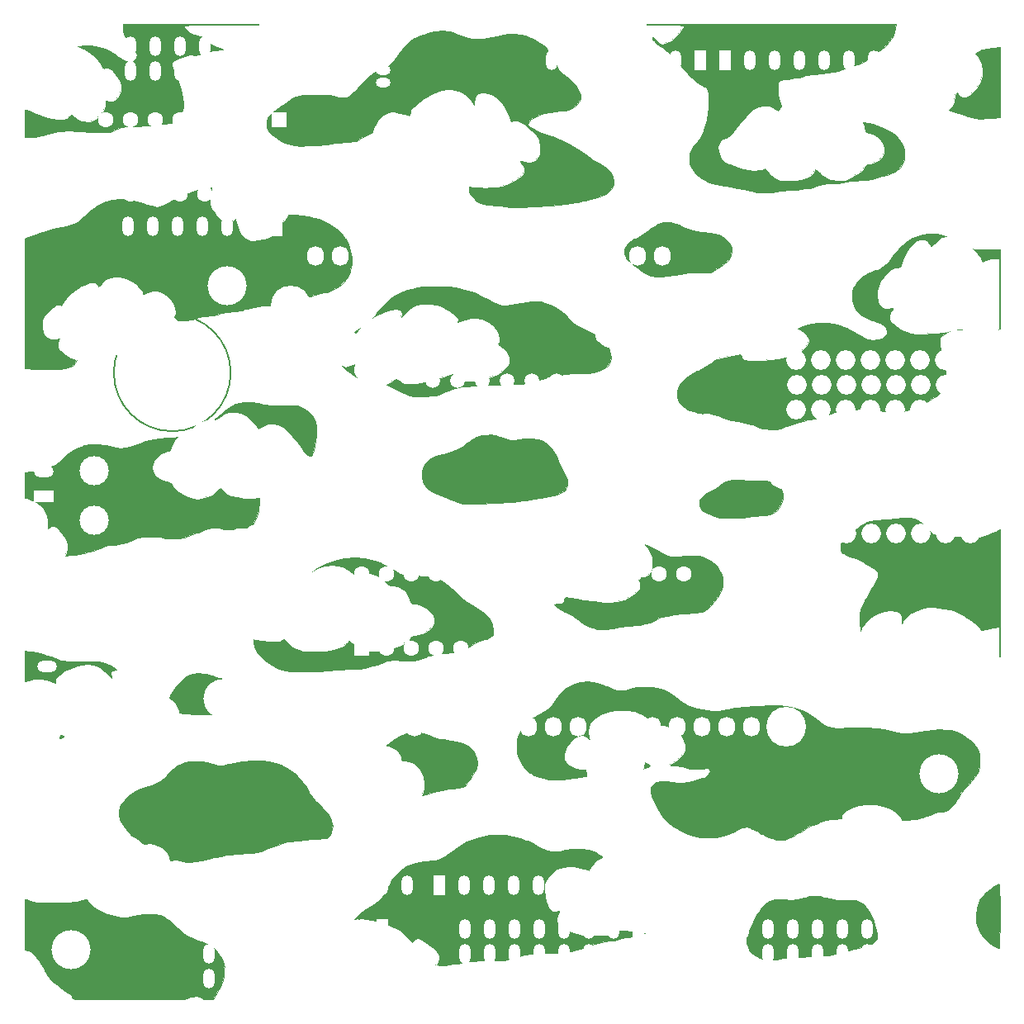
<source format=gbo>
G04 #@! TF.GenerationSoftware,KiCad,Pcbnew,5.1.4-e60b266~84~ubuntu19.04.1*
G04 #@! TF.CreationDate,2019-11-13T22:21:34-08:00*
G04 #@! TF.ProjectId,Luciebox,4c756369-6562-46f7-982e-6b696361645f,rev?*
G04 #@! TF.SameCoordinates,Original*
G04 #@! TF.FileFunction,Legend,Bot*
G04 #@! TF.FilePolarity,Positive*
%FSLAX46Y46*%
G04 Gerber Fmt 4.6, Leading zero omitted, Abs format (unit mm)*
G04 Created by KiCad (PCBNEW 5.1.4-e60b266~84~ubuntu19.04.1) date 2019-11-13 22:21:34*
%MOMM*%
%LPD*%
G04 APERTURE LIST*
%ADD10C,0.010000*%
%ADD11C,0.150000*%
%ADD12R,2.032000X2.032000*%
%ADD13C,2.032000*%
%ADD14O,2.000000X1.200000*%
%ADD15R,2.000000X1.200000*%
%ADD16O,2.000000X2.000000*%
%ADD17C,4.000000*%
%ADD18C,3.000000*%
%ADD19C,1.000000*%
%ADD20C,2.000000*%
%ADD21R,2.000000X2.000000*%
%ADD22O,1.200000X2.000000*%
%ADD23R,1.200000X2.000000*%
%ADD24C,1.600000*%
%ADD25R,1.600000X1.600000*%
%ADD26R,1.500000X1.000000*%
%ADD27O,1.500000X1.000000*%
%ADD28C,1.500000*%
%ADD29R,1.500000X1.500000*%
%ADD30O,1.727200X2.032000*%
%ADD31C,4.064000*%
G04 APERTURE END LIST*
D10*
G36*
X100320000Y-9776799D02*
G01*
X99579167Y-9828377D01*
X99193164Y-9856074D01*
X98828333Y-9883655D01*
X98550024Y-9906147D01*
X98499667Y-9910568D01*
X98217718Y-9905761D01*
X97875604Y-9859463D01*
X97695333Y-9819670D01*
X97442378Y-9749223D01*
X97072776Y-9640604D01*
X96631179Y-9507185D01*
X96162237Y-9362336D01*
X96034609Y-9322336D01*
X95285590Y-9062530D01*
X94692422Y-8798025D01*
X94241778Y-8516827D01*
X93920332Y-8206940D01*
X93714758Y-7856368D01*
X93611731Y-7453117D01*
X93593551Y-7125000D01*
X93630761Y-6704482D01*
X93744888Y-6336173D01*
X93951849Y-6001947D01*
X94267560Y-5683675D01*
X94707935Y-5363232D01*
X95288892Y-5022490D01*
X95570864Y-4872995D01*
X96275235Y-4463673D01*
X96861188Y-4031346D01*
X97000642Y-3907968D01*
X97549354Y-3433988D01*
X98047863Y-3086507D01*
X98533832Y-2847272D01*
X99044922Y-2698028D01*
X99618796Y-2620523D01*
X99663833Y-2617204D01*
X100320000Y-2571137D01*
X100320000Y-9776799D01*
X100320000Y-9776799D01*
G37*
X100320000Y-9776799D02*
X99579167Y-9828377D01*
X99193164Y-9856074D01*
X98828333Y-9883655D01*
X98550024Y-9906147D01*
X98499667Y-9910568D01*
X98217718Y-9905761D01*
X97875604Y-9859463D01*
X97695333Y-9819670D01*
X97442378Y-9749223D01*
X97072776Y-9640604D01*
X96631179Y-9507185D01*
X96162237Y-9362336D01*
X96034609Y-9322336D01*
X95285590Y-9062530D01*
X94692422Y-8798025D01*
X94241778Y-8516827D01*
X93920332Y-8206940D01*
X93714758Y-7856368D01*
X93611731Y-7453117D01*
X93593551Y-7125000D01*
X93630761Y-6704482D01*
X93744888Y-6336173D01*
X93951849Y-6001947D01*
X94267560Y-5683675D01*
X94707935Y-5363232D01*
X95288892Y-5022490D01*
X95570864Y-4872995D01*
X96275235Y-4463673D01*
X96861188Y-4031346D01*
X97000642Y-3907968D01*
X97549354Y-3433988D01*
X98047863Y-3086507D01*
X98533832Y-2847272D01*
X99044922Y-2698028D01*
X99618796Y-2620523D01*
X99663833Y-2617204D01*
X100320000Y-2571137D01*
X100320000Y-9776799D01*
G36*
X24285661Y-838500D02*
G01*
X24237311Y-1377077D01*
X24102007Y-1786658D01*
X23883593Y-2059533D01*
X23615843Y-2182545D01*
X23407628Y-2247760D01*
X23281682Y-2328464D01*
X23277914Y-2333921D01*
X23164647Y-2397224D01*
X22916214Y-2471275D01*
X22565956Y-2550098D01*
X22147210Y-2627717D01*
X21693318Y-2698157D01*
X21237619Y-2755442D01*
X20813452Y-2793596D01*
X20667381Y-2801839D01*
X20337436Y-2822849D01*
X20021764Y-2859311D01*
X19685793Y-2918320D01*
X19294948Y-3006967D01*
X18814658Y-3132344D01*
X18210349Y-3301546D01*
X18156379Y-3316968D01*
X17840282Y-3383426D01*
X17656601Y-3365777D01*
X17639746Y-3354633D01*
X17474661Y-3315452D01*
X17295700Y-3348599D01*
X17079459Y-3413762D01*
X16777125Y-3502863D01*
X16542333Y-3571101D01*
X16206169Y-3682125D01*
X15883132Y-3811343D01*
X15716833Y-3891794D01*
X15511692Y-4024022D01*
X15420475Y-4162479D01*
X15399343Y-4374909D01*
X15399333Y-4382428D01*
X15479369Y-4751020D01*
X15599001Y-4938337D01*
X15769150Y-5195648D01*
X15895519Y-5474000D01*
X16187841Y-6402897D01*
X16408345Y-7181580D01*
X16557677Y-7812881D01*
X16636482Y-8299634D01*
X16645403Y-8644669D01*
X16634792Y-8719740D01*
X16567904Y-8951144D01*
X16458806Y-9225805D01*
X16329690Y-9498625D01*
X16202750Y-9724506D01*
X16100179Y-9858347D01*
X16065475Y-9876667D01*
X15953883Y-9925151D01*
X15767347Y-10047857D01*
X15669535Y-10121424D01*
X15505415Y-10237539D01*
X15339112Y-10314932D01*
X15125604Y-10365455D01*
X14819864Y-10400962D01*
X14521817Y-10423577D01*
X14041869Y-10463756D01*
X13512114Y-10519264D01*
X13029440Y-10579712D01*
X12923712Y-10594940D01*
X12519599Y-10642732D01*
X12120175Y-10668978D01*
X11796163Y-10669571D01*
X11726895Y-10664409D01*
X11323422Y-10661913D01*
X10830601Y-10715649D01*
X10311271Y-10813505D01*
X9828271Y-10943372D01*
X9444442Y-11093136D01*
X9409614Y-11111027D01*
X9256253Y-11189346D01*
X9117018Y-11244605D01*
X8960760Y-11279717D01*
X8756332Y-11297594D01*
X8472584Y-11301147D01*
X8078368Y-11293288D01*
X7611458Y-11279120D01*
X6870150Y-11253491D01*
X6279374Y-11228049D01*
X5820331Y-11201540D01*
X5474226Y-11172709D01*
X5222263Y-11140302D01*
X5070000Y-11109496D01*
X4906834Y-11103812D01*
X4620564Y-11126549D01*
X4253748Y-11171080D01*
X3848950Y-11230778D01*
X3448729Y-11299017D01*
X3095647Y-11369169D01*
X2832265Y-11434608D01*
X2722089Y-11475073D01*
X2498773Y-11556779D01*
X2159729Y-11641825D01*
X1758055Y-11720466D01*
X1346852Y-11782952D01*
X979217Y-11819535D01*
X815500Y-11825085D01*
X328667Y-11824000D01*
X328667Y-5249478D01*
X1180820Y-5100330D01*
X1863004Y-4946284D01*
X2432861Y-4731036D01*
X2943847Y-4427882D01*
X3449418Y-4010116D01*
X3546000Y-3918733D01*
X4006590Y-3488361D01*
X4390265Y-3163825D01*
X4730269Y-2922358D01*
X5059844Y-2741194D01*
X5412233Y-2597564D01*
X5536708Y-2555334D01*
X6340859Y-2379887D01*
X7161690Y-2371020D01*
X7993500Y-2527462D01*
X8830592Y-2847945D01*
X9667266Y-3331199D01*
X9962018Y-3540849D01*
X10310129Y-3770012D01*
X10672994Y-3958299D01*
X10999794Y-4082200D01*
X11212482Y-4119333D01*
X11343374Y-4068315D01*
X11531553Y-3941621D01*
X11582837Y-3900140D01*
X11777747Y-3672454D01*
X11841184Y-3416440D01*
X11769623Y-3117677D01*
X11559539Y-2761743D01*
X11207406Y-2334217D01*
X11197304Y-2323094D01*
X10826238Y-1832630D01*
X10561093Y-1307717D01*
X10421098Y-791091D01*
X10404000Y-560157D01*
X10404000Y-224667D01*
X24289333Y-224667D01*
X24285661Y-838500D01*
X24285661Y-838500D01*
G37*
X24285661Y-838500D02*
X24237311Y-1377077D01*
X24102007Y-1786658D01*
X23883593Y-2059533D01*
X23615843Y-2182545D01*
X23407628Y-2247760D01*
X23281682Y-2328464D01*
X23277914Y-2333921D01*
X23164647Y-2397224D01*
X22916214Y-2471275D01*
X22565956Y-2550098D01*
X22147210Y-2627717D01*
X21693318Y-2698157D01*
X21237619Y-2755442D01*
X20813452Y-2793596D01*
X20667381Y-2801839D01*
X20337436Y-2822849D01*
X20021764Y-2859311D01*
X19685793Y-2918320D01*
X19294948Y-3006967D01*
X18814658Y-3132344D01*
X18210349Y-3301546D01*
X18156379Y-3316968D01*
X17840282Y-3383426D01*
X17656601Y-3365777D01*
X17639746Y-3354633D01*
X17474661Y-3315452D01*
X17295700Y-3348599D01*
X17079459Y-3413762D01*
X16777125Y-3502863D01*
X16542333Y-3571101D01*
X16206169Y-3682125D01*
X15883132Y-3811343D01*
X15716833Y-3891794D01*
X15511692Y-4024022D01*
X15420475Y-4162479D01*
X15399343Y-4374909D01*
X15399333Y-4382428D01*
X15479369Y-4751020D01*
X15599001Y-4938337D01*
X15769150Y-5195648D01*
X15895519Y-5474000D01*
X16187841Y-6402897D01*
X16408345Y-7181580D01*
X16557677Y-7812881D01*
X16636482Y-8299634D01*
X16645403Y-8644669D01*
X16634792Y-8719740D01*
X16567904Y-8951144D01*
X16458806Y-9225805D01*
X16329690Y-9498625D01*
X16202750Y-9724506D01*
X16100179Y-9858347D01*
X16065475Y-9876667D01*
X15953883Y-9925151D01*
X15767347Y-10047857D01*
X15669535Y-10121424D01*
X15505415Y-10237539D01*
X15339112Y-10314932D01*
X15125604Y-10365455D01*
X14819864Y-10400962D01*
X14521817Y-10423577D01*
X14041869Y-10463756D01*
X13512114Y-10519264D01*
X13029440Y-10579712D01*
X12923712Y-10594940D01*
X12519599Y-10642732D01*
X12120175Y-10668978D01*
X11796163Y-10669571D01*
X11726895Y-10664409D01*
X11323422Y-10661913D01*
X10830601Y-10715649D01*
X10311271Y-10813505D01*
X9828271Y-10943372D01*
X9444442Y-11093136D01*
X9409614Y-11111027D01*
X9256253Y-11189346D01*
X9117018Y-11244605D01*
X8960760Y-11279717D01*
X8756332Y-11297594D01*
X8472584Y-11301147D01*
X8078368Y-11293288D01*
X7611458Y-11279120D01*
X6870150Y-11253491D01*
X6279374Y-11228049D01*
X5820331Y-11201540D01*
X5474226Y-11172709D01*
X5222263Y-11140302D01*
X5070000Y-11109496D01*
X4906834Y-11103812D01*
X4620564Y-11126549D01*
X4253748Y-11171080D01*
X3848950Y-11230778D01*
X3448729Y-11299017D01*
X3095647Y-11369169D01*
X2832265Y-11434608D01*
X2722089Y-11475073D01*
X2498773Y-11556779D01*
X2159729Y-11641825D01*
X1758055Y-11720466D01*
X1346852Y-11782952D01*
X979217Y-11819535D01*
X815500Y-11825085D01*
X328667Y-11824000D01*
X328667Y-5249478D01*
X1180820Y-5100330D01*
X1863004Y-4946284D01*
X2432861Y-4731036D01*
X2943847Y-4427882D01*
X3449418Y-4010116D01*
X3546000Y-3918733D01*
X4006590Y-3488361D01*
X4390265Y-3163825D01*
X4730269Y-2922358D01*
X5059844Y-2741194D01*
X5412233Y-2597564D01*
X5536708Y-2555334D01*
X6340859Y-2379887D01*
X7161690Y-2371020D01*
X7993500Y-2527462D01*
X8830592Y-2847945D01*
X9667266Y-3331199D01*
X9962018Y-3540849D01*
X10310129Y-3770012D01*
X10672994Y-3958299D01*
X10999794Y-4082200D01*
X11212482Y-4119333D01*
X11343374Y-4068315D01*
X11531553Y-3941621D01*
X11582837Y-3900140D01*
X11777747Y-3672454D01*
X11841184Y-3416440D01*
X11769623Y-3117677D01*
X11559539Y-2761743D01*
X11207406Y-2334217D01*
X11197304Y-2323094D01*
X10826238Y-1832630D01*
X10561093Y-1307717D01*
X10421098Y-791091D01*
X10404000Y-560157D01*
X10404000Y-224667D01*
X24289333Y-224667D01*
X24285661Y-838500D01*
G36*
X89621743Y-613339D02*
G01*
X89549545Y-948071D01*
X89436600Y-1295254D01*
X89404556Y-1372564D01*
X89207312Y-1709522D01*
X88914635Y-2081566D01*
X88575114Y-2434717D01*
X88237332Y-2714996D01*
X88137015Y-2780799D01*
X87861453Y-2962464D01*
X87593772Y-3161562D01*
X87568209Y-3182361D01*
X87064289Y-3589509D01*
X86656458Y-3896051D01*
X86317746Y-4117701D01*
X86021180Y-4270172D01*
X85739791Y-4369175D01*
X85446605Y-4430424D01*
X85418667Y-4434630D01*
X85195360Y-4481320D01*
X85045893Y-4537278D01*
X85037667Y-4542923D01*
X84900227Y-4605044D01*
X84686382Y-4664761D01*
X84681462Y-4665820D01*
X84421053Y-4742887D01*
X84132798Y-4857123D01*
X84088795Y-4877578D01*
X83737966Y-5004286D01*
X83251568Y-5120344D01*
X82663296Y-5219986D01*
X82006845Y-5297447D01*
X81358068Y-5344864D01*
X80969838Y-5370707D01*
X80647061Y-5403471D01*
X80425358Y-5438787D01*
X80341405Y-5469570D01*
X80241578Y-5516993D01*
X80012963Y-5581340D01*
X79694320Y-5655008D01*
X79324409Y-5730393D01*
X78941988Y-5799892D01*
X78585818Y-5855901D01*
X78294658Y-5890817D01*
X78154202Y-5898630D01*
X77872764Y-5921523D01*
X77710392Y-6010969D01*
X77619673Y-6202546D01*
X77591813Y-6320667D01*
X77547041Y-6842654D01*
X77596341Y-7433991D01*
X77727456Y-8032242D01*
X77928131Y-8574966D01*
X78092677Y-8872342D01*
X78238962Y-9063653D01*
X78415855Y-9222004D01*
X78655341Y-9366145D01*
X78989409Y-9514824D01*
X79450047Y-9686791D01*
X79531002Y-9715390D01*
X80224671Y-9963290D01*
X80808245Y-10180279D01*
X81257716Y-10357398D01*
X81312333Y-10380077D01*
X81653135Y-10488041D01*
X82024725Y-10527607D01*
X82473221Y-10500514D01*
X82878667Y-10439115D01*
X83679061Y-10306810D01*
X84349312Y-10218848D01*
X84922201Y-10173430D01*
X85430509Y-10168756D01*
X85907018Y-10203025D01*
X86263544Y-10253250D01*
X87276189Y-10471013D01*
X88171501Y-10763695D01*
X88940476Y-11126288D01*
X89574114Y-11553785D01*
X90063412Y-12041178D01*
X90380960Y-12543667D01*
X90531592Y-13017887D01*
X90569868Y-13530214D01*
X90505018Y-14043154D01*
X90346272Y-14519215D01*
X90102862Y-14920903D01*
X89784018Y-15210727D01*
X89714507Y-15250664D01*
X89490390Y-15367937D01*
X89355667Y-15438301D01*
X88796996Y-15661992D01*
X88215634Y-15783095D01*
X87941069Y-15831798D01*
X87714049Y-15904704D01*
X87665300Y-15929830D01*
X87465824Y-16005114D01*
X87122588Y-16081014D01*
X86661101Y-16153544D01*
X86106873Y-16218717D01*
X85485416Y-16272547D01*
X85461000Y-16274303D01*
X85019022Y-16314521D01*
X84549114Y-16370991D01*
X84142432Y-16432556D01*
X84088683Y-16442253D01*
X83739981Y-16493163D01*
X83415379Y-16516941D01*
X83187861Y-16508686D01*
X82953576Y-16504050D01*
X82617258Y-16537248D01*
X82232345Y-16598383D01*
X81852276Y-16677563D01*
X81530489Y-16764893D01*
X81320424Y-16850480D01*
X81311322Y-16856126D01*
X81131748Y-16925033D01*
X80819703Y-16997755D01*
X80411819Y-17069257D01*
X79944727Y-17134504D01*
X79455058Y-17188463D01*
X78979444Y-17226099D01*
X78554516Y-17242378D01*
X78498700Y-17242667D01*
X78152740Y-17251875D01*
X77869537Y-17276475D01*
X77693175Y-17311930D01*
X77661723Y-17328810D01*
X77548010Y-17364407D01*
X77300725Y-17398661D01*
X76955612Y-17427802D01*
X76548414Y-17448061D01*
X76522956Y-17448906D01*
X76051083Y-17459992D01*
X75697275Y-17454551D01*
X75410653Y-17427553D01*
X75140340Y-17373964D01*
X74835456Y-17288752D01*
X74802600Y-17278755D01*
X74472966Y-17193736D01*
X74026138Y-17100375D01*
X73513301Y-17008311D01*
X72985635Y-16927187D01*
X72812933Y-16903938D01*
X72144959Y-16813023D01*
X71613891Y-16727920D01*
X71187864Y-16640672D01*
X70835010Y-16543326D01*
X70523465Y-16427926D01*
X70221361Y-16286517D01*
X70112834Y-16229874D01*
X69585229Y-15898099D01*
X69153376Y-15501416D01*
X68796821Y-15044163D01*
X68626503Y-14752330D01*
X68535770Y-14456725D01*
X68499583Y-14135591D01*
X68499507Y-13799552D01*
X68554873Y-13489601D01*
X68680239Y-13172009D01*
X68890162Y-12813049D01*
X69199202Y-12378993D01*
X69334044Y-12202355D01*
X69578035Y-11861675D01*
X69798824Y-11509422D01*
X69960224Y-11204863D01*
X69998307Y-11114368D01*
X70157476Y-10607006D01*
X70290508Y-10023463D01*
X70393967Y-9399710D01*
X70464415Y-8771720D01*
X70498414Y-8175465D01*
X70492526Y-7646917D01*
X70443314Y-7222047D01*
X70389076Y-7025258D01*
X70284563Y-6807582D01*
X70180389Y-6676550D01*
X70141062Y-6659333D01*
X69998685Y-6609086D01*
X69761758Y-6474863D01*
X69465523Y-6281443D01*
X69145224Y-6053605D01*
X68836102Y-5816127D01*
X68573401Y-5593790D01*
X68436265Y-5460710D01*
X68228558Y-5224344D01*
X68004401Y-4945339D01*
X67790274Y-4659922D01*
X67612659Y-4404321D01*
X67498034Y-4214762D01*
X67469333Y-4137858D01*
X67405803Y-4024917D01*
X67233712Y-3835844D01*
X66980811Y-3594972D01*
X66674854Y-3326632D01*
X66343589Y-3055156D01*
X66014770Y-2804877D01*
X65716147Y-2600126D01*
X65713836Y-2598663D01*
X65377814Y-2369460D01*
X65070252Y-2130603D01*
X64839500Y-1920768D01*
X64774450Y-1847205D01*
X64472089Y-1420476D01*
X64245415Y-1019469D01*
X64111703Y-678012D01*
X64082667Y-492395D01*
X64082667Y-224667D01*
X89675016Y-224667D01*
X89621743Y-613339D01*
X89621743Y-613339D01*
G37*
X89621743Y-613339D02*
X89549545Y-948071D01*
X89436600Y-1295254D01*
X89404556Y-1372564D01*
X89207312Y-1709522D01*
X88914635Y-2081566D01*
X88575114Y-2434717D01*
X88237332Y-2714996D01*
X88137015Y-2780799D01*
X87861453Y-2962464D01*
X87593772Y-3161562D01*
X87568209Y-3182361D01*
X87064289Y-3589509D01*
X86656458Y-3896051D01*
X86317746Y-4117701D01*
X86021180Y-4270172D01*
X85739791Y-4369175D01*
X85446605Y-4430424D01*
X85418667Y-4434630D01*
X85195360Y-4481320D01*
X85045893Y-4537278D01*
X85037667Y-4542923D01*
X84900227Y-4605044D01*
X84686382Y-4664761D01*
X84681462Y-4665820D01*
X84421053Y-4742887D01*
X84132798Y-4857123D01*
X84088795Y-4877578D01*
X83737966Y-5004286D01*
X83251568Y-5120344D01*
X82663296Y-5219986D01*
X82006845Y-5297447D01*
X81358068Y-5344864D01*
X80969838Y-5370707D01*
X80647061Y-5403471D01*
X80425358Y-5438787D01*
X80341405Y-5469570D01*
X80241578Y-5516993D01*
X80012963Y-5581340D01*
X79694320Y-5655008D01*
X79324409Y-5730393D01*
X78941988Y-5799892D01*
X78585818Y-5855901D01*
X78294658Y-5890817D01*
X78154202Y-5898630D01*
X77872764Y-5921523D01*
X77710392Y-6010969D01*
X77619673Y-6202546D01*
X77591813Y-6320667D01*
X77547041Y-6842654D01*
X77596341Y-7433991D01*
X77727456Y-8032242D01*
X77928131Y-8574966D01*
X78092677Y-8872342D01*
X78238962Y-9063653D01*
X78415855Y-9222004D01*
X78655341Y-9366145D01*
X78989409Y-9514824D01*
X79450047Y-9686791D01*
X79531002Y-9715390D01*
X80224671Y-9963290D01*
X80808245Y-10180279D01*
X81257716Y-10357398D01*
X81312333Y-10380077D01*
X81653135Y-10488041D01*
X82024725Y-10527607D01*
X82473221Y-10500514D01*
X82878667Y-10439115D01*
X83679061Y-10306810D01*
X84349312Y-10218848D01*
X84922201Y-10173430D01*
X85430509Y-10168756D01*
X85907018Y-10203025D01*
X86263544Y-10253250D01*
X87276189Y-10471013D01*
X88171501Y-10763695D01*
X88940476Y-11126288D01*
X89574114Y-11553785D01*
X90063412Y-12041178D01*
X90380960Y-12543667D01*
X90531592Y-13017887D01*
X90569868Y-13530214D01*
X90505018Y-14043154D01*
X90346272Y-14519215D01*
X90102862Y-14920903D01*
X89784018Y-15210727D01*
X89714507Y-15250664D01*
X89490390Y-15367937D01*
X89355667Y-15438301D01*
X88796996Y-15661992D01*
X88215634Y-15783095D01*
X87941069Y-15831798D01*
X87714049Y-15904704D01*
X87665300Y-15929830D01*
X87465824Y-16005114D01*
X87122588Y-16081014D01*
X86661101Y-16153544D01*
X86106873Y-16218717D01*
X85485416Y-16272547D01*
X85461000Y-16274303D01*
X85019022Y-16314521D01*
X84549114Y-16370991D01*
X84142432Y-16432556D01*
X84088683Y-16442253D01*
X83739981Y-16493163D01*
X83415379Y-16516941D01*
X83187861Y-16508686D01*
X82953576Y-16504050D01*
X82617258Y-16537248D01*
X82232345Y-16598383D01*
X81852276Y-16677563D01*
X81530489Y-16764893D01*
X81320424Y-16850480D01*
X81311322Y-16856126D01*
X81131748Y-16925033D01*
X80819703Y-16997755D01*
X80411819Y-17069257D01*
X79944727Y-17134504D01*
X79455058Y-17188463D01*
X78979444Y-17226099D01*
X78554516Y-17242378D01*
X78498700Y-17242667D01*
X78152740Y-17251875D01*
X77869537Y-17276475D01*
X77693175Y-17311930D01*
X77661723Y-17328810D01*
X77548010Y-17364407D01*
X77300725Y-17398661D01*
X76955612Y-17427802D01*
X76548414Y-17448061D01*
X76522956Y-17448906D01*
X76051083Y-17459992D01*
X75697275Y-17454551D01*
X75410653Y-17427553D01*
X75140340Y-17373964D01*
X74835456Y-17288752D01*
X74802600Y-17278755D01*
X74472966Y-17193736D01*
X74026138Y-17100375D01*
X73513301Y-17008311D01*
X72985635Y-16927187D01*
X72812933Y-16903938D01*
X72144959Y-16813023D01*
X71613891Y-16727920D01*
X71187864Y-16640672D01*
X70835010Y-16543326D01*
X70523465Y-16427926D01*
X70221361Y-16286517D01*
X70112834Y-16229874D01*
X69585229Y-15898099D01*
X69153376Y-15501416D01*
X68796821Y-15044163D01*
X68626503Y-14752330D01*
X68535770Y-14456725D01*
X68499583Y-14135591D01*
X68499507Y-13799552D01*
X68554873Y-13489601D01*
X68680239Y-13172009D01*
X68890162Y-12813049D01*
X69199202Y-12378993D01*
X69334044Y-12202355D01*
X69578035Y-11861675D01*
X69798824Y-11509422D01*
X69960224Y-11204863D01*
X69998307Y-11114368D01*
X70157476Y-10607006D01*
X70290508Y-10023463D01*
X70393967Y-9399710D01*
X70464415Y-8771720D01*
X70498414Y-8175465D01*
X70492526Y-7646917D01*
X70443314Y-7222047D01*
X70389076Y-7025258D01*
X70284563Y-6807582D01*
X70180389Y-6676550D01*
X70141062Y-6659333D01*
X69998685Y-6609086D01*
X69761758Y-6474863D01*
X69465523Y-6281443D01*
X69145224Y-6053605D01*
X68836102Y-5816127D01*
X68573401Y-5593790D01*
X68436265Y-5460710D01*
X68228558Y-5224344D01*
X68004401Y-4945339D01*
X67790274Y-4659922D01*
X67612659Y-4404321D01*
X67498034Y-4214762D01*
X67469333Y-4137858D01*
X67405803Y-4024917D01*
X67233712Y-3835844D01*
X66980811Y-3594972D01*
X66674854Y-3326632D01*
X66343589Y-3055156D01*
X66014770Y-2804877D01*
X65716147Y-2600126D01*
X65713836Y-2598663D01*
X65377814Y-2369460D01*
X65070252Y-2130603D01*
X64839500Y-1920768D01*
X64774450Y-1847205D01*
X64472089Y-1420476D01*
X64245415Y-1019469D01*
X64111703Y-678012D01*
X64082667Y-492395D01*
X64082667Y-224667D01*
X89675016Y-224667D01*
X89621743Y-613339D01*
G36*
X43317370Y-909903D02*
G01*
X43588638Y-934346D01*
X43872363Y-983811D01*
X44198853Y-1065704D01*
X44598414Y-1187429D01*
X45101357Y-1356389D01*
X45602576Y-1531981D01*
X46176098Y-1687433D01*
X46769409Y-1746044D01*
X47419947Y-1707888D01*
X48165153Y-1573039D01*
X48317218Y-1537296D01*
X49168501Y-1352184D01*
X49900173Y-1244491D01*
X50544020Y-1215790D01*
X51131828Y-1267655D01*
X51695382Y-1401660D01*
X52266470Y-1619377D01*
X52536595Y-1746169D01*
X53032026Y-2010810D01*
X53429699Y-2279812D01*
X53760851Y-2585999D01*
X54056721Y-2962197D01*
X54348547Y-3441232D01*
X54593662Y-3907789D01*
X54815115Y-4341811D01*
X54989370Y-4659229D01*
X55142992Y-4895866D01*
X55302544Y-5087543D01*
X55494588Y-5270080D01*
X55745688Y-5479300D01*
X55778995Y-5506241D01*
X56241797Y-5890830D01*
X56589216Y-6208515D01*
X56846416Y-6486842D01*
X57038563Y-6753354D01*
X57190819Y-7035596D01*
X57205922Y-7068153D01*
X57349728Y-7502213D01*
X57346755Y-7863580D01*
X57205284Y-8153678D01*
X57021502Y-8362613D01*
X56807141Y-8572819D01*
X56603745Y-8747203D01*
X56452856Y-8848674D01*
X56413466Y-8860667D01*
X56272161Y-8897413D01*
X56072553Y-8985909D01*
X56070178Y-8987145D01*
X55822504Y-9063747D01*
X55462665Y-9107323D01*
X55239089Y-9114145D01*
X54734362Y-9146382D01*
X54194061Y-9234974D01*
X53649601Y-9369012D01*
X53132397Y-9537583D01*
X52673863Y-9729779D01*
X52305416Y-9934687D01*
X52058469Y-10141398D01*
X51990132Y-10242527D01*
X51925130Y-10418827D01*
X51960240Y-10547621D01*
X52076684Y-10678441D01*
X52309063Y-10851786D01*
X52670587Y-11048547D01*
X53125916Y-11251894D01*
X53639714Y-11445001D01*
X53795667Y-11497027D01*
X54093519Y-11596415D01*
X54346244Y-11685842D01*
X54473000Y-11735152D01*
X55239518Y-12073992D01*
X55873858Y-12368472D01*
X56402726Y-12632788D01*
X56852832Y-12881134D01*
X57250884Y-13127705D01*
X57623590Y-13386696D01*
X57732667Y-13467596D01*
X58133291Y-13756080D01*
X58568356Y-14049155D01*
X58975152Y-14305442D01*
X59198018Y-14434518D01*
X59748175Y-14770414D01*
X60153938Y-15102543D01*
X60438099Y-15454007D01*
X60623452Y-15847911D01*
X60638812Y-15894900D01*
X60720770Y-16240238D01*
X60717902Y-16544164D01*
X60623103Y-16872203D01*
X60503859Y-17139675D01*
X60343427Y-17327302D01*
X60056476Y-17528185D01*
X59682238Y-17720931D01*
X59259946Y-17884145D01*
X59002667Y-17958294D01*
X58692085Y-18040375D01*
X58428493Y-18118546D01*
X58283000Y-18170331D01*
X58094066Y-18228908D01*
X57827173Y-18284159D01*
X57736867Y-18298130D01*
X57487704Y-18344625D01*
X57307518Y-18399185D01*
X57271201Y-18418777D01*
X57133937Y-18464048D01*
X56835816Y-18516462D01*
X56385119Y-18575080D01*
X55790128Y-18638959D01*
X55059126Y-18707161D01*
X54200395Y-18778745D01*
X53880333Y-18803723D01*
X52949213Y-18872201D01*
X52165561Y-18922495D01*
X51508537Y-18955040D01*
X50957302Y-18970270D01*
X50491017Y-18968621D01*
X50088842Y-18950527D01*
X49729940Y-18916423D01*
X49562333Y-18893818D01*
X49142944Y-18839961D01*
X48713978Y-18798089D01*
X48354297Y-18775619D01*
X48287606Y-18773945D01*
X47679019Y-18706380D01*
X47109178Y-18532304D01*
X46623819Y-18268547D01*
X46395531Y-18077609D01*
X46101318Y-17719988D01*
X45933003Y-17349295D01*
X45892429Y-16949148D01*
X45981439Y-16503159D01*
X46201875Y-15994944D01*
X46555581Y-15408118D01*
X46723192Y-15164112D01*
X46935791Y-14850702D01*
X47069319Y-14605616D01*
X47149218Y-14363948D01*
X47200929Y-14060788D01*
X47220976Y-13894112D01*
X47353687Y-13259277D01*
X47598123Y-12595044D01*
X47927357Y-11969220D01*
X48071599Y-11752068D01*
X48195454Y-11504073D01*
X48249885Y-11248477D01*
X48250000Y-11238870D01*
X48203513Y-11002284D01*
X48054758Y-10808101D01*
X47789794Y-10649846D01*
X47394681Y-10521045D01*
X46855478Y-10415223D01*
X46323681Y-10344213D01*
X46042266Y-10303311D01*
X45836001Y-10257344D01*
X45755822Y-10220977D01*
X45656720Y-10191772D01*
X45425236Y-10170966D01*
X45098109Y-10158465D01*
X44712078Y-10154175D01*
X44303880Y-10158002D01*
X43910254Y-10169852D01*
X43567938Y-10189632D01*
X43313672Y-10217246D01*
X43258539Y-10227368D01*
X42958490Y-10305750D01*
X42680888Y-10399891D01*
X42623539Y-10423882D01*
X42355028Y-10508072D01*
X41977763Y-10581186D01*
X41544637Y-10637880D01*
X41108545Y-10672811D01*
X40722380Y-10680634D01*
X40439036Y-10656006D01*
X40404399Y-10648076D01*
X40209410Y-10619871D01*
X39882369Y-10597752D01*
X39460497Y-10583204D01*
X38981012Y-10577713D01*
X38682667Y-10579365D01*
X37285667Y-10596333D01*
X36566000Y-10953659D01*
X36143612Y-11165969D01*
X35812399Y-11340632D01*
X35510329Y-11512122D01*
X35175370Y-11714914D01*
X34999667Y-11824140D01*
X34749418Y-11973378D01*
X34519213Y-12087706D01*
X34278368Y-12173897D01*
X33996199Y-12238723D01*
X33642022Y-12288956D01*
X33185153Y-12331367D01*
X32594908Y-12372729D01*
X32480952Y-12380026D01*
X32123932Y-12409809D01*
X31834225Y-12447328D01*
X31650916Y-12486797D01*
X31608122Y-12509226D01*
X31505930Y-12547168D01*
X31281211Y-12575238D01*
X30980717Y-12587824D01*
X30951836Y-12588005D01*
X30610010Y-12595847D01*
X30164318Y-12615466D01*
X29679565Y-12643651D01*
X29331870Y-12668283D01*
X28666874Y-12699148D01*
X28101622Y-12670635D01*
X27586438Y-12570943D01*
X27071646Y-12388274D01*
X26507571Y-12110826D01*
X26160844Y-11915025D01*
X25682739Y-11563905D01*
X25353668Y-11165539D01*
X25176061Y-10737203D01*
X25152345Y-10296173D01*
X25284950Y-9859727D01*
X25576305Y-9445141D01*
X25785963Y-9248383D01*
X26011253Y-9073796D01*
X26327282Y-8844610D01*
X26700468Y-8583490D01*
X27097227Y-8313100D01*
X27483979Y-8056105D01*
X27827140Y-7835170D01*
X28093130Y-7672960D01*
X28226333Y-7601366D01*
X28456294Y-7542190D01*
X28854255Y-7497848D01*
X29419529Y-7468403D01*
X29750333Y-7459575D01*
X30425142Y-7453601D01*
X30986427Y-7469089D01*
X31489143Y-7510521D01*
X31988247Y-7582376D01*
X32521596Y-7685528D01*
X32817191Y-7737401D01*
X33073308Y-7748979D01*
X33310455Y-7707787D01*
X33549138Y-7601349D01*
X33809866Y-7417191D01*
X34113145Y-7142837D01*
X34479483Y-6765812D01*
X34929387Y-6273641D01*
X35034019Y-6157147D01*
X35569535Y-5639493D01*
X36168273Y-5224304D01*
X36875249Y-4881866D01*
X37096144Y-4795935D01*
X37623736Y-4514221D01*
X38115164Y-4082762D01*
X38550672Y-3520352D01*
X38701276Y-3269251D01*
X39026812Y-2784457D01*
X39437851Y-2320421D01*
X39887009Y-1924900D01*
X40297546Y-1660346D01*
X40543274Y-1548852D01*
X40893133Y-1407988D01*
X41290048Y-1260220D01*
X41504250Y-1185330D01*
X41956039Y-1041668D01*
X42320700Y-955062D01*
X42665511Y-913050D01*
X43028250Y-903081D01*
X43317370Y-909903D01*
X43317370Y-909903D01*
G37*
X43317370Y-909903D02*
X43588638Y-934346D01*
X43872363Y-983811D01*
X44198853Y-1065704D01*
X44598414Y-1187429D01*
X45101357Y-1356389D01*
X45602576Y-1531981D01*
X46176098Y-1687433D01*
X46769409Y-1746044D01*
X47419947Y-1707888D01*
X48165153Y-1573039D01*
X48317218Y-1537296D01*
X49168501Y-1352184D01*
X49900173Y-1244491D01*
X50544020Y-1215790D01*
X51131828Y-1267655D01*
X51695382Y-1401660D01*
X52266470Y-1619377D01*
X52536595Y-1746169D01*
X53032026Y-2010810D01*
X53429699Y-2279812D01*
X53760851Y-2585999D01*
X54056721Y-2962197D01*
X54348547Y-3441232D01*
X54593662Y-3907789D01*
X54815115Y-4341811D01*
X54989370Y-4659229D01*
X55142992Y-4895866D01*
X55302544Y-5087543D01*
X55494588Y-5270080D01*
X55745688Y-5479300D01*
X55778995Y-5506241D01*
X56241797Y-5890830D01*
X56589216Y-6208515D01*
X56846416Y-6486842D01*
X57038563Y-6753354D01*
X57190819Y-7035596D01*
X57205922Y-7068153D01*
X57349728Y-7502213D01*
X57346755Y-7863580D01*
X57205284Y-8153678D01*
X57021502Y-8362613D01*
X56807141Y-8572819D01*
X56603745Y-8747203D01*
X56452856Y-8848674D01*
X56413466Y-8860667D01*
X56272161Y-8897413D01*
X56072553Y-8985909D01*
X56070178Y-8987145D01*
X55822504Y-9063747D01*
X55462665Y-9107323D01*
X55239089Y-9114145D01*
X54734362Y-9146382D01*
X54194061Y-9234974D01*
X53649601Y-9369012D01*
X53132397Y-9537583D01*
X52673863Y-9729779D01*
X52305416Y-9934687D01*
X52058469Y-10141398D01*
X51990132Y-10242527D01*
X51925130Y-10418827D01*
X51960240Y-10547621D01*
X52076684Y-10678441D01*
X52309063Y-10851786D01*
X52670587Y-11048547D01*
X53125916Y-11251894D01*
X53639714Y-11445001D01*
X53795667Y-11497027D01*
X54093519Y-11596415D01*
X54346244Y-11685842D01*
X54473000Y-11735152D01*
X55239518Y-12073992D01*
X55873858Y-12368472D01*
X56402726Y-12632788D01*
X56852832Y-12881134D01*
X57250884Y-13127705D01*
X57623590Y-13386696D01*
X57732667Y-13467596D01*
X58133291Y-13756080D01*
X58568356Y-14049155D01*
X58975152Y-14305442D01*
X59198018Y-14434518D01*
X59748175Y-14770414D01*
X60153938Y-15102543D01*
X60438099Y-15454007D01*
X60623452Y-15847911D01*
X60638812Y-15894900D01*
X60720770Y-16240238D01*
X60717902Y-16544164D01*
X60623103Y-16872203D01*
X60503859Y-17139675D01*
X60343427Y-17327302D01*
X60056476Y-17528185D01*
X59682238Y-17720931D01*
X59259946Y-17884145D01*
X59002667Y-17958294D01*
X58692085Y-18040375D01*
X58428493Y-18118546D01*
X58283000Y-18170331D01*
X58094066Y-18228908D01*
X57827173Y-18284159D01*
X57736867Y-18298130D01*
X57487704Y-18344625D01*
X57307518Y-18399185D01*
X57271201Y-18418777D01*
X57133937Y-18464048D01*
X56835816Y-18516462D01*
X56385119Y-18575080D01*
X55790128Y-18638959D01*
X55059126Y-18707161D01*
X54200395Y-18778745D01*
X53880333Y-18803723D01*
X52949213Y-18872201D01*
X52165561Y-18922495D01*
X51508537Y-18955040D01*
X50957302Y-18970270D01*
X50491017Y-18968621D01*
X50088842Y-18950527D01*
X49729940Y-18916423D01*
X49562333Y-18893818D01*
X49142944Y-18839961D01*
X48713978Y-18798089D01*
X48354297Y-18775619D01*
X48287606Y-18773945D01*
X47679019Y-18706380D01*
X47109178Y-18532304D01*
X46623819Y-18268547D01*
X46395531Y-18077609D01*
X46101318Y-17719988D01*
X45933003Y-17349295D01*
X45892429Y-16949148D01*
X45981439Y-16503159D01*
X46201875Y-15994944D01*
X46555581Y-15408118D01*
X46723192Y-15164112D01*
X46935791Y-14850702D01*
X47069319Y-14605616D01*
X47149218Y-14363948D01*
X47200929Y-14060788D01*
X47220976Y-13894112D01*
X47353687Y-13259277D01*
X47598123Y-12595044D01*
X47927357Y-11969220D01*
X48071599Y-11752068D01*
X48195454Y-11504073D01*
X48249885Y-11248477D01*
X48250000Y-11238870D01*
X48203513Y-11002284D01*
X48054758Y-10808101D01*
X47789794Y-10649846D01*
X47394681Y-10521045D01*
X46855478Y-10415223D01*
X46323681Y-10344213D01*
X46042266Y-10303311D01*
X45836001Y-10257344D01*
X45755822Y-10220977D01*
X45656720Y-10191772D01*
X45425236Y-10170966D01*
X45098109Y-10158465D01*
X44712078Y-10154175D01*
X44303880Y-10158002D01*
X43910254Y-10169852D01*
X43567938Y-10189632D01*
X43313672Y-10217246D01*
X43258539Y-10227368D01*
X42958490Y-10305750D01*
X42680888Y-10399891D01*
X42623539Y-10423882D01*
X42355028Y-10508072D01*
X41977763Y-10581186D01*
X41544637Y-10637880D01*
X41108545Y-10672811D01*
X40722380Y-10680634D01*
X40439036Y-10656006D01*
X40404399Y-10648076D01*
X40209410Y-10619871D01*
X39882369Y-10597752D01*
X39460497Y-10583204D01*
X38981012Y-10577713D01*
X38682667Y-10579365D01*
X37285667Y-10596333D01*
X36566000Y-10953659D01*
X36143612Y-11165969D01*
X35812399Y-11340632D01*
X35510329Y-11512122D01*
X35175370Y-11714914D01*
X34999667Y-11824140D01*
X34749418Y-11973378D01*
X34519213Y-12087706D01*
X34278368Y-12173897D01*
X33996199Y-12238723D01*
X33642022Y-12288956D01*
X33185153Y-12331367D01*
X32594908Y-12372729D01*
X32480952Y-12380026D01*
X32123932Y-12409809D01*
X31834225Y-12447328D01*
X31650916Y-12486797D01*
X31608122Y-12509226D01*
X31505930Y-12547168D01*
X31281211Y-12575238D01*
X30980717Y-12587824D01*
X30951836Y-12588005D01*
X30610010Y-12595847D01*
X30164318Y-12615466D01*
X29679565Y-12643651D01*
X29331870Y-12668283D01*
X28666874Y-12699148D01*
X28101622Y-12670635D01*
X27586438Y-12570943D01*
X27071646Y-12388274D01*
X26507571Y-12110826D01*
X26160844Y-11915025D01*
X25682739Y-11563905D01*
X25353668Y-11165539D01*
X25176061Y-10737203D01*
X25152345Y-10296173D01*
X25284950Y-9859727D01*
X25576305Y-9445141D01*
X25785963Y-9248383D01*
X26011253Y-9073796D01*
X26327282Y-8844610D01*
X26700468Y-8583490D01*
X27097227Y-8313100D01*
X27483979Y-8056105D01*
X27827140Y-7835170D01*
X28093130Y-7672960D01*
X28226333Y-7601366D01*
X28456294Y-7542190D01*
X28854255Y-7497848D01*
X29419529Y-7468403D01*
X29750333Y-7459575D01*
X30425142Y-7453601D01*
X30986427Y-7469089D01*
X31489143Y-7510521D01*
X31988247Y-7582376D01*
X32521596Y-7685528D01*
X32817191Y-7737401D01*
X33073308Y-7748979D01*
X33310455Y-7707787D01*
X33549138Y-7601349D01*
X33809866Y-7417191D01*
X34113145Y-7142837D01*
X34479483Y-6765812D01*
X34929387Y-6273641D01*
X35034019Y-6157147D01*
X35569535Y-5639493D01*
X36168273Y-5224304D01*
X36875249Y-4881866D01*
X37096144Y-4795935D01*
X37623736Y-4514221D01*
X38115164Y-4082762D01*
X38550672Y-3520352D01*
X38701276Y-3269251D01*
X39026812Y-2784457D01*
X39437851Y-2320421D01*
X39887009Y-1924900D01*
X40297546Y-1660346D01*
X40543274Y-1548852D01*
X40893133Y-1407988D01*
X41290048Y-1260220D01*
X41504250Y-1185330D01*
X41956039Y-1041668D01*
X42320700Y-955062D01*
X42665511Y-913050D01*
X43028250Y-903081D01*
X43317370Y-909903D01*
G36*
X66261217Y-20520794D02*
G01*
X66578122Y-20533886D01*
X66840822Y-20574496D01*
X67108344Y-20658508D01*
X67439715Y-20801804D01*
X67615884Y-20885291D01*
X68007325Y-21070520D01*
X68319415Y-21205705D01*
X68596835Y-21302960D01*
X68884268Y-21374396D01*
X69226398Y-21432123D01*
X69667906Y-21488254D01*
X69967000Y-21522576D01*
X70599235Y-21603396D01*
X71093166Y-21691126D01*
X71479805Y-21795257D01*
X71790160Y-21925281D01*
X72055243Y-22090689D01*
X72199772Y-22205983D01*
X72581322Y-22614558D01*
X72796562Y-23040228D01*
X72847003Y-23477514D01*
X72734156Y-23920940D01*
X72459534Y-24365027D01*
X72024647Y-24804299D01*
X71431008Y-25233279D01*
X71350635Y-25282917D01*
X70729000Y-25660834D01*
X69713000Y-25642986D01*
X69062674Y-25650170D01*
X68454329Y-25691665D01*
X68003639Y-25753669D01*
X67036925Y-25918449D01*
X66222371Y-26025625D01*
X65553067Y-26075653D01*
X65022106Y-26068991D01*
X64622578Y-26006093D01*
X64544260Y-25982265D01*
X64146106Y-25811043D01*
X63696788Y-25561117D01*
X63232854Y-25258947D01*
X62790850Y-24930995D01*
X62407323Y-24603720D01*
X62118822Y-24303584D01*
X62003834Y-24142961D01*
X61835393Y-23758837D01*
X61814161Y-23403103D01*
X61933146Y-23034315D01*
X62057762Y-22851851D01*
X62254722Y-22640653D01*
X62478855Y-22441063D01*
X62684991Y-22293421D01*
X62824810Y-22238000D01*
X62942963Y-22194629D01*
X63158522Y-22081655D01*
X63428930Y-21924785D01*
X63711628Y-21749726D01*
X63964060Y-21582184D01*
X64143669Y-21447867D01*
X64167333Y-21427044D01*
X64340431Y-21293792D01*
X64611480Y-21113925D01*
X64929272Y-20920988D01*
X65014000Y-20872390D01*
X65338780Y-20694910D01*
X65580763Y-20588609D01*
X65801497Y-20536136D01*
X66062533Y-20520139D01*
X66261217Y-20520794D01*
X66261217Y-20520794D01*
G37*
X66261217Y-20520794D02*
X66578122Y-20533886D01*
X66840822Y-20574496D01*
X67108344Y-20658508D01*
X67439715Y-20801804D01*
X67615884Y-20885291D01*
X68007325Y-21070520D01*
X68319415Y-21205705D01*
X68596835Y-21302960D01*
X68884268Y-21374396D01*
X69226398Y-21432123D01*
X69667906Y-21488254D01*
X69967000Y-21522576D01*
X70599235Y-21603396D01*
X71093166Y-21691126D01*
X71479805Y-21795257D01*
X71790160Y-21925281D01*
X72055243Y-22090689D01*
X72199772Y-22205983D01*
X72581322Y-22614558D01*
X72796562Y-23040228D01*
X72847003Y-23477514D01*
X72734156Y-23920940D01*
X72459534Y-24365027D01*
X72024647Y-24804299D01*
X71431008Y-25233279D01*
X71350635Y-25282917D01*
X70729000Y-25660834D01*
X69713000Y-25642986D01*
X69062674Y-25650170D01*
X68454329Y-25691665D01*
X68003639Y-25753669D01*
X67036925Y-25918449D01*
X66222371Y-26025625D01*
X65553067Y-26075653D01*
X65022106Y-26068991D01*
X64622578Y-26006093D01*
X64544260Y-25982265D01*
X64146106Y-25811043D01*
X63696788Y-25561117D01*
X63232854Y-25258947D01*
X62790850Y-24930995D01*
X62407323Y-24603720D01*
X62118822Y-24303584D01*
X62003834Y-24142961D01*
X61835393Y-23758837D01*
X61814161Y-23403103D01*
X61933146Y-23034315D01*
X62057762Y-22851851D01*
X62254722Y-22640653D01*
X62478855Y-22441063D01*
X62684991Y-22293421D01*
X62824810Y-22238000D01*
X62942963Y-22194629D01*
X63158522Y-22081655D01*
X63428930Y-21924785D01*
X63711628Y-21749726D01*
X63964060Y-21582184D01*
X64143669Y-21447867D01*
X64167333Y-21427044D01*
X64340431Y-21293792D01*
X64611480Y-21113925D01*
X64929272Y-20920988D01*
X65014000Y-20872390D01*
X65338780Y-20694910D01*
X65580763Y-20588609D01*
X65801497Y-20536136D01*
X66062533Y-20520139D01*
X66261217Y-20520794D01*
G36*
X20046665Y-16999618D02*
G01*
X20517494Y-17011093D01*
X21198162Y-17035789D01*
X21747974Y-17074576D01*
X22205263Y-17134575D01*
X22608360Y-17222905D01*
X22995601Y-17346686D01*
X23405317Y-17513037D01*
X23537765Y-17572045D01*
X23891825Y-17746663D01*
X24302072Y-17970812D01*
X24712813Y-18212056D01*
X25068354Y-18437962D01*
X25266917Y-18579076D01*
X25741732Y-18944966D01*
X26113867Y-19221612D01*
X26415045Y-19422768D01*
X26676990Y-19562190D01*
X26931426Y-19653633D01*
X27210079Y-19710853D01*
X27544672Y-19747603D01*
X27966929Y-19777641D01*
X28042680Y-19782607D01*
X28812617Y-19845713D01*
X29456198Y-19930730D01*
X30016009Y-20048038D01*
X30534636Y-20208018D01*
X31054662Y-20421049D01*
X31457495Y-20614944D01*
X31926966Y-20904084D01*
X32416377Y-21292956D01*
X32868531Y-21730729D01*
X33226231Y-22166571D01*
X33261015Y-22217722D01*
X33551606Y-22782144D01*
X33751102Y-23434190D01*
X33853546Y-24125463D01*
X33852982Y-24807564D01*
X33743452Y-25432097D01*
X33680174Y-25623136D01*
X33366047Y-26248695D01*
X32945279Y-26775500D01*
X32440263Y-27178417D01*
X32163333Y-27325487D01*
X31778094Y-27496115D01*
X31512077Y-27607091D01*
X31331602Y-27671527D01*
X31202989Y-27702539D01*
X31189667Y-27704604D01*
X30992044Y-27732969D01*
X30733508Y-27769496D01*
X30702555Y-27773834D01*
X30426304Y-27837332D01*
X30107428Y-27944397D01*
X29993292Y-27991494D01*
X29713328Y-28094801D01*
X29455854Y-28156744D01*
X29368248Y-28164667D01*
X29119836Y-28205124D01*
X28892178Y-28291145D01*
X28632164Y-28380467D01*
X28346424Y-28418142D01*
X28345289Y-28418145D01*
X28047910Y-28474964D01*
X27893789Y-28581234D01*
X27724084Y-28698425D01*
X27466306Y-28805654D01*
X27344234Y-28840344D01*
X26950210Y-28922693D01*
X26513015Y-28994622D01*
X26074949Y-29051349D01*
X25678312Y-29088094D01*
X25365405Y-29100073D01*
X25185185Y-29084419D01*
X24999136Y-29073314D01*
X24692349Y-29094605D01*
X24308729Y-29141109D01*
X23892180Y-29205639D01*
X23486608Y-29281010D01*
X23135917Y-29360039D01*
X22884011Y-29435540D01*
X22800899Y-29474603D01*
X22640864Y-29530729D01*
X22360188Y-29584935D01*
X22007438Y-29628789D01*
X21827232Y-29643654D01*
X21083511Y-29715990D01*
X20494865Y-29820094D01*
X20066442Y-29954985D01*
X19980224Y-29995868D01*
X19768611Y-30062271D01*
X19471892Y-30104720D01*
X19294000Y-30112730D01*
X18951300Y-30134373D01*
X18565370Y-30189828D01*
X18186040Y-30268366D01*
X17863143Y-30359254D01*
X17646508Y-30451760D01*
X17614019Y-30474520D01*
X17515136Y-30510258D01*
X17306614Y-30537725D01*
X16975490Y-30557538D01*
X16508799Y-30570315D01*
X15893575Y-30576674D01*
X15449581Y-30577667D01*
X14793429Y-30578929D01*
X14281607Y-30583832D01*
X13889126Y-30594050D01*
X13590994Y-30611257D01*
X13362220Y-30637127D01*
X13177814Y-30673335D01*
X13012785Y-30721554D01*
X12944000Y-30745517D01*
X12382422Y-30877711D01*
X12012667Y-30893332D01*
X11569857Y-30879456D01*
X11084815Y-30872844D01*
X10588329Y-30872917D01*
X10111184Y-30879095D01*
X9684167Y-30890796D01*
X9338065Y-30907440D01*
X9103662Y-30928448D01*
X9014521Y-30949848D01*
X8792014Y-31048863D01*
X8461467Y-31101169D01*
X8079488Y-31099625D01*
X7943439Y-31084948D01*
X7782489Y-31057877D01*
X7633915Y-31015161D01*
X7473987Y-30942313D01*
X7278974Y-30824847D01*
X7025146Y-30648277D01*
X6688770Y-30398120D01*
X6246118Y-30059887D01*
X6176651Y-30006479D01*
X5699837Y-29695117D01*
X5276570Y-29539713D01*
X4897395Y-29539046D01*
X4552860Y-29691897D01*
X4437946Y-29782104D01*
X4246446Y-29975337D01*
X4159440Y-30158879D01*
X4138669Y-30414117D01*
X4138667Y-30418786D01*
X4180170Y-30730350D01*
X4314079Y-31058408D01*
X4554495Y-31427770D01*
X4915517Y-31863250D01*
X5033216Y-31992905D01*
X5405392Y-32482481D01*
X5663346Y-33003235D01*
X5806886Y-33531072D01*
X5835820Y-34041895D01*
X5749956Y-34511607D01*
X5549101Y-34916110D01*
X5233063Y-35231310D01*
X5059877Y-35334299D01*
X4802443Y-35426209D01*
X4438019Y-35495427D01*
X3954671Y-35542708D01*
X3340465Y-35568805D01*
X2583466Y-35574473D01*
X1671739Y-35560467D01*
X1535167Y-35557084D01*
X328667Y-35526017D01*
X328667Y-22185654D01*
X730833Y-22047998D01*
X964085Y-21967977D01*
X1312623Y-21848177D01*
X1731642Y-21704009D01*
X2176342Y-21550881D01*
X2233667Y-21531133D01*
X2723410Y-21372582D01*
X3239307Y-21222544D01*
X3719428Y-21098103D01*
X4096333Y-21017310D01*
X4656260Y-20911850D01*
X5091251Y-20806321D01*
X5444381Y-20679538D01*
X5758724Y-20510318D01*
X6077357Y-20277477D01*
X6443355Y-19959831D01*
X6668659Y-19752277D01*
X7258768Y-19236340D01*
X7797233Y-18844224D01*
X8321178Y-18555547D01*
X8867726Y-18349929D01*
X9473999Y-18206988D01*
X9487933Y-18204458D01*
X10003709Y-18132065D01*
X10483061Y-18116213D01*
X10967789Y-18162035D01*
X11499696Y-18274666D01*
X12120583Y-18459240D01*
X12439777Y-18567008D01*
X12881816Y-18712030D01*
X13296802Y-18833282D01*
X13644243Y-18919943D01*
X13883645Y-18961194D01*
X13922149Y-18963144D01*
X14190755Y-18925524D01*
X14539147Y-18804900D01*
X14994151Y-18591867D01*
X15022815Y-18577276D01*
X15466245Y-18350770D01*
X15968393Y-18094272D01*
X16437178Y-17854817D01*
X16542333Y-17801105D01*
X16993249Y-17594850D01*
X17516745Y-17391508D01*
X18019246Y-17226639D01*
X18146827Y-17191326D01*
X18460075Y-17112030D01*
X18724878Y-17055458D01*
X18978588Y-17018771D01*
X19258554Y-16999128D01*
X19602129Y-16993690D01*
X20046665Y-16999618D01*
X20046665Y-16999618D01*
G37*
X20046665Y-16999618D02*
X20517494Y-17011093D01*
X21198162Y-17035789D01*
X21747974Y-17074576D01*
X22205263Y-17134575D01*
X22608360Y-17222905D01*
X22995601Y-17346686D01*
X23405317Y-17513037D01*
X23537765Y-17572045D01*
X23891825Y-17746663D01*
X24302072Y-17970812D01*
X24712813Y-18212056D01*
X25068354Y-18437962D01*
X25266917Y-18579076D01*
X25741732Y-18944966D01*
X26113867Y-19221612D01*
X26415045Y-19422768D01*
X26676990Y-19562190D01*
X26931426Y-19653633D01*
X27210079Y-19710853D01*
X27544672Y-19747603D01*
X27966929Y-19777641D01*
X28042680Y-19782607D01*
X28812617Y-19845713D01*
X29456198Y-19930730D01*
X30016009Y-20048038D01*
X30534636Y-20208018D01*
X31054662Y-20421049D01*
X31457495Y-20614944D01*
X31926966Y-20904084D01*
X32416377Y-21292956D01*
X32868531Y-21730729D01*
X33226231Y-22166571D01*
X33261015Y-22217722D01*
X33551606Y-22782144D01*
X33751102Y-23434190D01*
X33853546Y-24125463D01*
X33852982Y-24807564D01*
X33743452Y-25432097D01*
X33680174Y-25623136D01*
X33366047Y-26248695D01*
X32945279Y-26775500D01*
X32440263Y-27178417D01*
X32163333Y-27325487D01*
X31778094Y-27496115D01*
X31512077Y-27607091D01*
X31331602Y-27671527D01*
X31202989Y-27702539D01*
X31189667Y-27704604D01*
X30992044Y-27732969D01*
X30733508Y-27769496D01*
X30702555Y-27773834D01*
X30426304Y-27837332D01*
X30107428Y-27944397D01*
X29993292Y-27991494D01*
X29713328Y-28094801D01*
X29455854Y-28156744D01*
X29368248Y-28164667D01*
X29119836Y-28205124D01*
X28892178Y-28291145D01*
X28632164Y-28380467D01*
X28346424Y-28418142D01*
X28345289Y-28418145D01*
X28047910Y-28474964D01*
X27893789Y-28581234D01*
X27724084Y-28698425D01*
X27466306Y-28805654D01*
X27344234Y-28840344D01*
X26950210Y-28922693D01*
X26513015Y-28994622D01*
X26074949Y-29051349D01*
X25678312Y-29088094D01*
X25365405Y-29100073D01*
X25185185Y-29084419D01*
X24999136Y-29073314D01*
X24692349Y-29094605D01*
X24308729Y-29141109D01*
X23892180Y-29205639D01*
X23486608Y-29281010D01*
X23135917Y-29360039D01*
X22884011Y-29435540D01*
X22800899Y-29474603D01*
X22640864Y-29530729D01*
X22360188Y-29584935D01*
X22007438Y-29628789D01*
X21827232Y-29643654D01*
X21083511Y-29715990D01*
X20494865Y-29820094D01*
X20066442Y-29954985D01*
X19980224Y-29995868D01*
X19768611Y-30062271D01*
X19471892Y-30104720D01*
X19294000Y-30112730D01*
X18951300Y-30134373D01*
X18565370Y-30189828D01*
X18186040Y-30268366D01*
X17863143Y-30359254D01*
X17646508Y-30451760D01*
X17614019Y-30474520D01*
X17515136Y-30510258D01*
X17306614Y-30537725D01*
X16975490Y-30557538D01*
X16508799Y-30570315D01*
X15893575Y-30576674D01*
X15449581Y-30577667D01*
X14793429Y-30578929D01*
X14281607Y-30583832D01*
X13889126Y-30594050D01*
X13590994Y-30611257D01*
X13362220Y-30637127D01*
X13177814Y-30673335D01*
X13012785Y-30721554D01*
X12944000Y-30745517D01*
X12382422Y-30877711D01*
X12012667Y-30893332D01*
X11569857Y-30879456D01*
X11084815Y-30872844D01*
X10588329Y-30872917D01*
X10111184Y-30879095D01*
X9684167Y-30890796D01*
X9338065Y-30907440D01*
X9103662Y-30928448D01*
X9014521Y-30949848D01*
X8792014Y-31048863D01*
X8461467Y-31101169D01*
X8079488Y-31099625D01*
X7943439Y-31084948D01*
X7782489Y-31057877D01*
X7633915Y-31015161D01*
X7473987Y-30942313D01*
X7278974Y-30824847D01*
X7025146Y-30648277D01*
X6688770Y-30398120D01*
X6246118Y-30059887D01*
X6176651Y-30006479D01*
X5699837Y-29695117D01*
X5276570Y-29539713D01*
X4897395Y-29539046D01*
X4552860Y-29691897D01*
X4437946Y-29782104D01*
X4246446Y-29975337D01*
X4159440Y-30158879D01*
X4138669Y-30414117D01*
X4138667Y-30418786D01*
X4180170Y-30730350D01*
X4314079Y-31058408D01*
X4554495Y-31427770D01*
X4915517Y-31863250D01*
X5033216Y-31992905D01*
X5405392Y-32482481D01*
X5663346Y-33003235D01*
X5806886Y-33531072D01*
X5835820Y-34041895D01*
X5749956Y-34511607D01*
X5549101Y-34916110D01*
X5233063Y-35231310D01*
X5059877Y-35334299D01*
X4802443Y-35426209D01*
X4438019Y-35495427D01*
X3954671Y-35542708D01*
X3340465Y-35568805D01*
X2583466Y-35574473D01*
X1671739Y-35560467D01*
X1535167Y-35557084D01*
X328667Y-35526017D01*
X328667Y-22185654D01*
X730833Y-22047998D01*
X964085Y-21967977D01*
X1312623Y-21848177D01*
X1731642Y-21704009D01*
X2176342Y-21550881D01*
X2233667Y-21531133D01*
X2723410Y-21372582D01*
X3239307Y-21222544D01*
X3719428Y-21098103D01*
X4096333Y-21017310D01*
X4656260Y-20911850D01*
X5091251Y-20806321D01*
X5444381Y-20679538D01*
X5758724Y-20510318D01*
X6077357Y-20277477D01*
X6443355Y-19959831D01*
X6668659Y-19752277D01*
X7258768Y-19236340D01*
X7797233Y-18844224D01*
X8321178Y-18555547D01*
X8867726Y-18349929D01*
X9473999Y-18206988D01*
X9487933Y-18204458D01*
X10003709Y-18132065D01*
X10483061Y-18116213D01*
X10967789Y-18162035D01*
X11499696Y-18274666D01*
X12120583Y-18459240D01*
X12439777Y-18567008D01*
X12881816Y-18712030D01*
X13296802Y-18833282D01*
X13644243Y-18919943D01*
X13883645Y-18961194D01*
X13922149Y-18963144D01*
X14190755Y-18925524D01*
X14539147Y-18804900D01*
X14994151Y-18591867D01*
X15022815Y-18577276D01*
X15466245Y-18350770D01*
X15968393Y-18094272D01*
X16437178Y-17854817D01*
X16542333Y-17801105D01*
X16993249Y-17594850D01*
X17516745Y-17391508D01*
X18019246Y-17226639D01*
X18146827Y-17191326D01*
X18460075Y-17112030D01*
X18724878Y-17055458D01*
X18978588Y-17018771D01*
X19258554Y-16999128D01*
X19602129Y-16993690D01*
X20046665Y-16999618D01*
G36*
X43118338Y-27077043D02*
G01*
X43509790Y-27098569D01*
X43901959Y-27144270D01*
X44351325Y-27217411D01*
X44397667Y-27225659D01*
X44878635Y-27320747D01*
X45378763Y-27434647D01*
X45829881Y-27551119D01*
X46091000Y-27629064D01*
X46385134Y-27729076D01*
X46648920Y-27830062D01*
X46916797Y-27948351D01*
X47223203Y-28100273D01*
X47602577Y-28302158D01*
X48089355Y-28570334D01*
X48165987Y-28612958D01*
X48585432Y-28829155D01*
X48954346Y-28969688D01*
X49316582Y-29039498D01*
X49715993Y-29043527D01*
X50196428Y-28986717D01*
X50687243Y-28897079D01*
X51339377Y-28771979D01*
X51859381Y-28685389D01*
X52279479Y-28635060D01*
X52631896Y-28618747D01*
X52948858Y-28634204D01*
X53262589Y-28679183D01*
X53406702Y-28707496D01*
X53981285Y-28852440D01*
X54474876Y-29040645D01*
X54928224Y-29295885D01*
X55382079Y-29641934D01*
X55877189Y-30102566D01*
X55987245Y-30213067D01*
X56334900Y-30561068D01*
X56609817Y-30817492D01*
X56855766Y-31013648D01*
X57116515Y-31180843D01*
X57435830Y-31350384D01*
X57857481Y-31553581D01*
X57868677Y-31558873D01*
X58471641Y-31849532D01*
X58942233Y-32094037D01*
X59304413Y-32311304D01*
X59582141Y-32520250D01*
X59799378Y-32739789D01*
X59980082Y-32988840D01*
X60148215Y-33286317D01*
X60209167Y-33406666D01*
X60404446Y-33933192D01*
X60454910Y-34419865D01*
X60363470Y-34849731D01*
X60133039Y-35205838D01*
X59863615Y-35418582D01*
X59537895Y-35602840D01*
X59242833Y-35742344D01*
X58945159Y-35844182D01*
X58611601Y-35915441D01*
X58208888Y-35963209D01*
X57703747Y-35994575D01*
X57062908Y-36016626D01*
X57055333Y-36016833D01*
X56431536Y-36038053D01*
X55961070Y-36064089D01*
X55627962Y-36096409D01*
X55416243Y-36136482D01*
X55321994Y-36176167D01*
X55129712Y-36245501D01*
X54818462Y-36285758D01*
X54600000Y-36292667D01*
X54249250Y-36311497D01*
X53981312Y-36362437D01*
X53878005Y-36407654D01*
X53685275Y-36497882D01*
X53424052Y-36573019D01*
X53372333Y-36583195D01*
X53066462Y-36668467D01*
X52774445Y-36795207D01*
X52751129Y-36808368D01*
X52611977Y-36871126D01*
X52414558Y-36926797D01*
X52145563Y-36976537D01*
X51791678Y-37021501D01*
X51339592Y-37062847D01*
X50775992Y-37101730D01*
X50087568Y-37139307D01*
X49261006Y-37176734D01*
X48282996Y-37215167D01*
X47911333Y-37228750D01*
X47042774Y-37262993D01*
X46320703Y-37299705D01*
X45722280Y-37342342D01*
X45224662Y-37394362D01*
X44805008Y-37459220D01*
X44440475Y-37540373D01*
X44108224Y-37641277D01*
X43785410Y-37765389D01*
X43487560Y-37898158D01*
X43098328Y-38069926D01*
X42754352Y-38192241D01*
X42407867Y-38275187D01*
X42011107Y-38328846D01*
X41516305Y-38363301D01*
X41222667Y-38376266D01*
X40763468Y-38391125D01*
X40428247Y-38390735D01*
X40171991Y-38370635D01*
X39949687Y-38326364D01*
X39716323Y-38253459D01*
X39614000Y-38216815D01*
X39259111Y-38073398D01*
X38904437Y-37907996D01*
X38682667Y-37788483D01*
X38006421Y-37421292D01*
X37349941Y-37133938D01*
X36753849Y-36943236D01*
X36523667Y-36894704D01*
X35959194Y-36797511D01*
X35531778Y-36719966D01*
X35211261Y-36655016D01*
X34967485Y-36595611D01*
X34770290Y-36534699D01*
X34589520Y-36465228D01*
X34474047Y-36415466D01*
X34171039Y-36266940D01*
X33891812Y-36106256D01*
X33765993Y-36020119D01*
X33519402Y-35829557D01*
X33279874Y-35643503D01*
X33106410Y-35464373D01*
X32914537Y-35202152D01*
X32805018Y-35019934D01*
X32598381Y-34478178D01*
X32553673Y-33926062D01*
X32665272Y-33377729D01*
X32927554Y-32847321D01*
X33334898Y-32348983D01*
X33881680Y-31896857D01*
X34103780Y-31752863D01*
X34649564Y-31417520D01*
X35075634Y-31145395D01*
X35408722Y-30914691D01*
X35675559Y-30703611D01*
X35902878Y-30490359D01*
X36117411Y-30253138D01*
X36345888Y-29970152D01*
X36441298Y-29846902D01*
X36952197Y-29214669D01*
X37417931Y-28713349D01*
X37865006Y-28320438D01*
X38319928Y-28013431D01*
X38809205Y-27769823D01*
X38960393Y-27708179D01*
X39541561Y-27494693D01*
X40063858Y-27337945D01*
X40578760Y-27227894D01*
X41137741Y-27154498D01*
X41792277Y-27107716D01*
X42111667Y-27093448D01*
X42671123Y-27076425D01*
X43118338Y-27077043D01*
X43118338Y-27077043D01*
G37*
X43118338Y-27077043D02*
X43509790Y-27098569D01*
X43901959Y-27144270D01*
X44351325Y-27217411D01*
X44397667Y-27225659D01*
X44878635Y-27320747D01*
X45378763Y-27434647D01*
X45829881Y-27551119D01*
X46091000Y-27629064D01*
X46385134Y-27729076D01*
X46648920Y-27830062D01*
X46916797Y-27948351D01*
X47223203Y-28100273D01*
X47602577Y-28302158D01*
X48089355Y-28570334D01*
X48165987Y-28612958D01*
X48585432Y-28829155D01*
X48954346Y-28969688D01*
X49316582Y-29039498D01*
X49715993Y-29043527D01*
X50196428Y-28986717D01*
X50687243Y-28897079D01*
X51339377Y-28771979D01*
X51859381Y-28685389D01*
X52279479Y-28635060D01*
X52631896Y-28618747D01*
X52948858Y-28634204D01*
X53262589Y-28679183D01*
X53406702Y-28707496D01*
X53981285Y-28852440D01*
X54474876Y-29040645D01*
X54928224Y-29295885D01*
X55382079Y-29641934D01*
X55877189Y-30102566D01*
X55987245Y-30213067D01*
X56334900Y-30561068D01*
X56609817Y-30817492D01*
X56855766Y-31013648D01*
X57116515Y-31180843D01*
X57435830Y-31350384D01*
X57857481Y-31553581D01*
X57868677Y-31558873D01*
X58471641Y-31849532D01*
X58942233Y-32094037D01*
X59304413Y-32311304D01*
X59582141Y-32520250D01*
X59799378Y-32739789D01*
X59980082Y-32988840D01*
X60148215Y-33286317D01*
X60209167Y-33406666D01*
X60404446Y-33933192D01*
X60454910Y-34419865D01*
X60363470Y-34849731D01*
X60133039Y-35205838D01*
X59863615Y-35418582D01*
X59537895Y-35602840D01*
X59242833Y-35742344D01*
X58945159Y-35844182D01*
X58611601Y-35915441D01*
X58208888Y-35963209D01*
X57703747Y-35994575D01*
X57062908Y-36016626D01*
X57055333Y-36016833D01*
X56431536Y-36038053D01*
X55961070Y-36064089D01*
X55627962Y-36096409D01*
X55416243Y-36136482D01*
X55321994Y-36176167D01*
X55129712Y-36245501D01*
X54818462Y-36285758D01*
X54600000Y-36292667D01*
X54249250Y-36311497D01*
X53981312Y-36362437D01*
X53878005Y-36407654D01*
X53685275Y-36497882D01*
X53424052Y-36573019D01*
X53372333Y-36583195D01*
X53066462Y-36668467D01*
X52774445Y-36795207D01*
X52751129Y-36808368D01*
X52611977Y-36871126D01*
X52414558Y-36926797D01*
X52145563Y-36976537D01*
X51791678Y-37021501D01*
X51339592Y-37062847D01*
X50775992Y-37101730D01*
X50087568Y-37139307D01*
X49261006Y-37176734D01*
X48282996Y-37215167D01*
X47911333Y-37228750D01*
X47042774Y-37262993D01*
X46320703Y-37299705D01*
X45722280Y-37342342D01*
X45224662Y-37394362D01*
X44805008Y-37459220D01*
X44440475Y-37540373D01*
X44108224Y-37641277D01*
X43785410Y-37765389D01*
X43487560Y-37898158D01*
X43098328Y-38069926D01*
X42754352Y-38192241D01*
X42407867Y-38275187D01*
X42011107Y-38328846D01*
X41516305Y-38363301D01*
X41222667Y-38376266D01*
X40763468Y-38391125D01*
X40428247Y-38390735D01*
X40171991Y-38370635D01*
X39949687Y-38326364D01*
X39716323Y-38253459D01*
X39614000Y-38216815D01*
X39259111Y-38073398D01*
X38904437Y-37907996D01*
X38682667Y-37788483D01*
X38006421Y-37421292D01*
X37349941Y-37133938D01*
X36753849Y-36943236D01*
X36523667Y-36894704D01*
X35959194Y-36797511D01*
X35531778Y-36719966D01*
X35211261Y-36655016D01*
X34967485Y-36595611D01*
X34770290Y-36534699D01*
X34589520Y-36465228D01*
X34474047Y-36415466D01*
X34171039Y-36266940D01*
X33891812Y-36106256D01*
X33765993Y-36020119D01*
X33519402Y-35829557D01*
X33279874Y-35643503D01*
X33106410Y-35464373D01*
X32914537Y-35202152D01*
X32805018Y-35019934D01*
X32598381Y-34478178D01*
X32553673Y-33926062D01*
X32665272Y-33377729D01*
X32927554Y-32847321D01*
X33334898Y-32348983D01*
X33881680Y-31896857D01*
X34103780Y-31752863D01*
X34649564Y-31417520D01*
X35075634Y-31145395D01*
X35408722Y-30914691D01*
X35675559Y-30703611D01*
X35902878Y-30490359D01*
X36117411Y-30253138D01*
X36345888Y-29970152D01*
X36441298Y-29846902D01*
X36952197Y-29214669D01*
X37417931Y-28713349D01*
X37865006Y-28320438D01*
X38319928Y-28013431D01*
X38809205Y-27769823D01*
X38960393Y-27708179D01*
X39541561Y-27494693D01*
X40063858Y-27337945D01*
X40578760Y-27227894D01*
X41137741Y-27154498D01*
X41792277Y-27107716D01*
X42111667Y-27093448D01*
X42671123Y-27076425D01*
X43118338Y-27077043D01*
G36*
X93741225Y-21731889D02*
G01*
X94246960Y-21802790D01*
X94754020Y-21926831D01*
X95291223Y-22113652D01*
X95887385Y-22372890D01*
X96571325Y-22714182D01*
X97141285Y-23019964D01*
X97645570Y-23296333D01*
X100320000Y-23273989D01*
X100320000Y-31447821D01*
X100044833Y-31498470D01*
X99886141Y-31512243D01*
X99584509Y-31524346D01*
X99166326Y-31534266D01*
X98657980Y-31541486D01*
X98085862Y-31545493D01*
X97606609Y-31546048D01*
X95443551Y-31542978D01*
X94938388Y-31793615D01*
X94574472Y-31985341D01*
X94341550Y-32153021D01*
X94214100Y-32337235D01*
X94166600Y-32578562D01*
X94173527Y-32917581D01*
X94179198Y-33000694D01*
X94248761Y-33619279D01*
X94375996Y-34292691D01*
X94569229Y-35062696D01*
X94641378Y-35319000D01*
X94790956Y-36052934D01*
X94801418Y-36719254D01*
X94674421Y-37307591D01*
X94411624Y-37807574D01*
X94205592Y-38045268D01*
X93950599Y-38250452D01*
X93573113Y-38498186D01*
X93108458Y-38769638D01*
X92591958Y-39045976D01*
X92058936Y-39308367D01*
X91544717Y-39537979D01*
X91084624Y-39715979D01*
X91049000Y-39728174D01*
X90726940Y-39830185D01*
X90449008Y-39895955D01*
X90161299Y-39932447D01*
X89809908Y-39946624D01*
X89364880Y-39945731D01*
X88963238Y-39935030D01*
X88620981Y-39914496D01*
X88375190Y-39887119D01*
X88264213Y-39857013D01*
X88148489Y-39824563D01*
X87897251Y-39789513D01*
X87544232Y-39754698D01*
X87123164Y-39722955D01*
X86667780Y-39697122D01*
X86211811Y-39680034D01*
X86138333Y-39678240D01*
X85392310Y-39698383D01*
X84580065Y-39782255D01*
X83787485Y-39919170D01*
X83344333Y-40025817D01*
X82957225Y-40135187D01*
X82620734Y-40236522D01*
X82374554Y-40317483D01*
X82265982Y-40361048D01*
X82059701Y-40427340D01*
X81924988Y-40441333D01*
X81696431Y-40489782D01*
X81564005Y-40556115D01*
X81382541Y-40634586D01*
X81112416Y-40702938D01*
X80970325Y-40726000D01*
X80659986Y-40783540D01*
X80238168Y-40885237D01*
X79752465Y-41017195D01*
X79250471Y-41165522D01*
X78779780Y-41316325D01*
X78387985Y-41455708D01*
X78187943Y-41538229D01*
X77797726Y-41660151D01*
X77307203Y-41732500D01*
X76779149Y-41751306D01*
X76276335Y-41712601D01*
X76063000Y-41672575D01*
X75744047Y-41583451D01*
X75439082Y-41476068D01*
X75343333Y-41435112D01*
X74953459Y-41284832D01*
X74436666Y-41132655D01*
X73834840Y-40990010D01*
X73396000Y-40903853D01*
X72866519Y-40807093D01*
X72478100Y-40731592D01*
X72204786Y-40670693D01*
X72020623Y-40617735D01*
X71899657Y-40566058D01*
X71815933Y-40509003D01*
X71798782Y-40494027D01*
X71607463Y-40384072D01*
X71473506Y-40356667D01*
X71277298Y-40325184D01*
X71034052Y-40248615D01*
X71014506Y-40240843D01*
X70734019Y-40148371D01*
X70439860Y-40084184D01*
X70181982Y-40055350D01*
X70010334Y-40068936D01*
X69972701Y-40093441D01*
X69863124Y-40124059D01*
X69634763Y-40101680D01*
X69325863Y-40036680D01*
X68974667Y-39939438D01*
X68619418Y-39820330D01*
X68298360Y-39689735D01*
X68089028Y-39582302D01*
X67647015Y-39237750D01*
X67358266Y-38825925D01*
X67226242Y-38358504D01*
X67254404Y-37847162D01*
X67425965Y-37345434D01*
X67693559Y-36921520D01*
X68087454Y-36525834D01*
X68621152Y-36147449D01*
X69308150Y-35775437D01*
X69447780Y-35708941D01*
X70140318Y-35345346D01*
X70707073Y-34949833D01*
X71191489Y-34484531D01*
X71637012Y-33911570D01*
X71810505Y-33649345D01*
X72032282Y-33392572D01*
X72364891Y-33115767D01*
X72758907Y-32853586D01*
X73164902Y-32640684D01*
X73361177Y-32562061D01*
X73680570Y-32474863D01*
X74043680Y-32427604D01*
X74477739Y-32420370D01*
X75009976Y-32453251D01*
X75667622Y-32526334D01*
X75999037Y-32570598D01*
X76592143Y-32625999D01*
X77089453Y-32601367D01*
X77549958Y-32485339D01*
X78032646Y-32266549D01*
X78270213Y-32133064D01*
X78987530Y-31724819D01*
X79599731Y-31407827D01*
X80136627Y-31171026D01*
X80628029Y-31003354D01*
X81103748Y-30893748D01*
X81593595Y-30831147D01*
X81820333Y-30815694D01*
X82774927Y-30840495D01*
X83713177Y-31009778D01*
X84600822Y-31314252D01*
X85403603Y-31744628D01*
X85509643Y-31816042D01*
X85939566Y-32109055D01*
X86267979Y-32316131D01*
X86529306Y-32452305D01*
X86757973Y-32532611D01*
X86988404Y-32572086D01*
X87255023Y-32585764D01*
X87272736Y-32586090D01*
X87800360Y-32548417D01*
X88234536Y-32422104D01*
X88552895Y-32216532D01*
X88718462Y-31979988D01*
X88777485Y-31660433D01*
X88675712Y-31367366D01*
X88410342Y-31096177D01*
X88048317Y-30876516D01*
X87772873Y-30745507D01*
X87548112Y-30653059D01*
X87427436Y-30620000D01*
X87269826Y-30579006D01*
X87012364Y-30471260D01*
X86698880Y-30319614D01*
X86373204Y-30146920D01*
X86079167Y-29976031D01*
X85860599Y-29829798D01*
X85783392Y-29762831D01*
X85648012Y-29576507D01*
X85488075Y-29301116D01*
X85370697Y-29065144D01*
X85246300Y-28765480D01*
X85184138Y-28512701D01*
X85170707Y-28227560D01*
X85183170Y-27964726D01*
X85224286Y-27581736D01*
X85304360Y-27286535D01*
X85447601Y-26998222D01*
X85496798Y-26916639D01*
X85711231Y-26614536D01*
X85961720Y-26324347D01*
X86103563Y-26188169D01*
X86394235Y-25985633D01*
X86784379Y-25774105D01*
X87208946Y-25584679D01*
X87602888Y-25448452D01*
X87704667Y-25422765D01*
X87988568Y-25309177D01*
X88324002Y-25101960D01*
X88657448Y-24840289D01*
X88935384Y-24563342D01*
X89013487Y-24464770D01*
X89375391Y-23969891D01*
X89664501Y-23588894D01*
X89903613Y-23295889D01*
X90115522Y-23064988D01*
X90323027Y-22870299D01*
X90548923Y-22685935D01*
X90642911Y-22614264D01*
X91379513Y-22150215D01*
X92137555Y-21848589D01*
X92908883Y-21712278D01*
X93208000Y-21704492D01*
X93741225Y-21731889D01*
X93741225Y-21731889D01*
G37*
X93741225Y-21731889D02*
X94246960Y-21802790D01*
X94754020Y-21926831D01*
X95291223Y-22113652D01*
X95887385Y-22372890D01*
X96571325Y-22714182D01*
X97141285Y-23019964D01*
X97645570Y-23296333D01*
X100320000Y-23273989D01*
X100320000Y-31447821D01*
X100044833Y-31498470D01*
X99886141Y-31512243D01*
X99584509Y-31524346D01*
X99166326Y-31534266D01*
X98657980Y-31541486D01*
X98085862Y-31545493D01*
X97606609Y-31546048D01*
X95443551Y-31542978D01*
X94938388Y-31793615D01*
X94574472Y-31985341D01*
X94341550Y-32153021D01*
X94214100Y-32337235D01*
X94166600Y-32578562D01*
X94173527Y-32917581D01*
X94179198Y-33000694D01*
X94248761Y-33619279D01*
X94375996Y-34292691D01*
X94569229Y-35062696D01*
X94641378Y-35319000D01*
X94790956Y-36052934D01*
X94801418Y-36719254D01*
X94674421Y-37307591D01*
X94411624Y-37807574D01*
X94205592Y-38045268D01*
X93950599Y-38250452D01*
X93573113Y-38498186D01*
X93108458Y-38769638D01*
X92591958Y-39045976D01*
X92058936Y-39308367D01*
X91544717Y-39537979D01*
X91084624Y-39715979D01*
X91049000Y-39728174D01*
X90726940Y-39830185D01*
X90449008Y-39895955D01*
X90161299Y-39932447D01*
X89809908Y-39946624D01*
X89364880Y-39945731D01*
X88963238Y-39935030D01*
X88620981Y-39914496D01*
X88375190Y-39887119D01*
X88264213Y-39857013D01*
X88148489Y-39824563D01*
X87897251Y-39789513D01*
X87544232Y-39754698D01*
X87123164Y-39722955D01*
X86667780Y-39697122D01*
X86211811Y-39680034D01*
X86138333Y-39678240D01*
X85392310Y-39698383D01*
X84580065Y-39782255D01*
X83787485Y-39919170D01*
X83344333Y-40025817D01*
X82957225Y-40135187D01*
X82620734Y-40236522D01*
X82374554Y-40317483D01*
X82265982Y-40361048D01*
X82059701Y-40427340D01*
X81924988Y-40441333D01*
X81696431Y-40489782D01*
X81564005Y-40556115D01*
X81382541Y-40634586D01*
X81112416Y-40702938D01*
X80970325Y-40726000D01*
X80659986Y-40783540D01*
X80238168Y-40885237D01*
X79752465Y-41017195D01*
X79250471Y-41165522D01*
X78779780Y-41316325D01*
X78387985Y-41455708D01*
X78187943Y-41538229D01*
X77797726Y-41660151D01*
X77307203Y-41732500D01*
X76779149Y-41751306D01*
X76276335Y-41712601D01*
X76063000Y-41672575D01*
X75744047Y-41583451D01*
X75439082Y-41476068D01*
X75343333Y-41435112D01*
X74953459Y-41284832D01*
X74436666Y-41132655D01*
X73834840Y-40990010D01*
X73396000Y-40903853D01*
X72866519Y-40807093D01*
X72478100Y-40731592D01*
X72204786Y-40670693D01*
X72020623Y-40617735D01*
X71899657Y-40566058D01*
X71815933Y-40509003D01*
X71798782Y-40494027D01*
X71607463Y-40384072D01*
X71473506Y-40356667D01*
X71277298Y-40325184D01*
X71034052Y-40248615D01*
X71014506Y-40240843D01*
X70734019Y-40148371D01*
X70439860Y-40084184D01*
X70181982Y-40055350D01*
X70010334Y-40068936D01*
X69972701Y-40093441D01*
X69863124Y-40124059D01*
X69634763Y-40101680D01*
X69325863Y-40036680D01*
X68974667Y-39939438D01*
X68619418Y-39820330D01*
X68298360Y-39689735D01*
X68089028Y-39582302D01*
X67647015Y-39237750D01*
X67358266Y-38825925D01*
X67226242Y-38358504D01*
X67254404Y-37847162D01*
X67425965Y-37345434D01*
X67693559Y-36921520D01*
X68087454Y-36525834D01*
X68621152Y-36147449D01*
X69308150Y-35775437D01*
X69447780Y-35708941D01*
X70140318Y-35345346D01*
X70707073Y-34949833D01*
X71191489Y-34484531D01*
X71637012Y-33911570D01*
X71810505Y-33649345D01*
X72032282Y-33392572D01*
X72364891Y-33115767D01*
X72758907Y-32853586D01*
X73164902Y-32640684D01*
X73361177Y-32562061D01*
X73680570Y-32474863D01*
X74043680Y-32427604D01*
X74477739Y-32420370D01*
X75009976Y-32453251D01*
X75667622Y-32526334D01*
X75999037Y-32570598D01*
X76592143Y-32625999D01*
X77089453Y-32601367D01*
X77549958Y-32485339D01*
X78032646Y-32266549D01*
X78270213Y-32133064D01*
X78987530Y-31724819D01*
X79599731Y-31407827D01*
X80136627Y-31171026D01*
X80628029Y-31003354D01*
X81103748Y-30893748D01*
X81593595Y-30831147D01*
X81820333Y-30815694D01*
X82774927Y-30840495D01*
X83713177Y-31009778D01*
X84600822Y-31314252D01*
X85403603Y-31744628D01*
X85509643Y-31816042D01*
X85939566Y-32109055D01*
X86267979Y-32316131D01*
X86529306Y-32452305D01*
X86757973Y-32532611D01*
X86988404Y-32572086D01*
X87255023Y-32585764D01*
X87272736Y-32586090D01*
X87800360Y-32548417D01*
X88234536Y-32422104D01*
X88552895Y-32216532D01*
X88718462Y-31979988D01*
X88777485Y-31660433D01*
X88675712Y-31367366D01*
X88410342Y-31096177D01*
X88048317Y-30876516D01*
X87772873Y-30745507D01*
X87548112Y-30653059D01*
X87427436Y-30620000D01*
X87269826Y-30579006D01*
X87012364Y-30471260D01*
X86698880Y-30319614D01*
X86373204Y-30146920D01*
X86079167Y-29976031D01*
X85860599Y-29829798D01*
X85783392Y-29762831D01*
X85648012Y-29576507D01*
X85488075Y-29301116D01*
X85370697Y-29065144D01*
X85246300Y-28765480D01*
X85184138Y-28512701D01*
X85170707Y-28227560D01*
X85183170Y-27964726D01*
X85224286Y-27581736D01*
X85304360Y-27286535D01*
X85447601Y-26998222D01*
X85496798Y-26916639D01*
X85711231Y-26614536D01*
X85961720Y-26324347D01*
X86103563Y-26188169D01*
X86394235Y-25985633D01*
X86784379Y-25774105D01*
X87208946Y-25584679D01*
X87602888Y-25448452D01*
X87704667Y-25422765D01*
X87988568Y-25309177D01*
X88324002Y-25101960D01*
X88657448Y-24840289D01*
X88935384Y-24563342D01*
X89013487Y-24464770D01*
X89375391Y-23969891D01*
X89664501Y-23588894D01*
X89903613Y-23295889D01*
X90115522Y-23064988D01*
X90323027Y-22870299D01*
X90548923Y-22685935D01*
X90642911Y-22614264D01*
X91379513Y-22150215D01*
X92137555Y-21848589D01*
X92908883Y-21712278D01*
X93208000Y-21704492D01*
X93741225Y-21731889D01*
G36*
X48429733Y-42337293D02*
G01*
X48605849Y-42381816D01*
X48772849Y-42441076D01*
X49052440Y-42532757D01*
X49394990Y-42640734D01*
X49541409Y-42685758D01*
X49905282Y-42792666D01*
X50168325Y-42851972D01*
X50390531Y-42869089D01*
X50631891Y-42849428D01*
X50896076Y-42807986D01*
X51641454Y-42713363D01*
X52312385Y-42691143D01*
X52883320Y-42740585D01*
X53328709Y-42860945D01*
X53372333Y-42880039D01*
X53912000Y-43215986D01*
X54373471Y-43675073D01*
X54721641Y-44217944D01*
X54852634Y-44539552D01*
X54937217Y-44750277D01*
X55082036Y-45062731D01*
X55264992Y-45430673D01*
X55419121Y-45724885D01*
X55676963Y-46223892D01*
X55850406Y-46614442D01*
X55947808Y-46929749D01*
X55977523Y-47203028D01*
X55947909Y-47467491D01*
X55902308Y-47645347D01*
X55825045Y-47871873D01*
X55729786Y-48023866D01*
X55573095Y-48145815D01*
X55311541Y-48282204D01*
X55253230Y-48310167D01*
X54938198Y-48440772D01*
X54583886Y-48543582D01*
X54144730Y-48629762D01*
X53668667Y-48698548D01*
X53155002Y-48771100D01*
X52599770Y-48859161D01*
X52079644Y-48950128D01*
X51763667Y-49011649D01*
X51396751Y-49077595D01*
X50961485Y-49135738D01*
X50441757Y-49187227D01*
X49821459Y-49233213D01*
X49084480Y-49274845D01*
X48214711Y-49313274D01*
X47196042Y-49349650D01*
X46895333Y-49359208D01*
X46421396Y-49370470D01*
X45975915Y-49374809D01*
X45601863Y-49372232D01*
X45342215Y-49362747D01*
X45296586Y-49358929D01*
X45021407Y-49309261D01*
X44791882Y-49232745D01*
X44746252Y-49208508D01*
X44565798Y-49120108D01*
X44294801Y-49013308D01*
X44101333Y-48946929D01*
X43812475Y-48845162D01*
X43568904Y-48743857D01*
X43466333Y-48690554D01*
X43287367Y-48605042D01*
X43020892Y-48506643D01*
X42865834Y-48458073D01*
X42205504Y-48205566D01*
X41690975Y-47876554D01*
X41325254Y-47473420D01*
X41137907Y-47087385D01*
X41070329Y-46678424D01*
X41094010Y-46206439D01*
X41198828Y-45744036D01*
X41374661Y-45363824D01*
X41379121Y-45357127D01*
X41572757Y-45096682D01*
X41782839Y-44884631D01*
X42035120Y-44708342D01*
X42355353Y-44555184D01*
X42769290Y-44412523D01*
X43302684Y-44267727D01*
X43877278Y-44131704D01*
X44318501Y-44002353D01*
X44753797Y-43808857D01*
X45218679Y-43531875D01*
X45748663Y-43152065D01*
X45921667Y-43018311D01*
X46283281Y-42761460D01*
X46640161Y-42553410D01*
X46931867Y-42428978D01*
X47278252Y-42355723D01*
X47683361Y-42314897D01*
X48087189Y-42308190D01*
X48429733Y-42337293D01*
X48429733Y-42337293D01*
G37*
X48429733Y-42337293D02*
X48605849Y-42381816D01*
X48772849Y-42441076D01*
X49052440Y-42532757D01*
X49394990Y-42640734D01*
X49541409Y-42685758D01*
X49905282Y-42792666D01*
X50168325Y-42851972D01*
X50390531Y-42869089D01*
X50631891Y-42849428D01*
X50896076Y-42807986D01*
X51641454Y-42713363D01*
X52312385Y-42691143D01*
X52883320Y-42740585D01*
X53328709Y-42860945D01*
X53372333Y-42880039D01*
X53912000Y-43215986D01*
X54373471Y-43675073D01*
X54721641Y-44217944D01*
X54852634Y-44539552D01*
X54937217Y-44750277D01*
X55082036Y-45062731D01*
X55264992Y-45430673D01*
X55419121Y-45724885D01*
X55676963Y-46223892D01*
X55850406Y-46614442D01*
X55947808Y-46929749D01*
X55977523Y-47203028D01*
X55947909Y-47467491D01*
X55902308Y-47645347D01*
X55825045Y-47871873D01*
X55729786Y-48023866D01*
X55573095Y-48145815D01*
X55311541Y-48282204D01*
X55253230Y-48310167D01*
X54938198Y-48440772D01*
X54583886Y-48543582D01*
X54144730Y-48629762D01*
X53668667Y-48698548D01*
X53155002Y-48771100D01*
X52599770Y-48859161D01*
X52079644Y-48950128D01*
X51763667Y-49011649D01*
X51396751Y-49077595D01*
X50961485Y-49135738D01*
X50441757Y-49187227D01*
X49821459Y-49233213D01*
X49084480Y-49274845D01*
X48214711Y-49313274D01*
X47196042Y-49349650D01*
X46895333Y-49359208D01*
X46421396Y-49370470D01*
X45975915Y-49374809D01*
X45601863Y-49372232D01*
X45342215Y-49362747D01*
X45296586Y-49358929D01*
X45021407Y-49309261D01*
X44791882Y-49232745D01*
X44746252Y-49208508D01*
X44565798Y-49120108D01*
X44294801Y-49013308D01*
X44101333Y-48946929D01*
X43812475Y-48845162D01*
X43568904Y-48743857D01*
X43466333Y-48690554D01*
X43287367Y-48605042D01*
X43020892Y-48506643D01*
X42865834Y-48458073D01*
X42205504Y-48205566D01*
X41690975Y-47876554D01*
X41325254Y-47473420D01*
X41137907Y-47087385D01*
X41070329Y-46678424D01*
X41094010Y-46206439D01*
X41198828Y-45744036D01*
X41374661Y-45363824D01*
X41379121Y-45357127D01*
X41572757Y-45096682D01*
X41782839Y-44884631D01*
X42035120Y-44708342D01*
X42355353Y-44555184D01*
X42769290Y-44412523D01*
X43302684Y-44267727D01*
X43877278Y-44131704D01*
X44318501Y-44002353D01*
X44753797Y-43808857D01*
X45218679Y-43531875D01*
X45748663Y-43152065D01*
X45921667Y-43018311D01*
X46283281Y-42761460D01*
X46640161Y-42553410D01*
X46931867Y-42428978D01*
X47278252Y-42355723D01*
X47683361Y-42314897D01*
X48087189Y-42308190D01*
X48429733Y-42337293D01*
G36*
X73897195Y-46947446D02*
G01*
X73954327Y-46956494D01*
X74302998Y-46996076D01*
X74756099Y-47024084D01*
X75248942Y-47037440D01*
X75619994Y-47035695D01*
X76224905Y-47034973D01*
X76693014Y-47067130D01*
X77054872Y-47139243D01*
X77341036Y-47258390D01*
X77582056Y-47431651D01*
X77664320Y-47509298D01*
X77936730Y-47894656D01*
X78064972Y-48347767D01*
X78049213Y-48847836D01*
X77889622Y-49374069D01*
X77645610Y-49819492D01*
X77455310Y-50075884D01*
X77254421Y-50264193D01*
X77010474Y-50397931D01*
X76691002Y-50490608D01*
X76263537Y-50555737D01*
X75766667Y-50601425D01*
X75321339Y-50640121D01*
X74885899Y-50685293D01*
X74518645Y-50730522D01*
X74327333Y-50759849D01*
X74062310Y-50791590D01*
X73678031Y-50817720D01*
X73224545Y-50835657D01*
X72751901Y-50842819D01*
X72718667Y-50842850D01*
X72218174Y-50838561D01*
X71843343Y-50822512D01*
X71550635Y-50789742D01*
X71296514Y-50735294D01*
X71037445Y-50654209D01*
X71025333Y-50649981D01*
X70464283Y-50437282D01*
X70051326Y-50238095D01*
X69767730Y-50036920D01*
X69594758Y-49818256D01*
X69513675Y-49566603D01*
X69501333Y-49389064D01*
X69560615Y-49044378D01*
X69748930Y-48740766D01*
X70081977Y-48457670D01*
X70329096Y-48305206D01*
X70609910Y-48138337D01*
X70974097Y-47910622D01*
X71365694Y-47657444D01*
X71600018Y-47501647D01*
X72089551Y-47196454D01*
X72512380Y-47000398D01*
X72920161Y-46901519D01*
X73364547Y-46887856D01*
X73897195Y-46947446D01*
X73897195Y-46947446D01*
G37*
X73897195Y-46947446D02*
X73954327Y-46956494D01*
X74302998Y-46996076D01*
X74756099Y-47024084D01*
X75248942Y-47037440D01*
X75619994Y-47035695D01*
X76224905Y-47034973D01*
X76693014Y-47067130D01*
X77054872Y-47139243D01*
X77341036Y-47258390D01*
X77582056Y-47431651D01*
X77664320Y-47509298D01*
X77936730Y-47894656D01*
X78064972Y-48347767D01*
X78049213Y-48847836D01*
X77889622Y-49374069D01*
X77645610Y-49819492D01*
X77455310Y-50075884D01*
X77254421Y-50264193D01*
X77010474Y-50397931D01*
X76691002Y-50490608D01*
X76263537Y-50555737D01*
X75766667Y-50601425D01*
X75321339Y-50640121D01*
X74885899Y-50685293D01*
X74518645Y-50730522D01*
X74327333Y-50759849D01*
X74062310Y-50791590D01*
X73678031Y-50817720D01*
X73224545Y-50835657D01*
X72751901Y-50842819D01*
X72718667Y-50842850D01*
X72218174Y-50838561D01*
X71843343Y-50822512D01*
X71550635Y-50789742D01*
X71296514Y-50735294D01*
X71037445Y-50654209D01*
X71025333Y-50649981D01*
X70464283Y-50437282D01*
X70051326Y-50238095D01*
X69767730Y-50036920D01*
X69594758Y-49818256D01*
X69513675Y-49566603D01*
X69501333Y-49389064D01*
X69560615Y-49044378D01*
X69748930Y-48740766D01*
X70081977Y-48457670D01*
X70329096Y-48305206D01*
X70609910Y-48138337D01*
X70974097Y-47910622D01*
X71365694Y-47657444D01*
X71600018Y-47501647D01*
X72089551Y-47196454D01*
X72512380Y-47000398D01*
X72920161Y-46901519D01*
X73364547Y-46887856D01*
X73897195Y-46947446D01*
G36*
X23715320Y-38965252D02*
G01*
X24139830Y-39054245D01*
X24289333Y-39093313D01*
X24566754Y-39162944D01*
X24829405Y-39214106D01*
X25111540Y-39249680D01*
X25447412Y-39272550D01*
X25871274Y-39285597D01*
X26417379Y-39291704D01*
X26660000Y-39292791D01*
X28311000Y-39298333D01*
X28861333Y-39562013D01*
X29412316Y-39891014D01*
X29815906Y-40287238D01*
X30082202Y-40767257D01*
X30221300Y-41347643D01*
X30248353Y-41838333D01*
X30225045Y-42346692D01*
X30164586Y-42891043D01*
X30075198Y-43426581D01*
X29965105Y-43908501D01*
X29842530Y-44291999D01*
X29768621Y-44452277D01*
X29556650Y-44734817D01*
X29256830Y-44962863D01*
X28852115Y-45142756D01*
X28325457Y-45280842D01*
X27659807Y-45383462D01*
X27125667Y-45435690D01*
X26437353Y-45498693D01*
X25870083Y-45568879D01*
X25375567Y-45654002D01*
X24905519Y-45761819D01*
X24629019Y-45836688D01*
X24261716Y-45952951D01*
X24023112Y-46065004D01*
X23874752Y-46195714D01*
X23793056Y-46333748D01*
X23749321Y-46522735D01*
X23760657Y-46718336D01*
X23817969Y-46852737D01*
X23865780Y-46876000D01*
X23934446Y-46945650D01*
X24049708Y-47127379D01*
X24173405Y-47356432D01*
X24276059Y-47569012D01*
X24344147Y-47752209D01*
X24384024Y-47948359D01*
X24402046Y-48199803D01*
X24404567Y-48548877D01*
X24400576Y-48869826D01*
X24384116Y-49323705D01*
X24351536Y-49764326D01*
X24307799Y-50136999D01*
X24265368Y-50360215D01*
X24176911Y-50627254D01*
X24053654Y-50911880D01*
X23916223Y-51176689D01*
X23785245Y-51384275D01*
X23681345Y-51497233D01*
X23636471Y-51500693D01*
X23547967Y-51517934D01*
X23389680Y-51621258D01*
X23348999Y-51654248D01*
X23191320Y-51767666D01*
X23028949Y-51820190D01*
X22799553Y-51824781D01*
X22601460Y-51809707D01*
X22260810Y-51795165D01*
X22028457Y-51831225D01*
X21882022Y-51902153D01*
X21694538Y-51974385D01*
X21424374Y-52021762D01*
X21125692Y-52042095D01*
X20852652Y-52033196D01*
X20659413Y-51992875D01*
X20604955Y-51953769D01*
X20495078Y-51903704D01*
X20278398Y-51876545D01*
X20155458Y-51874832D01*
X19840645Y-51877358D01*
X19542062Y-51873878D01*
X19472899Y-51871730D01*
X19250846Y-51888939D01*
X19101511Y-51945737D01*
X19096133Y-51950667D01*
X18939948Y-52027606D01*
X18841990Y-52040667D01*
X18694487Y-52075953D01*
X18440982Y-52170192D01*
X18126599Y-52305953D01*
X17991090Y-52369328D01*
X17574418Y-52545869D01*
X17109066Y-52708224D01*
X16687282Y-52824618D01*
X16639110Y-52834995D01*
X16209757Y-52906185D01*
X15763317Y-52951201D01*
X15337336Y-52969478D01*
X14969361Y-52960453D01*
X14696939Y-52923560D01*
X14564591Y-52866167D01*
X14461156Y-52821124D01*
X14246654Y-52791884D01*
X13903643Y-52777305D01*
X13414682Y-52776244D01*
X13226931Y-52778537D01*
X12741919Y-52787202D01*
X12388272Y-52800634D01*
X12128031Y-52824974D01*
X11923234Y-52866367D01*
X11735919Y-52930955D01*
X11528126Y-53024882D01*
X11439489Y-53067795D01*
X11133835Y-53195658D01*
X10759447Y-53321528D01*
X10357615Y-53435203D01*
X9969629Y-53526479D01*
X9636778Y-53585155D01*
X9400353Y-53601025D01*
X9329681Y-53589150D01*
X9168602Y-53582707D01*
X8916243Y-53624342D01*
X8637907Y-53697665D01*
X8398895Y-53786286D01*
X8287333Y-53850760D01*
X8104129Y-53950856D01*
X7790599Y-54070110D01*
X7383019Y-54197371D01*
X6917662Y-54321487D01*
X6430802Y-54431308D01*
X6340000Y-54449415D01*
X5947706Y-54525950D01*
X5562249Y-54601248D01*
X5256197Y-54661133D01*
X5211707Y-54669855D01*
X4458682Y-54743762D01*
X3739784Y-54669079D01*
X3324078Y-54548531D01*
X2691133Y-54227837D01*
X2136656Y-53776760D01*
X1810333Y-53389974D01*
X1544179Y-53040965D01*
X1256207Y-52705830D01*
X975246Y-52414162D01*
X730128Y-52195553D01*
X549683Y-52079598D01*
X526229Y-52071895D01*
X328667Y-52022309D01*
X328667Y-46153349D01*
X1518287Y-45964793D01*
X2164645Y-45850531D01*
X2681369Y-45725520D01*
X3108015Y-45571986D01*
X3484136Y-45372158D01*
X3849288Y-45108262D01*
X4243025Y-44762526D01*
X4288221Y-44720201D01*
X4829841Y-44244690D01*
X5327560Y-43887760D01*
X5824515Y-43622741D01*
X6363842Y-43422964D01*
X6407870Y-43409669D01*
X7110539Y-43263811D01*
X7837673Y-43244633D01*
X8622850Y-43352862D01*
X9095491Y-43468032D01*
X9692783Y-43611933D01*
X10193668Y-43676386D01*
X10651992Y-43660026D01*
X11121605Y-43561488D01*
X11589333Y-43404826D01*
X11982962Y-43257540D01*
X12382041Y-43108789D01*
X12713379Y-42985842D01*
X12774667Y-42963212D01*
X13172664Y-42840813D01*
X13640843Y-42745264D01*
X14204964Y-42673129D01*
X14890788Y-42620970D01*
X15568667Y-42590465D01*
X16131633Y-42563074D01*
X16561538Y-42522388D01*
X16894435Y-42463726D01*
X17163761Y-42383377D01*
X17516226Y-42223484D01*
X17964159Y-41975963D01*
X18474146Y-41663015D01*
X19012771Y-41306844D01*
X19546620Y-40929651D01*
X20042278Y-40553639D01*
X20466330Y-40201009D01*
X20518670Y-40154239D01*
X21037564Y-39710638D01*
X21490265Y-39385978D01*
X21911046Y-39162892D01*
X22334179Y-39024011D01*
X22793939Y-38951968D01*
X22908914Y-38942997D01*
X23333799Y-38931304D01*
X23715320Y-38965252D01*
X23715320Y-38965252D01*
G37*
X23715320Y-38965252D02*
X24139830Y-39054245D01*
X24289333Y-39093313D01*
X24566754Y-39162944D01*
X24829405Y-39214106D01*
X25111540Y-39249680D01*
X25447412Y-39272550D01*
X25871274Y-39285597D01*
X26417379Y-39291704D01*
X26660000Y-39292791D01*
X28311000Y-39298333D01*
X28861333Y-39562013D01*
X29412316Y-39891014D01*
X29815906Y-40287238D01*
X30082202Y-40767257D01*
X30221300Y-41347643D01*
X30248353Y-41838333D01*
X30225045Y-42346692D01*
X30164586Y-42891043D01*
X30075198Y-43426581D01*
X29965105Y-43908501D01*
X29842530Y-44291999D01*
X29768621Y-44452277D01*
X29556650Y-44734817D01*
X29256830Y-44962863D01*
X28852115Y-45142756D01*
X28325457Y-45280842D01*
X27659807Y-45383462D01*
X27125667Y-45435690D01*
X26437353Y-45498693D01*
X25870083Y-45568879D01*
X25375567Y-45654002D01*
X24905519Y-45761819D01*
X24629019Y-45836688D01*
X24261716Y-45952951D01*
X24023112Y-46065004D01*
X23874752Y-46195714D01*
X23793056Y-46333748D01*
X23749321Y-46522735D01*
X23760657Y-46718336D01*
X23817969Y-46852737D01*
X23865780Y-46876000D01*
X23934446Y-46945650D01*
X24049708Y-47127379D01*
X24173405Y-47356432D01*
X24276059Y-47569012D01*
X24344147Y-47752209D01*
X24384024Y-47948359D01*
X24402046Y-48199803D01*
X24404567Y-48548877D01*
X24400576Y-48869826D01*
X24384116Y-49323705D01*
X24351536Y-49764326D01*
X24307799Y-50136999D01*
X24265368Y-50360215D01*
X24176911Y-50627254D01*
X24053654Y-50911880D01*
X23916223Y-51176689D01*
X23785245Y-51384275D01*
X23681345Y-51497233D01*
X23636471Y-51500693D01*
X23547967Y-51517934D01*
X23389680Y-51621258D01*
X23348999Y-51654248D01*
X23191320Y-51767666D01*
X23028949Y-51820190D01*
X22799553Y-51824781D01*
X22601460Y-51809707D01*
X22260810Y-51795165D01*
X22028457Y-51831225D01*
X21882022Y-51902153D01*
X21694538Y-51974385D01*
X21424374Y-52021762D01*
X21125692Y-52042095D01*
X20852652Y-52033196D01*
X20659413Y-51992875D01*
X20604955Y-51953769D01*
X20495078Y-51903704D01*
X20278398Y-51876545D01*
X20155458Y-51874832D01*
X19840645Y-51877358D01*
X19542062Y-51873878D01*
X19472899Y-51871730D01*
X19250846Y-51888939D01*
X19101511Y-51945737D01*
X19096133Y-51950667D01*
X18939948Y-52027606D01*
X18841990Y-52040667D01*
X18694487Y-52075953D01*
X18440982Y-52170192D01*
X18126599Y-52305953D01*
X17991090Y-52369328D01*
X17574418Y-52545869D01*
X17109066Y-52708224D01*
X16687282Y-52824618D01*
X16639110Y-52834995D01*
X16209757Y-52906185D01*
X15763317Y-52951201D01*
X15337336Y-52969478D01*
X14969361Y-52960453D01*
X14696939Y-52923560D01*
X14564591Y-52866167D01*
X14461156Y-52821124D01*
X14246654Y-52791884D01*
X13903643Y-52777305D01*
X13414682Y-52776244D01*
X13226931Y-52778537D01*
X12741919Y-52787202D01*
X12388272Y-52800634D01*
X12128031Y-52824974D01*
X11923234Y-52866367D01*
X11735919Y-52930955D01*
X11528126Y-53024882D01*
X11439489Y-53067795D01*
X11133835Y-53195658D01*
X10759447Y-53321528D01*
X10357615Y-53435203D01*
X9969629Y-53526479D01*
X9636778Y-53585155D01*
X9400353Y-53601025D01*
X9329681Y-53589150D01*
X9168602Y-53582707D01*
X8916243Y-53624342D01*
X8637907Y-53697665D01*
X8398895Y-53786286D01*
X8287333Y-53850760D01*
X8104129Y-53950856D01*
X7790599Y-54070110D01*
X7383019Y-54197371D01*
X6917662Y-54321487D01*
X6430802Y-54431308D01*
X6340000Y-54449415D01*
X5947706Y-54525950D01*
X5562249Y-54601248D01*
X5256197Y-54661133D01*
X5211707Y-54669855D01*
X4458682Y-54743762D01*
X3739784Y-54669079D01*
X3324078Y-54548531D01*
X2691133Y-54227837D01*
X2136656Y-53776760D01*
X1810333Y-53389974D01*
X1544179Y-53040965D01*
X1256207Y-52705830D01*
X975246Y-52414162D01*
X730128Y-52195553D01*
X549683Y-52079598D01*
X526229Y-52071895D01*
X328667Y-52022309D01*
X328667Y-46153349D01*
X1518287Y-45964793D01*
X2164645Y-45850531D01*
X2681369Y-45725520D01*
X3108015Y-45571986D01*
X3484136Y-45372158D01*
X3849288Y-45108262D01*
X4243025Y-44762526D01*
X4288221Y-44720201D01*
X4829841Y-44244690D01*
X5327560Y-43887760D01*
X5824515Y-43622741D01*
X6363842Y-43422964D01*
X6407870Y-43409669D01*
X7110539Y-43263811D01*
X7837673Y-43244633D01*
X8622850Y-43352862D01*
X9095491Y-43468032D01*
X9692783Y-43611933D01*
X10193668Y-43676386D01*
X10651992Y-43660026D01*
X11121605Y-43561488D01*
X11589333Y-43404826D01*
X11982962Y-43257540D01*
X12382041Y-43108789D01*
X12713379Y-42985842D01*
X12774667Y-42963212D01*
X13172664Y-42840813D01*
X13640843Y-42745264D01*
X14204964Y-42673129D01*
X14890788Y-42620970D01*
X15568667Y-42590465D01*
X16131633Y-42563074D01*
X16561538Y-42522388D01*
X16894435Y-42463726D01*
X17163761Y-42383377D01*
X17516226Y-42223484D01*
X17964159Y-41975963D01*
X18474146Y-41663015D01*
X19012771Y-41306844D01*
X19546620Y-40929651D01*
X20042278Y-40553639D01*
X20466330Y-40201009D01*
X20518670Y-40154239D01*
X21037564Y-39710638D01*
X21490265Y-39385978D01*
X21911046Y-39162892D01*
X22334179Y-39024011D01*
X22793939Y-38951968D01*
X22908914Y-38942997D01*
X23333799Y-38931304D01*
X23715320Y-38965252D01*
G36*
X62727426Y-53322037D02*
G01*
X63465354Y-53432751D01*
X64145577Y-53631868D01*
X64818554Y-53933957D01*
X65495841Y-54328771D01*
X65884798Y-54551452D01*
X66253076Y-54698973D01*
X66643337Y-54778792D01*
X67098246Y-54798366D01*
X67660465Y-54765154D01*
X67872876Y-54744294D01*
X68390314Y-54696490D01*
X68791143Y-54677210D01*
X69125625Y-54686218D01*
X69444023Y-54723278D01*
X69524855Y-54736530D01*
X70200469Y-54932798D01*
X70786921Y-55271913D01*
X71277170Y-55748636D01*
X71640780Y-56311254D01*
X71791161Y-56635140D01*
X71869778Y-56911702D01*
X71896820Y-57227923D01*
X71897433Y-57417000D01*
X71874268Y-57781551D01*
X71820046Y-58113211D01*
X71761308Y-58306000D01*
X71574800Y-58654688D01*
X71305372Y-59063522D01*
X70992357Y-59480281D01*
X70675087Y-59852743D01*
X70392893Y-60128689D01*
X70381157Y-60138404D01*
X70241681Y-60249658D01*
X70111995Y-60337195D01*
X69968620Y-60405848D01*
X69788075Y-60460451D01*
X69546882Y-60505835D01*
X69221561Y-60546833D01*
X68788632Y-60588278D01*
X68224618Y-60635002D01*
X67808000Y-60668016D01*
X66942831Y-60756425D01*
X66215746Y-60873493D01*
X65634883Y-61017343D01*
X65208385Y-61186102D01*
X65014000Y-61311382D01*
X64781205Y-61441237D01*
X64416864Y-61569720D01*
X63958606Y-61688197D01*
X63444062Y-61788035D01*
X62910864Y-61860602D01*
X62473043Y-61894306D01*
X62026437Y-61923629D01*
X61589159Y-61968123D01*
X61219913Y-62021025D01*
X61028077Y-62060799D01*
X60532343Y-62159199D01*
X59977122Y-62220558D01*
X59430942Y-62240389D01*
X58962329Y-62214207D01*
X58875667Y-62201696D01*
X58278934Y-62028346D01*
X57670848Y-61713917D01*
X57162338Y-61340043D01*
X56914247Y-61152739D01*
X56563406Y-60918668D01*
X56157646Y-60668514D01*
X55768704Y-60446017D01*
X55173806Y-60100208D01*
X54722657Y-59785405D01*
X54397981Y-59480220D01*
X54182503Y-59163262D01*
X54058947Y-58813143D01*
X54010040Y-58408473D01*
X54007333Y-58265152D01*
X54057703Y-57685303D01*
X54216448Y-57201165D01*
X54495021Y-56800608D01*
X54904875Y-56471502D01*
X55457463Y-56201718D01*
X56164238Y-55979126D01*
X56166333Y-55978586D01*
X56603329Y-55852613D01*
X56968043Y-55709021D01*
X57303747Y-55522659D01*
X57653716Y-55268373D01*
X58061223Y-54921009D01*
X58198333Y-54797462D01*
X58615493Y-54426042D01*
X58953126Y-54149465D01*
X59251127Y-53942519D01*
X59549388Y-53779996D01*
X59887805Y-53636684D01*
X60230333Y-53513381D01*
X60561333Y-53406977D01*
X60848041Y-53338861D01*
X61147044Y-53301210D01*
X61514930Y-53286203D01*
X61881333Y-53285158D01*
X62727426Y-53322037D01*
X62727426Y-53322037D01*
G37*
X62727426Y-53322037D02*
X63465354Y-53432751D01*
X64145577Y-53631868D01*
X64818554Y-53933957D01*
X65495841Y-54328771D01*
X65884798Y-54551452D01*
X66253076Y-54698973D01*
X66643337Y-54778792D01*
X67098246Y-54798366D01*
X67660465Y-54765154D01*
X67872876Y-54744294D01*
X68390314Y-54696490D01*
X68791143Y-54677210D01*
X69125625Y-54686218D01*
X69444023Y-54723278D01*
X69524855Y-54736530D01*
X70200469Y-54932798D01*
X70786921Y-55271913D01*
X71277170Y-55748636D01*
X71640780Y-56311254D01*
X71791161Y-56635140D01*
X71869778Y-56911702D01*
X71896820Y-57227923D01*
X71897433Y-57417000D01*
X71874268Y-57781551D01*
X71820046Y-58113211D01*
X71761308Y-58306000D01*
X71574800Y-58654688D01*
X71305372Y-59063522D01*
X70992357Y-59480281D01*
X70675087Y-59852743D01*
X70392893Y-60128689D01*
X70381157Y-60138404D01*
X70241681Y-60249658D01*
X70111995Y-60337195D01*
X69968620Y-60405848D01*
X69788075Y-60460451D01*
X69546882Y-60505835D01*
X69221561Y-60546833D01*
X68788632Y-60588278D01*
X68224618Y-60635002D01*
X67808000Y-60668016D01*
X66942831Y-60756425D01*
X66215746Y-60873493D01*
X65634883Y-61017343D01*
X65208385Y-61186102D01*
X65014000Y-61311382D01*
X64781205Y-61441237D01*
X64416864Y-61569720D01*
X63958606Y-61688197D01*
X63444062Y-61788035D01*
X62910864Y-61860602D01*
X62473043Y-61894306D01*
X62026437Y-61923629D01*
X61589159Y-61968123D01*
X61219913Y-62021025D01*
X61028077Y-62060799D01*
X60532343Y-62159199D01*
X59977122Y-62220558D01*
X59430942Y-62240389D01*
X58962329Y-62214207D01*
X58875667Y-62201696D01*
X58278934Y-62028346D01*
X57670848Y-61713917D01*
X57162338Y-61340043D01*
X56914247Y-61152739D01*
X56563406Y-60918668D01*
X56157646Y-60668514D01*
X55768704Y-60446017D01*
X55173806Y-60100208D01*
X54722657Y-59785405D01*
X54397981Y-59480220D01*
X54182503Y-59163262D01*
X54058947Y-58813143D01*
X54010040Y-58408473D01*
X54007333Y-58265152D01*
X54057703Y-57685303D01*
X54216448Y-57201165D01*
X54495021Y-56800608D01*
X54904875Y-56471502D01*
X55457463Y-56201718D01*
X56164238Y-55979126D01*
X56166333Y-55978586D01*
X56603329Y-55852613D01*
X56968043Y-55709021D01*
X57303747Y-55522659D01*
X57653716Y-55268373D01*
X58061223Y-54921009D01*
X58198333Y-54797462D01*
X58615493Y-54426042D01*
X58953126Y-54149465D01*
X59251127Y-53942519D01*
X59549388Y-53779996D01*
X59887805Y-53636684D01*
X60230333Y-53513381D01*
X60561333Y-53406977D01*
X60848041Y-53338861D01*
X61147044Y-53301210D01*
X61514930Y-53286203D01*
X61881333Y-53285158D01*
X62727426Y-53322037D01*
G36*
X91012912Y-50802000D02*
G01*
X91513443Y-50888879D01*
X91817129Y-51008809D01*
X92023461Y-51146128D01*
X92298798Y-51370326D01*
X92597854Y-51643339D01*
X92742333Y-51786469D01*
X93025003Y-52062924D01*
X93293959Y-52304678D01*
X93509151Y-52476643D01*
X93589000Y-52528188D01*
X93775934Y-52585165D01*
X94107761Y-52640690D01*
X94560040Y-52692868D01*
X95108333Y-52739806D01*
X95728199Y-52779609D01*
X96395198Y-52810383D01*
X97084891Y-52830234D01*
X97568333Y-52836617D01*
X97985121Y-52836499D01*
X98286686Y-52822973D01*
X98527110Y-52785582D01*
X98760478Y-52713870D01*
X99040874Y-52597378D01*
X99219333Y-52517389D01*
X99559696Y-52364936D01*
X99860270Y-52232629D01*
X100074311Y-52140950D01*
X100129500Y-52118578D01*
X100320000Y-52044858D01*
X100320000Y-65079333D01*
X100110908Y-65079333D01*
X99904192Y-65038102D01*
X99649943Y-64935618D01*
X99584147Y-64900908D01*
X99148339Y-64692871D01*
X98625258Y-64497754D01*
X98089233Y-64339996D01*
X97614592Y-64244033D01*
X97568333Y-64238183D01*
X97301157Y-64216565D01*
X97065932Y-64228152D01*
X96807469Y-64282057D01*
X96470579Y-64387397D01*
X96293801Y-64448685D01*
X95941303Y-64576280D01*
X95635373Y-64693432D01*
X95421362Y-64782486D01*
X95362467Y-64811258D01*
X94809316Y-65088426D01*
X94208517Y-65318036D01*
X93529120Y-65508902D01*
X92740174Y-65669837D01*
X91895667Y-65798411D01*
X91683175Y-65799201D01*
X91374132Y-65768215D01*
X91049000Y-65714641D01*
X90390630Y-65555550D01*
X89873606Y-65365753D01*
X89678733Y-65267317D01*
X89492040Y-65186504D01*
X89382399Y-65163872D01*
X89233973Y-65121637D01*
X88977900Y-65007897D01*
X88649550Y-64841815D01*
X88284291Y-64642552D01*
X87917492Y-64429271D01*
X87584521Y-64221134D01*
X87368160Y-64072586D01*
X86802087Y-63562532D01*
X86368059Y-62966162D01*
X86072854Y-62305550D01*
X85923248Y-61602769D01*
X85926020Y-60879895D01*
X86087948Y-60158999D01*
X86130473Y-60041667D01*
X86276631Y-59695762D01*
X86438651Y-59366190D01*
X86576561Y-59132004D01*
X86699237Y-58938837D01*
X86879386Y-58635304D01*
X87094446Y-58260260D01*
X87321855Y-57852564D01*
X87363110Y-57777337D01*
X87624534Y-57283706D01*
X87792104Y-56906737D01*
X87861190Y-56619169D01*
X87827161Y-56393743D01*
X87685384Y-56203200D01*
X87431229Y-56020279D01*
X87060064Y-55817720D01*
X87027333Y-55800952D01*
X86773674Y-55664266D01*
X86585231Y-55549650D01*
X86511892Y-55491189D01*
X86394661Y-55396165D01*
X86151390Y-55250475D01*
X85811351Y-55070916D01*
X85588000Y-54961074D01*
X85292892Y-54849435D01*
X84986644Y-54775087D01*
X84975421Y-54773416D01*
X84741694Y-54714094D01*
X84577767Y-54627205D01*
X84562887Y-54612020D01*
X84411952Y-54510425D01*
X84338133Y-54496000D01*
X84162044Y-54422295D01*
X84043509Y-54229351D01*
X83989157Y-53959421D01*
X84005618Y-53654759D01*
X84099518Y-53357620D01*
X84146176Y-53272362D01*
X84304457Y-53080344D01*
X84572414Y-52821189D01*
X84917856Y-52520213D01*
X85308592Y-52202732D01*
X85712430Y-51894062D01*
X86097180Y-51619519D01*
X86430650Y-51404418D01*
X86680648Y-51274074D01*
X86693648Y-51268985D01*
X87074594Y-51164805D01*
X87573006Y-51089935D01*
X87945815Y-51060449D01*
X88414245Y-51026060D01*
X88955834Y-50971813D01*
X89477019Y-50907466D01*
X89643931Y-50883359D01*
X90394663Y-50800444D01*
X91012912Y-50802000D01*
X91012912Y-50802000D01*
G37*
X91012912Y-50802000D02*
X91513443Y-50888879D01*
X91817129Y-51008809D01*
X92023461Y-51146128D01*
X92298798Y-51370326D01*
X92597854Y-51643339D01*
X92742333Y-51786469D01*
X93025003Y-52062924D01*
X93293959Y-52304678D01*
X93509151Y-52476643D01*
X93589000Y-52528188D01*
X93775934Y-52585165D01*
X94107761Y-52640690D01*
X94560040Y-52692868D01*
X95108333Y-52739806D01*
X95728199Y-52779609D01*
X96395198Y-52810383D01*
X97084891Y-52830234D01*
X97568333Y-52836617D01*
X97985121Y-52836499D01*
X98286686Y-52822973D01*
X98527110Y-52785582D01*
X98760478Y-52713870D01*
X99040874Y-52597378D01*
X99219333Y-52517389D01*
X99559696Y-52364936D01*
X99860270Y-52232629D01*
X100074311Y-52140950D01*
X100129500Y-52118578D01*
X100320000Y-52044858D01*
X100320000Y-65079333D01*
X100110908Y-65079333D01*
X99904192Y-65038102D01*
X99649943Y-64935618D01*
X99584147Y-64900908D01*
X99148339Y-64692871D01*
X98625258Y-64497754D01*
X98089233Y-64339996D01*
X97614592Y-64244033D01*
X97568333Y-64238183D01*
X97301157Y-64216565D01*
X97065932Y-64228152D01*
X96807469Y-64282057D01*
X96470579Y-64387397D01*
X96293801Y-64448685D01*
X95941303Y-64576280D01*
X95635373Y-64693432D01*
X95421362Y-64782486D01*
X95362467Y-64811258D01*
X94809316Y-65088426D01*
X94208517Y-65318036D01*
X93529120Y-65508902D01*
X92740174Y-65669837D01*
X91895667Y-65798411D01*
X91683175Y-65799201D01*
X91374132Y-65768215D01*
X91049000Y-65714641D01*
X90390630Y-65555550D01*
X89873606Y-65365753D01*
X89678733Y-65267317D01*
X89492040Y-65186504D01*
X89382399Y-65163872D01*
X89233973Y-65121637D01*
X88977900Y-65007897D01*
X88649550Y-64841815D01*
X88284291Y-64642552D01*
X87917492Y-64429271D01*
X87584521Y-64221134D01*
X87368160Y-64072586D01*
X86802087Y-63562532D01*
X86368059Y-62966162D01*
X86072854Y-62305550D01*
X85923248Y-61602769D01*
X85926020Y-60879895D01*
X86087948Y-60158999D01*
X86130473Y-60041667D01*
X86276631Y-59695762D01*
X86438651Y-59366190D01*
X86576561Y-59132004D01*
X86699237Y-58938837D01*
X86879386Y-58635304D01*
X87094446Y-58260260D01*
X87321855Y-57852564D01*
X87363110Y-57777337D01*
X87624534Y-57283706D01*
X87792104Y-56906737D01*
X87861190Y-56619169D01*
X87827161Y-56393743D01*
X87685384Y-56203200D01*
X87431229Y-56020279D01*
X87060064Y-55817720D01*
X87027333Y-55800952D01*
X86773674Y-55664266D01*
X86585231Y-55549650D01*
X86511892Y-55491189D01*
X86394661Y-55396165D01*
X86151390Y-55250475D01*
X85811351Y-55070916D01*
X85588000Y-54961074D01*
X85292892Y-54849435D01*
X84986644Y-54775087D01*
X84975421Y-54773416D01*
X84741694Y-54714094D01*
X84577767Y-54627205D01*
X84562887Y-54612020D01*
X84411952Y-54510425D01*
X84338133Y-54496000D01*
X84162044Y-54422295D01*
X84043509Y-54229351D01*
X83989157Y-53959421D01*
X84005618Y-53654759D01*
X84099518Y-53357620D01*
X84146176Y-53272362D01*
X84304457Y-53080344D01*
X84572414Y-52821189D01*
X84917856Y-52520213D01*
X85308592Y-52202732D01*
X85712430Y-51894062D01*
X86097180Y-51619519D01*
X86430650Y-51404418D01*
X86680648Y-51274074D01*
X86693648Y-51268985D01*
X87074594Y-51164805D01*
X87573006Y-51089935D01*
X87945815Y-51060449D01*
X88414245Y-51026060D01*
X88955834Y-50971813D01*
X89477019Y-50907466D01*
X89643931Y-50883359D01*
X90394663Y-50800444D01*
X91012912Y-50802000D01*
G36*
X35121319Y-54970353D02*
G01*
X35941342Y-55127646D01*
X36737520Y-55405236D01*
X37549638Y-55815441D01*
X37985406Y-56081366D01*
X38430719Y-56352579D01*
X38815983Y-56544166D01*
X39189601Y-56669399D01*
X39599977Y-56741552D01*
X40095514Y-56773897D01*
X40533112Y-56779990D01*
X41303257Y-56800067D01*
X41943995Y-56867362D01*
X42492179Y-56996990D01*
X42984663Y-57204064D01*
X43458302Y-57503698D01*
X43949949Y-57911007D01*
X44437242Y-58381080D01*
X44882423Y-58816014D01*
X45259478Y-59148284D01*
X45605481Y-59407916D01*
X45957503Y-59624937D01*
X46006333Y-59651965D01*
X46681661Y-60039534D01*
X47214355Y-60390099D01*
X47622190Y-60720897D01*
X47922943Y-61049165D01*
X48134390Y-61392141D01*
X48274306Y-61767064D01*
X48302806Y-61878918D01*
X48363175Y-62241532D01*
X48373745Y-62565059D01*
X48337611Y-62812828D01*
X48257865Y-62948168D01*
X48211366Y-62962667D01*
X48080956Y-63020391D01*
X47952583Y-63133197D01*
X47761886Y-63256658D01*
X47637129Y-63252587D01*
X47494707Y-63267130D01*
X47247910Y-63345969D01*
X46939491Y-63469577D01*
X46612202Y-63618424D01*
X46308798Y-63772980D01*
X46072031Y-63913717D01*
X45944656Y-64021106D01*
X45940531Y-64027569D01*
X45818388Y-64118819D01*
X45607357Y-64190916D01*
X45579763Y-64196527D01*
X45370190Y-64253033D01*
X45245032Y-64318606D01*
X45238401Y-64326931D01*
X45123915Y-64391229D01*
X45038037Y-64402000D01*
X44855564Y-64463288D01*
X44778667Y-64529000D01*
X44657844Y-64601883D01*
X44426589Y-64643249D01*
X44057056Y-64657880D01*
X44027466Y-64658020D01*
X43657848Y-64669951D01*
X43305634Y-64699326D01*
X43046124Y-64739830D01*
X43043000Y-64740567D01*
X42762532Y-64795536D01*
X42410905Y-64849109D01*
X42196333Y-64875204D01*
X41901567Y-64921669D01*
X41664668Y-64985880D01*
X41561333Y-65037234D01*
X41393147Y-65128070D01*
X41156387Y-65202717D01*
X41138000Y-65206687D01*
X40910581Y-65269605D01*
X40752127Y-65340777D01*
X40743101Y-65347445D01*
X40604506Y-65394845D01*
X40344521Y-65434498D01*
X40007799Y-65464533D01*
X39638991Y-65483081D01*
X39282749Y-65488273D01*
X38983726Y-65478240D01*
X38786572Y-65451113D01*
X38740975Y-65431258D01*
X38601949Y-65394077D01*
X38351097Y-65387404D01*
X38042157Y-65406210D01*
X37728865Y-65445466D01*
X37464958Y-65500142D01*
X37304173Y-65565208D01*
X37303369Y-65565816D01*
X37162202Y-65633506D01*
X36882061Y-65734572D01*
X36488143Y-65860901D01*
X36005647Y-66004382D01*
X35507667Y-66143883D01*
X35167804Y-66215840D01*
X34744279Y-66276769D01*
X34322756Y-66314601D01*
X34280000Y-66316843D01*
X33899908Y-66334689D01*
X33416350Y-66356852D01*
X32895035Y-66380344D01*
X32459667Y-66399636D01*
X32035975Y-66421187D01*
X31667263Y-66445453D01*
X31389956Y-66469650D01*
X31240477Y-66490991D01*
X31232000Y-66493529D01*
X31091297Y-66514487D01*
X30814324Y-66532479D01*
X30431943Y-66547267D01*
X29975013Y-66558614D01*
X29474396Y-66566281D01*
X28960951Y-66570033D01*
X28465540Y-66569630D01*
X28019022Y-66564836D01*
X27652257Y-66555413D01*
X27396108Y-66541124D01*
X27285654Y-66523905D01*
X27078978Y-66458690D01*
X26817687Y-66402327D01*
X26797069Y-66398950D01*
X26409618Y-66287747D01*
X25954176Y-66079405D01*
X25478029Y-65800819D01*
X25028466Y-65478883D01*
X24742756Y-65230526D01*
X24343393Y-64808569D01*
X24073888Y-64417460D01*
X23913061Y-64011492D01*
X23839729Y-63544959D01*
X23829108Y-63259000D01*
X23835474Y-62879784D01*
X23872727Y-62592532D01*
X23957240Y-62320498D01*
X24096430Y-62005797D01*
X24403509Y-61466620D01*
X24789757Y-60998209D01*
X25279499Y-60578642D01*
X25897061Y-60186002D01*
X26413575Y-59917789D01*
X26976419Y-59630493D01*
X27411578Y-59366935D01*
X27752002Y-59097291D01*
X28030645Y-58791733D01*
X28280458Y-58420435D01*
X28491651Y-58036844D01*
X28987740Y-57259273D01*
X29612932Y-56580242D01*
X30353635Y-56007123D01*
X31196259Y-55547283D01*
X32127212Y-55208094D01*
X33132902Y-54996926D01*
X34199739Y-54921148D01*
X34237667Y-54921039D01*
X35121319Y-54970353D01*
X35121319Y-54970353D01*
G37*
X35121319Y-54970353D02*
X35941342Y-55127646D01*
X36737520Y-55405236D01*
X37549638Y-55815441D01*
X37985406Y-56081366D01*
X38430719Y-56352579D01*
X38815983Y-56544166D01*
X39189601Y-56669399D01*
X39599977Y-56741552D01*
X40095514Y-56773897D01*
X40533112Y-56779990D01*
X41303257Y-56800067D01*
X41943995Y-56867362D01*
X42492179Y-56996990D01*
X42984663Y-57204064D01*
X43458302Y-57503698D01*
X43949949Y-57911007D01*
X44437242Y-58381080D01*
X44882423Y-58816014D01*
X45259478Y-59148284D01*
X45605481Y-59407916D01*
X45957503Y-59624937D01*
X46006333Y-59651965D01*
X46681661Y-60039534D01*
X47214355Y-60390099D01*
X47622190Y-60720897D01*
X47922943Y-61049165D01*
X48134390Y-61392141D01*
X48274306Y-61767064D01*
X48302806Y-61878918D01*
X48363175Y-62241532D01*
X48373745Y-62565059D01*
X48337611Y-62812828D01*
X48257865Y-62948168D01*
X48211366Y-62962667D01*
X48080956Y-63020391D01*
X47952583Y-63133197D01*
X47761886Y-63256658D01*
X47637129Y-63252587D01*
X47494707Y-63267130D01*
X47247910Y-63345969D01*
X46939491Y-63469577D01*
X46612202Y-63618424D01*
X46308798Y-63772980D01*
X46072031Y-63913717D01*
X45944656Y-64021106D01*
X45940531Y-64027569D01*
X45818388Y-64118819D01*
X45607357Y-64190916D01*
X45579763Y-64196527D01*
X45370190Y-64253033D01*
X45245032Y-64318606D01*
X45238401Y-64326931D01*
X45123915Y-64391229D01*
X45038037Y-64402000D01*
X44855564Y-64463288D01*
X44778667Y-64529000D01*
X44657844Y-64601883D01*
X44426589Y-64643249D01*
X44057056Y-64657880D01*
X44027466Y-64658020D01*
X43657848Y-64669951D01*
X43305634Y-64699326D01*
X43046124Y-64739830D01*
X43043000Y-64740567D01*
X42762532Y-64795536D01*
X42410905Y-64849109D01*
X42196333Y-64875204D01*
X41901567Y-64921669D01*
X41664668Y-64985880D01*
X41561333Y-65037234D01*
X41393147Y-65128070D01*
X41156387Y-65202717D01*
X41138000Y-65206687D01*
X40910581Y-65269605D01*
X40752127Y-65340777D01*
X40743101Y-65347445D01*
X40604506Y-65394845D01*
X40344521Y-65434498D01*
X40007799Y-65464533D01*
X39638991Y-65483081D01*
X39282749Y-65488273D01*
X38983726Y-65478240D01*
X38786572Y-65451113D01*
X38740975Y-65431258D01*
X38601949Y-65394077D01*
X38351097Y-65387404D01*
X38042157Y-65406210D01*
X37728865Y-65445466D01*
X37464958Y-65500142D01*
X37304173Y-65565208D01*
X37303369Y-65565816D01*
X37162202Y-65633506D01*
X36882061Y-65734572D01*
X36488143Y-65860901D01*
X36005647Y-66004382D01*
X35507667Y-66143883D01*
X35167804Y-66215840D01*
X34744279Y-66276769D01*
X34322756Y-66314601D01*
X34280000Y-66316843D01*
X33899908Y-66334689D01*
X33416350Y-66356852D01*
X32895035Y-66380344D01*
X32459667Y-66399636D01*
X32035975Y-66421187D01*
X31667263Y-66445453D01*
X31389956Y-66469650D01*
X31240477Y-66490991D01*
X31232000Y-66493529D01*
X31091297Y-66514487D01*
X30814324Y-66532479D01*
X30431943Y-66547267D01*
X29975013Y-66558614D01*
X29474396Y-66566281D01*
X28960951Y-66570033D01*
X28465540Y-66569630D01*
X28019022Y-66564836D01*
X27652257Y-66555413D01*
X27396108Y-66541124D01*
X27285654Y-66523905D01*
X27078978Y-66458690D01*
X26817687Y-66402327D01*
X26797069Y-66398950D01*
X26409618Y-66287747D01*
X25954176Y-66079405D01*
X25478029Y-65800819D01*
X25028466Y-65478883D01*
X24742756Y-65230526D01*
X24343393Y-64808569D01*
X24073888Y-64417460D01*
X23913061Y-64011492D01*
X23839729Y-63544959D01*
X23829108Y-63259000D01*
X23835474Y-62879784D01*
X23872727Y-62592532D01*
X23957240Y-62320498D01*
X24096430Y-62005797D01*
X24403509Y-61466620D01*
X24789757Y-60998209D01*
X25279499Y-60578642D01*
X25897061Y-60186002D01*
X26413575Y-59917789D01*
X26976419Y-59630493D01*
X27411578Y-59366935D01*
X27752002Y-59097291D01*
X28030645Y-58791733D01*
X28280458Y-58420435D01*
X28491651Y-58036844D01*
X28987740Y-57259273D01*
X29612932Y-56580242D01*
X30353635Y-56007123D01*
X31196259Y-55547283D01*
X32127212Y-55208094D01*
X33132902Y-54996926D01*
X34199739Y-54921148D01*
X34237667Y-54921039D01*
X35121319Y-54970353D01*
G36*
X18609575Y-66783052D02*
G01*
X19018360Y-66853673D01*
X19482773Y-66987951D01*
X19585049Y-67022299D01*
X19930934Y-67135532D01*
X20226864Y-67223537D01*
X20429091Y-67273708D01*
X20481692Y-67280667D01*
X20624844Y-67316935D01*
X20865366Y-67411997D01*
X21149814Y-67544608D01*
X21628100Y-67852090D01*
X21973514Y-68221532D01*
X22176168Y-68635086D01*
X22226176Y-69074906D01*
X22167449Y-69381440D01*
X22011638Y-69696947D01*
X21768960Y-70007765D01*
X21491698Y-70253878D01*
X21326000Y-70347385D01*
X20822700Y-70548057D01*
X20419285Y-70692420D01*
X20063090Y-70797665D01*
X19701452Y-70880985D01*
X19675000Y-70886354D01*
X19298752Y-70941031D01*
X18838914Y-70976683D01*
X18347012Y-70992577D01*
X17874572Y-70987979D01*
X17473122Y-70962154D01*
X17219667Y-70921333D01*
X16953992Y-70873767D01*
X16658728Y-70847150D01*
X16645352Y-70846684D01*
X16297585Y-70780711D01*
X15918032Y-70624717D01*
X15572806Y-70412523D01*
X15328020Y-70177950D01*
X15322098Y-70169769D01*
X15167847Y-69831319D01*
X15157611Y-69445654D01*
X15293472Y-69006985D01*
X15577518Y-68509522D01*
X16011832Y-67947475D01*
X16198766Y-67735491D01*
X16589433Y-67333077D01*
X16934119Y-67055010D01*
X17274527Y-66880773D01*
X17652359Y-66789849D01*
X18109319Y-66761723D01*
X18178321Y-66761615D01*
X18609575Y-66783052D01*
X18609575Y-66783052D01*
G37*
X18609575Y-66783052D02*
X19018360Y-66853673D01*
X19482773Y-66987951D01*
X19585049Y-67022299D01*
X19930934Y-67135532D01*
X20226864Y-67223537D01*
X20429091Y-67273708D01*
X20481692Y-67280667D01*
X20624844Y-67316935D01*
X20865366Y-67411997D01*
X21149814Y-67544608D01*
X21628100Y-67852090D01*
X21973514Y-68221532D01*
X22176168Y-68635086D01*
X22226176Y-69074906D01*
X22167449Y-69381440D01*
X22011638Y-69696947D01*
X21768960Y-70007765D01*
X21491698Y-70253878D01*
X21326000Y-70347385D01*
X20822700Y-70548057D01*
X20419285Y-70692420D01*
X20063090Y-70797665D01*
X19701452Y-70880985D01*
X19675000Y-70886354D01*
X19298752Y-70941031D01*
X18838914Y-70976683D01*
X18347012Y-70992577D01*
X17874572Y-70987979D01*
X17473122Y-70962154D01*
X17219667Y-70921333D01*
X16953992Y-70873767D01*
X16658728Y-70847150D01*
X16645352Y-70846684D01*
X16297585Y-70780711D01*
X15918032Y-70624717D01*
X15572806Y-70412523D01*
X15328020Y-70177950D01*
X15322098Y-70169769D01*
X15167847Y-69831319D01*
X15157611Y-69445654D01*
X15293472Y-69006985D01*
X15577518Y-68509522D01*
X16011832Y-67947475D01*
X16198766Y-67735491D01*
X16589433Y-67333077D01*
X16934119Y-67055010D01*
X17274527Y-66880773D01*
X17652359Y-66789849D01*
X18109319Y-66761723D01*
X18178321Y-66761615D01*
X18609575Y-66783052D01*
G36*
X773167Y-64529265D02*
G01*
X1110270Y-64567133D01*
X1442604Y-64606216D01*
X1556333Y-64620186D01*
X1846188Y-64679143D01*
X2233816Y-64787784D01*
X2662128Y-64927302D01*
X3074033Y-65078890D01*
X3412443Y-65223742D01*
X3461333Y-65247743D01*
X3653485Y-65336390D01*
X3852065Y-65405000D01*
X4081914Y-65456247D01*
X4367871Y-65492804D01*
X4734777Y-65517345D01*
X5207471Y-65532544D01*
X5810794Y-65541074D01*
X6213000Y-65543924D01*
X6836509Y-65548789D01*
X7317423Y-65556982D01*
X7682476Y-65570662D01*
X7958404Y-65591990D01*
X8171940Y-65623123D01*
X8349818Y-65666222D01*
X8518773Y-65723445D01*
X8541333Y-65731980D01*
X8995269Y-65917100D01*
X9344073Y-66095752D01*
X9646262Y-66304980D01*
X9960351Y-66581829D01*
X10103701Y-66721059D01*
X10535136Y-67201913D01*
X10826496Y-67667411D01*
X10997608Y-68157921D01*
X11066750Y-68682142D01*
X11074207Y-69033060D01*
X11042122Y-69305769D01*
X10954665Y-69582299D01*
X10842858Y-69842331D01*
X10643990Y-70209658D01*
X10388719Y-70587810D01*
X10183280Y-70837586D01*
X9928148Y-71075736D01*
X9612976Y-71320333D01*
X9278161Y-71545393D01*
X8964100Y-71724933D01*
X8711193Y-71832972D01*
X8605037Y-71852667D01*
X8478755Y-71883337D01*
X8231832Y-71966878D01*
X7899747Y-72090581D01*
X7517978Y-72241740D01*
X7512507Y-72243967D01*
X6928118Y-72473084D01*
X6460280Y-72633617D01*
X6074933Y-72734386D01*
X5738018Y-72784206D01*
X5415476Y-72791895D01*
X5398295Y-72791301D01*
X5086752Y-72810097D01*
X4850954Y-72910692D01*
X4763295Y-72975859D01*
X4357047Y-73267214D01*
X3963009Y-73450053D01*
X3537678Y-73534015D01*
X3037553Y-73528740D01*
X2550645Y-73466141D01*
X2274293Y-73383745D01*
X2051112Y-73253814D01*
X2018180Y-73222739D01*
X1851571Y-73088626D01*
X1713387Y-73038000D01*
X1571183Y-72976114D01*
X1414904Y-72827218D01*
X1414207Y-72826333D01*
X1254167Y-72676815D01*
X1103338Y-72614667D01*
X941457Y-72554361D01*
X813978Y-72445333D01*
X641179Y-72315304D01*
X498829Y-72276000D01*
X458977Y-72272481D01*
X425890Y-72252323D01*
X398937Y-72201118D01*
X377491Y-72104462D01*
X360922Y-71947950D01*
X348601Y-71717175D01*
X339899Y-71397732D01*
X334188Y-70975216D01*
X330838Y-70435222D01*
X329220Y-69763343D01*
X328707Y-68945175D01*
X328667Y-68378417D01*
X328667Y-64480834D01*
X773167Y-64529265D01*
X773167Y-64529265D01*
G37*
X773167Y-64529265D02*
X1110270Y-64567133D01*
X1442604Y-64606216D01*
X1556333Y-64620186D01*
X1846188Y-64679143D01*
X2233816Y-64787784D01*
X2662128Y-64927302D01*
X3074033Y-65078890D01*
X3412443Y-65223742D01*
X3461333Y-65247743D01*
X3653485Y-65336390D01*
X3852065Y-65405000D01*
X4081914Y-65456247D01*
X4367871Y-65492804D01*
X4734777Y-65517345D01*
X5207471Y-65532544D01*
X5810794Y-65541074D01*
X6213000Y-65543924D01*
X6836509Y-65548789D01*
X7317423Y-65556982D01*
X7682476Y-65570662D01*
X7958404Y-65591990D01*
X8171940Y-65623123D01*
X8349818Y-65666222D01*
X8518773Y-65723445D01*
X8541333Y-65731980D01*
X8995269Y-65917100D01*
X9344073Y-66095752D01*
X9646262Y-66304980D01*
X9960351Y-66581829D01*
X10103701Y-66721059D01*
X10535136Y-67201913D01*
X10826496Y-67667411D01*
X10997608Y-68157921D01*
X11066750Y-68682142D01*
X11074207Y-69033060D01*
X11042122Y-69305769D01*
X10954665Y-69582299D01*
X10842858Y-69842331D01*
X10643990Y-70209658D01*
X10388719Y-70587810D01*
X10183280Y-70837586D01*
X9928148Y-71075736D01*
X9612976Y-71320333D01*
X9278161Y-71545393D01*
X8964100Y-71724933D01*
X8711193Y-71832972D01*
X8605037Y-71852667D01*
X8478755Y-71883337D01*
X8231832Y-71966878D01*
X7899747Y-72090581D01*
X7517978Y-72241740D01*
X7512507Y-72243967D01*
X6928118Y-72473084D01*
X6460280Y-72633617D01*
X6074933Y-72734386D01*
X5738018Y-72784206D01*
X5415476Y-72791895D01*
X5398295Y-72791301D01*
X5086752Y-72810097D01*
X4850954Y-72910692D01*
X4763295Y-72975859D01*
X4357047Y-73267214D01*
X3963009Y-73450053D01*
X3537678Y-73534015D01*
X3037553Y-73528740D01*
X2550645Y-73466141D01*
X2274293Y-73383745D01*
X2051112Y-73253814D01*
X2018180Y-73222739D01*
X1851571Y-73088626D01*
X1713387Y-73038000D01*
X1571183Y-72976114D01*
X1414904Y-72827218D01*
X1414207Y-72826333D01*
X1254167Y-72676815D01*
X1103338Y-72614667D01*
X941457Y-72554361D01*
X813978Y-72445333D01*
X641179Y-72315304D01*
X498829Y-72276000D01*
X458977Y-72272481D01*
X425890Y-72252323D01*
X398937Y-72201118D01*
X377491Y-72104462D01*
X360922Y-71947950D01*
X348601Y-71717175D01*
X339899Y-71397732D01*
X334188Y-70975216D01*
X330838Y-70435222D01*
X329220Y-69763343D01*
X328707Y-68945175D01*
X328667Y-68378417D01*
X328667Y-64480834D01*
X773167Y-64529265D01*
G36*
X40629381Y-72791841D02*
G01*
X40907454Y-72824140D01*
X41185575Y-72894060D01*
X41521731Y-73014766D01*
X41793790Y-73124619D01*
X42350442Y-73328685D01*
X42889991Y-73480436D01*
X43254667Y-73549375D01*
X44043201Y-73664501D01*
X44683602Y-73785697D01*
X45197038Y-73922370D01*
X45604676Y-74083929D01*
X45927683Y-74279781D01*
X46187228Y-74519334D01*
X46404477Y-74811998D01*
X46512773Y-74997481D01*
X46706616Y-75475135D01*
X46752164Y-75945201D01*
X46648876Y-76439514D01*
X46481805Y-76828787D01*
X46348092Y-77069029D01*
X46168717Y-77358957D01*
X45967139Y-77664636D01*
X45766815Y-77952132D01*
X45591204Y-78187507D01*
X45463764Y-78336827D01*
X45415058Y-78372000D01*
X45324144Y-78386760D01*
X45109860Y-78425810D01*
X44815091Y-78481301D01*
X44755068Y-78492761D01*
X44325475Y-78565838D01*
X43848788Y-78633364D01*
X43498786Y-78673410D01*
X43139896Y-78728452D01*
X42693619Y-78826652D01*
X42231004Y-78951401D01*
X42000125Y-79023720D01*
X41140620Y-79261681D01*
X40383016Y-79369356D01*
X39721787Y-79347355D01*
X39480410Y-79301752D01*
X39184834Y-79242804D01*
X39007583Y-79242015D01*
X38916982Y-79289151D01*
X38781469Y-79370158D01*
X38729233Y-79375708D01*
X38602829Y-79356566D01*
X38365845Y-79319484D01*
X38132333Y-79282470D01*
X37795716Y-79217074D01*
X37507618Y-79126272D01*
X37236070Y-78990535D01*
X36949105Y-78790337D01*
X36614753Y-78506151D01*
X36201046Y-78118451D01*
X36156601Y-78075667D01*
X35717570Y-77639004D01*
X35395600Y-77282164D01*
X35174678Y-76980262D01*
X35038786Y-76708411D01*
X34971909Y-76441725D01*
X34957333Y-76212168D01*
X35001855Y-75814481D01*
X35146113Y-75474586D01*
X35406147Y-75175535D01*
X35797995Y-74900381D01*
X36337695Y-74632174D01*
X36529183Y-74551210D01*
X36988397Y-74356370D01*
X37340902Y-74185907D01*
X37639908Y-74008523D01*
X37938627Y-73792922D01*
X38259333Y-73533580D01*
X38845423Y-73131177D01*
X39458569Y-72886339D01*
X40130525Y-72787364D01*
X40293371Y-72784000D01*
X40629381Y-72791841D01*
X40629381Y-72791841D01*
G37*
X40629381Y-72791841D02*
X40907454Y-72824140D01*
X41185575Y-72894060D01*
X41521731Y-73014766D01*
X41793790Y-73124619D01*
X42350442Y-73328685D01*
X42889991Y-73480436D01*
X43254667Y-73549375D01*
X44043201Y-73664501D01*
X44683602Y-73785697D01*
X45197038Y-73922370D01*
X45604676Y-74083929D01*
X45927683Y-74279781D01*
X46187228Y-74519334D01*
X46404477Y-74811998D01*
X46512773Y-74997481D01*
X46706616Y-75475135D01*
X46752164Y-75945201D01*
X46648876Y-76439514D01*
X46481805Y-76828787D01*
X46348092Y-77069029D01*
X46168717Y-77358957D01*
X45967139Y-77664636D01*
X45766815Y-77952132D01*
X45591204Y-78187507D01*
X45463764Y-78336827D01*
X45415058Y-78372000D01*
X45324144Y-78386760D01*
X45109860Y-78425810D01*
X44815091Y-78481301D01*
X44755068Y-78492761D01*
X44325475Y-78565838D01*
X43848788Y-78633364D01*
X43498786Y-78673410D01*
X43139896Y-78728452D01*
X42693619Y-78826652D01*
X42231004Y-78951401D01*
X42000125Y-79023720D01*
X41140620Y-79261681D01*
X40383016Y-79369356D01*
X39721787Y-79347355D01*
X39480410Y-79301752D01*
X39184834Y-79242804D01*
X39007583Y-79242015D01*
X38916982Y-79289151D01*
X38781469Y-79370158D01*
X38729233Y-79375708D01*
X38602829Y-79356566D01*
X38365845Y-79319484D01*
X38132333Y-79282470D01*
X37795716Y-79217074D01*
X37507618Y-79126272D01*
X37236070Y-78990535D01*
X36949105Y-78790337D01*
X36614753Y-78506151D01*
X36201046Y-78118451D01*
X36156601Y-78075667D01*
X35717570Y-77639004D01*
X35395600Y-77282164D01*
X35174678Y-76980262D01*
X35038786Y-76708411D01*
X34971909Y-76441725D01*
X34957333Y-76212168D01*
X35001855Y-75814481D01*
X35146113Y-75474586D01*
X35406147Y-75175535D01*
X35797995Y-74900381D01*
X36337695Y-74632174D01*
X36529183Y-74551210D01*
X36988397Y-74356370D01*
X37340902Y-74185907D01*
X37639908Y-74008523D01*
X37938627Y-73792922D01*
X38259333Y-73533580D01*
X38845423Y-73131177D01*
X39458569Y-72886339D01*
X40130525Y-72787364D01*
X40293371Y-72784000D01*
X40629381Y-72791841D01*
G36*
X58648699Y-67642384D02*
G01*
X59283219Y-67807896D01*
X59987020Y-68096295D01*
X60018667Y-68111201D01*
X60573260Y-68350363D01*
X61041435Y-68490706D01*
X61470370Y-68537458D01*
X61907242Y-68495846D01*
X62389921Y-68373953D01*
X62757123Y-68276219D01*
X63123063Y-68215316D01*
X63547356Y-68183862D01*
X63998000Y-68174765D01*
X64613203Y-68186484D01*
X65133598Y-68237945D01*
X65595252Y-68343007D01*
X66034229Y-68515529D01*
X66486597Y-68769369D01*
X66988419Y-69118385D01*
X67511635Y-69524915D01*
X67833397Y-69751794D01*
X68212581Y-69975959D01*
X68456116Y-70097550D01*
X68808324Y-70225984D01*
X69275363Y-70355890D01*
X69803207Y-70476055D01*
X70337831Y-70575264D01*
X70825209Y-70642303D01*
X71194667Y-70665978D01*
X71519000Y-70643343D01*
X71946139Y-70580951D01*
X72417248Y-70489497D01*
X72873489Y-70379675D01*
X73057333Y-70327395D01*
X73237617Y-70293917D01*
X73553040Y-70256763D01*
X73969545Y-70219079D01*
X74453075Y-70184009D01*
X74877667Y-70159307D01*
X75413973Y-70130444D01*
X75933525Y-70100347D01*
X76395521Y-70071535D01*
X76759162Y-70046525D01*
X76939980Y-70032034D01*
X77671126Y-70026396D01*
X78459429Y-70125230D01*
X79262404Y-70315617D01*
X80037565Y-70584637D01*
X80742429Y-70919370D01*
X81334509Y-71306895D01*
X81453017Y-71404510D01*
X82010393Y-71844774D01*
X82526639Y-72150285D01*
X83042945Y-72334264D01*
X83600507Y-72409933D01*
X84240515Y-72390513D01*
X84455134Y-72368076D01*
X85543833Y-72290968D01*
X86675888Y-72304560D01*
X87801858Y-72404537D01*
X88872303Y-72586581D01*
X89803125Y-72834979D01*
X90318405Y-72934450D01*
X90952635Y-72933806D01*
X91712634Y-72832778D01*
X92151211Y-72742434D01*
X92804896Y-72624024D01*
X93496639Y-72550675D01*
X94182157Y-72523386D01*
X94817166Y-72543154D01*
X95357384Y-72610976D01*
X95584466Y-72665075D01*
X96285464Y-72938826D01*
X96918398Y-73318859D01*
X97457352Y-73783427D01*
X97876413Y-74310784D01*
X98118896Y-74791905D01*
X98227045Y-75138792D01*
X98274855Y-75478547D01*
X98273883Y-75895559D01*
X98272917Y-75916667D01*
X98231183Y-76339577D01*
X98137470Y-76712645D01*
X97974153Y-77069709D01*
X97723610Y-77444609D01*
X97368217Y-77871186D01*
X97106657Y-78156086D01*
X96693077Y-78627593D01*
X96309736Y-79122333D01*
X96002937Y-79579913D01*
X95962072Y-79649059D01*
X95668581Y-80122503D01*
X95398946Y-80462221D01*
X95119331Y-80693693D01*
X94795896Y-80842396D01*
X94394806Y-80933807D01*
X94224000Y-80957706D01*
X93950438Y-81000836D01*
X93744306Y-81049877D01*
X93673667Y-81079610D01*
X93550816Y-81138918D01*
X93322715Y-81224794D01*
X93123333Y-81291389D01*
X92832592Y-81392978D01*
X92585654Y-81495267D01*
X92481367Y-81549239D01*
X92334519Y-81597000D01*
X92065309Y-81647473D01*
X91714066Y-81696703D01*
X91321121Y-81740735D01*
X90926801Y-81775615D01*
X90571437Y-81797388D01*
X90295357Y-81802099D01*
X90138892Y-81785794D01*
X90126319Y-81780184D01*
X90005830Y-81736374D01*
X89767663Y-81685316D01*
X89397849Y-81624634D01*
X88882419Y-81551948D01*
X88466667Y-81497648D01*
X88088940Y-81455682D01*
X87830998Y-81446624D01*
X87646208Y-81472079D01*
X87493000Y-81531138D01*
X87196925Y-81660244D01*
X86842090Y-81789611D01*
X86466591Y-81908564D01*
X86108523Y-82006427D01*
X85805981Y-82072525D01*
X85597059Y-82096181D01*
X85527218Y-82082022D01*
X85369104Y-82036428D01*
X85074299Y-82034428D01*
X84877695Y-82050873D01*
X84569149Y-82065855D01*
X84151850Y-82061631D01*
X83685098Y-82039749D01*
X83309020Y-82009905D01*
X82866232Y-81969888D01*
X82557706Y-81951043D01*
X82349574Y-81954373D01*
X82207971Y-81980881D01*
X82099030Y-82031572D01*
X82075507Y-82046445D01*
X81878364Y-82146578D01*
X81733387Y-82182000D01*
X81465523Y-82226006D01*
X81118860Y-82341539D01*
X80753913Y-82503874D01*
X80431200Y-82688283D01*
X80344843Y-82749347D01*
X80092253Y-82920012D01*
X79856593Y-83045994D01*
X79752177Y-83083697D01*
X79532912Y-83182723D01*
X79347953Y-83327410D01*
X79139848Y-83469324D01*
X78869531Y-83568341D01*
X78823660Y-83577480D01*
X78582577Y-83642656D01*
X78409089Y-83732558D01*
X78385840Y-83754952D01*
X78253908Y-83819886D01*
X78024382Y-83861614D01*
X77758304Y-83877485D01*
X77516721Y-83864844D01*
X77360676Y-83821041D01*
X77339038Y-83800436D01*
X77234401Y-83744920D01*
X77021101Y-83688749D01*
X76889541Y-83665592D01*
X76614067Y-83596137D01*
X76392543Y-83491223D01*
X76334868Y-83444156D01*
X76159471Y-83319753D01*
X76022169Y-83282667D01*
X75844346Y-83218685D01*
X75750301Y-83130672D01*
X75609424Y-83014966D01*
X75372014Y-82887504D01*
X75216333Y-82823206D01*
X74961719Y-82721869D01*
X74771696Y-82632046D01*
X74712567Y-82594200D01*
X74575579Y-82544069D01*
X74352840Y-82523262D01*
X74113079Y-82530881D01*
X73925026Y-82566026D01*
X73861667Y-82605333D01*
X73741312Y-82678439D01*
X73658125Y-82690000D01*
X73489773Y-82749288D01*
X73353667Y-82859333D01*
X73190948Y-82987604D01*
X73065378Y-83029441D01*
X72917225Y-83065640D01*
X72681441Y-83157796D01*
X72507000Y-83238460D01*
X72215038Y-83358371D01*
X71936319Y-83434931D01*
X71813497Y-83449352D01*
X71610121Y-83475341D01*
X71492462Y-83534448D01*
X71491000Y-83536667D01*
X71380232Y-83580824D01*
X71138250Y-83607688D01*
X70802220Y-83617933D01*
X70409305Y-83612233D01*
X69996670Y-83591263D01*
X69601478Y-83555696D01*
X69260895Y-83506207D01*
X69205000Y-83495197D01*
X68308555Y-83240048D01*
X67473512Y-82866948D01*
X66728247Y-82392149D01*
X66101135Y-81831902D01*
X65903000Y-81604062D01*
X65671529Y-81286677D01*
X65422052Y-80894199D01*
X65171961Y-80460218D01*
X64938646Y-80018320D01*
X64739499Y-79602093D01*
X64591909Y-79245125D01*
X64513269Y-78981003D01*
X64504984Y-78904039D01*
X64574685Y-78477057D01*
X64776621Y-78151074D01*
X65105376Y-77928463D01*
X65555534Y-77811603D01*
X66121681Y-77802867D01*
X66788049Y-77902405D01*
X67243441Y-77958405D01*
X67781862Y-77961107D01*
X68342505Y-77915688D01*
X68864562Y-77827324D01*
X69287224Y-77701191D01*
X69321596Y-77686737D01*
X69575515Y-77589613D01*
X69785640Y-77532087D01*
X69844734Y-77525333D01*
X70018656Y-77461083D01*
X70230055Y-77301031D01*
X70429600Y-77094226D01*
X70567959Y-76889717D01*
X70602000Y-76772407D01*
X70531060Y-76603543D01*
X70363824Y-76491860D01*
X70168663Y-76466729D01*
X70037244Y-76529803D01*
X69901904Y-76575026D01*
X69643772Y-76594205D01*
X69306869Y-76590424D01*
X68935212Y-76566766D01*
X68572820Y-76526314D01*
X68263713Y-76472152D01*
X68051908Y-76407362D01*
X68016876Y-76388291D01*
X67855200Y-76330159D01*
X67574801Y-76273991D01*
X67226133Y-76229064D01*
X67083868Y-76216693D01*
X66719869Y-76180790D01*
X66402157Y-76133846D01*
X66182370Y-76084057D01*
X66135377Y-76066151D01*
X65955919Y-76018878D01*
X65693217Y-76027020D01*
X65405949Y-76071449D01*
X65087555Y-76124101D01*
X64807562Y-76160078D01*
X64654772Y-76170667D01*
X64452439Y-76214895D01*
X64344017Y-76288810D01*
X64199017Y-76382545D01*
X63971837Y-76457726D01*
X63935685Y-76465162D01*
X63706682Y-76533026D01*
X63549418Y-76623645D01*
X63536534Y-76637775D01*
X63413625Y-76707736D01*
X63157959Y-76796633D01*
X62804031Y-76896911D01*
X62386332Y-77001013D01*
X61939355Y-77101384D01*
X61497593Y-77190469D01*
X61095539Y-77260711D01*
X60767684Y-77304555D01*
X60548522Y-77314446D01*
X60491656Y-77304761D01*
X60357202Y-77294767D01*
X60104829Y-77308129D01*
X59783899Y-77341891D01*
X59710812Y-77351514D01*
X58919541Y-77398787D01*
X58371961Y-77356810D01*
X57953234Y-77316702D01*
X57696860Y-77323565D01*
X57614194Y-77355939D01*
X57483444Y-77407616D01*
X57253321Y-77438498D01*
X57144233Y-77442185D01*
X56885494Y-77457749D01*
X56523143Y-77498032D01*
X56119825Y-77555621D01*
X55954667Y-77582946D01*
X55505405Y-77646163D01*
X55049283Y-77685346D01*
X54622273Y-77700106D01*
X54260347Y-77690057D01*
X53999475Y-77654811D01*
X53884567Y-77605261D01*
X53738824Y-77537218D01*
X53630567Y-77522569D01*
X53432989Y-77490530D01*
X53157458Y-77412836D01*
X52864017Y-77310506D01*
X52612708Y-77204554D01*
X52463573Y-77115998D01*
X52460469Y-77113003D01*
X52320642Y-77026797D01*
X52270330Y-77017333D01*
X52129964Y-76951094D01*
X51928507Y-76774541D01*
X51694668Y-76520919D01*
X51457155Y-76223475D01*
X51244679Y-75915455D01*
X51102826Y-75665344D01*
X50976659Y-75395309D01*
X50897180Y-75170332D01*
X50853738Y-74935369D01*
X50835682Y-74635375D01*
X50832333Y-74267447D01*
X50837183Y-73858556D01*
X50858324Y-73564825D01*
X50905647Y-73332200D01*
X50989041Y-73106628D01*
X51080504Y-72911000D01*
X51433216Y-72354258D01*
X51924596Y-71821855D01*
X52524046Y-71342949D01*
X53074549Y-71010737D01*
X53733076Y-70619039D01*
X54255833Y-70197360D01*
X54676381Y-69716566D01*
X54835662Y-69482000D01*
X55338664Y-68810530D01*
X55908033Y-68291632D01*
X56553976Y-67918128D01*
X57286700Y-67682839D01*
X57436333Y-67653210D01*
X58045668Y-67593056D01*
X58648699Y-67642384D01*
X58648699Y-67642384D01*
G37*
X58648699Y-67642384D02*
X59283219Y-67807896D01*
X59987020Y-68096295D01*
X60018667Y-68111201D01*
X60573260Y-68350363D01*
X61041435Y-68490706D01*
X61470370Y-68537458D01*
X61907242Y-68495846D01*
X62389921Y-68373953D01*
X62757123Y-68276219D01*
X63123063Y-68215316D01*
X63547356Y-68183862D01*
X63998000Y-68174765D01*
X64613203Y-68186484D01*
X65133598Y-68237945D01*
X65595252Y-68343007D01*
X66034229Y-68515529D01*
X66486597Y-68769369D01*
X66988419Y-69118385D01*
X67511635Y-69524915D01*
X67833397Y-69751794D01*
X68212581Y-69975959D01*
X68456116Y-70097550D01*
X68808324Y-70225984D01*
X69275363Y-70355890D01*
X69803207Y-70476055D01*
X70337831Y-70575264D01*
X70825209Y-70642303D01*
X71194667Y-70665978D01*
X71519000Y-70643343D01*
X71946139Y-70580951D01*
X72417248Y-70489497D01*
X72873489Y-70379675D01*
X73057333Y-70327395D01*
X73237617Y-70293917D01*
X73553040Y-70256763D01*
X73969545Y-70219079D01*
X74453075Y-70184009D01*
X74877667Y-70159307D01*
X75413973Y-70130444D01*
X75933525Y-70100347D01*
X76395521Y-70071535D01*
X76759162Y-70046525D01*
X76939980Y-70032034D01*
X77671126Y-70026396D01*
X78459429Y-70125230D01*
X79262404Y-70315617D01*
X80037565Y-70584637D01*
X80742429Y-70919370D01*
X81334509Y-71306895D01*
X81453017Y-71404510D01*
X82010393Y-71844774D01*
X82526639Y-72150285D01*
X83042945Y-72334264D01*
X83600507Y-72409933D01*
X84240515Y-72390513D01*
X84455134Y-72368076D01*
X85543833Y-72290968D01*
X86675888Y-72304560D01*
X87801858Y-72404537D01*
X88872303Y-72586581D01*
X89803125Y-72834979D01*
X90318405Y-72934450D01*
X90952635Y-72933806D01*
X91712634Y-72832778D01*
X92151211Y-72742434D01*
X92804896Y-72624024D01*
X93496639Y-72550675D01*
X94182157Y-72523386D01*
X94817166Y-72543154D01*
X95357384Y-72610976D01*
X95584466Y-72665075D01*
X96285464Y-72938826D01*
X96918398Y-73318859D01*
X97457352Y-73783427D01*
X97876413Y-74310784D01*
X98118896Y-74791905D01*
X98227045Y-75138792D01*
X98274855Y-75478547D01*
X98273883Y-75895559D01*
X98272917Y-75916667D01*
X98231183Y-76339577D01*
X98137470Y-76712645D01*
X97974153Y-77069709D01*
X97723610Y-77444609D01*
X97368217Y-77871186D01*
X97106657Y-78156086D01*
X96693077Y-78627593D01*
X96309736Y-79122333D01*
X96002937Y-79579913D01*
X95962072Y-79649059D01*
X95668581Y-80122503D01*
X95398946Y-80462221D01*
X95119331Y-80693693D01*
X94795896Y-80842396D01*
X94394806Y-80933807D01*
X94224000Y-80957706D01*
X93950438Y-81000836D01*
X93744306Y-81049877D01*
X93673667Y-81079610D01*
X93550816Y-81138918D01*
X93322715Y-81224794D01*
X93123333Y-81291389D01*
X92832592Y-81392978D01*
X92585654Y-81495267D01*
X92481367Y-81549239D01*
X92334519Y-81597000D01*
X92065309Y-81647473D01*
X91714066Y-81696703D01*
X91321121Y-81740735D01*
X90926801Y-81775615D01*
X90571437Y-81797388D01*
X90295357Y-81802099D01*
X90138892Y-81785794D01*
X90126319Y-81780184D01*
X90005830Y-81736374D01*
X89767663Y-81685316D01*
X89397849Y-81624634D01*
X88882419Y-81551948D01*
X88466667Y-81497648D01*
X88088940Y-81455682D01*
X87830998Y-81446624D01*
X87646208Y-81472079D01*
X87493000Y-81531138D01*
X87196925Y-81660244D01*
X86842090Y-81789611D01*
X86466591Y-81908564D01*
X86108523Y-82006427D01*
X85805981Y-82072525D01*
X85597059Y-82096181D01*
X85527218Y-82082022D01*
X85369104Y-82036428D01*
X85074299Y-82034428D01*
X84877695Y-82050873D01*
X84569149Y-82065855D01*
X84151850Y-82061631D01*
X83685098Y-82039749D01*
X83309020Y-82009905D01*
X82866232Y-81969888D01*
X82557706Y-81951043D01*
X82349574Y-81954373D01*
X82207971Y-81980881D01*
X82099030Y-82031572D01*
X82075507Y-82046445D01*
X81878364Y-82146578D01*
X81733387Y-82182000D01*
X81465523Y-82226006D01*
X81118860Y-82341539D01*
X80753913Y-82503874D01*
X80431200Y-82688283D01*
X80344843Y-82749347D01*
X80092253Y-82920012D01*
X79856593Y-83045994D01*
X79752177Y-83083697D01*
X79532912Y-83182723D01*
X79347953Y-83327410D01*
X79139848Y-83469324D01*
X78869531Y-83568341D01*
X78823660Y-83577480D01*
X78582577Y-83642656D01*
X78409089Y-83732558D01*
X78385840Y-83754952D01*
X78253908Y-83819886D01*
X78024382Y-83861614D01*
X77758304Y-83877485D01*
X77516721Y-83864844D01*
X77360676Y-83821041D01*
X77339038Y-83800436D01*
X77234401Y-83744920D01*
X77021101Y-83688749D01*
X76889541Y-83665592D01*
X76614067Y-83596137D01*
X76392543Y-83491223D01*
X76334868Y-83444156D01*
X76159471Y-83319753D01*
X76022169Y-83282667D01*
X75844346Y-83218685D01*
X75750301Y-83130672D01*
X75609424Y-83014966D01*
X75372014Y-82887504D01*
X75216333Y-82823206D01*
X74961719Y-82721869D01*
X74771696Y-82632046D01*
X74712567Y-82594200D01*
X74575579Y-82544069D01*
X74352840Y-82523262D01*
X74113079Y-82530881D01*
X73925026Y-82566026D01*
X73861667Y-82605333D01*
X73741312Y-82678439D01*
X73658125Y-82690000D01*
X73489773Y-82749288D01*
X73353667Y-82859333D01*
X73190948Y-82987604D01*
X73065378Y-83029441D01*
X72917225Y-83065640D01*
X72681441Y-83157796D01*
X72507000Y-83238460D01*
X72215038Y-83358371D01*
X71936319Y-83434931D01*
X71813497Y-83449352D01*
X71610121Y-83475341D01*
X71492462Y-83534448D01*
X71491000Y-83536667D01*
X71380232Y-83580824D01*
X71138250Y-83607688D01*
X70802220Y-83617933D01*
X70409305Y-83612233D01*
X69996670Y-83591263D01*
X69601478Y-83555696D01*
X69260895Y-83506207D01*
X69205000Y-83495197D01*
X68308555Y-83240048D01*
X67473512Y-82866948D01*
X66728247Y-82392149D01*
X66101135Y-81831902D01*
X65903000Y-81604062D01*
X65671529Y-81286677D01*
X65422052Y-80894199D01*
X65171961Y-80460218D01*
X64938646Y-80018320D01*
X64739499Y-79602093D01*
X64591909Y-79245125D01*
X64513269Y-78981003D01*
X64504984Y-78904039D01*
X64574685Y-78477057D01*
X64776621Y-78151074D01*
X65105376Y-77928463D01*
X65555534Y-77811603D01*
X66121681Y-77802867D01*
X66788049Y-77902405D01*
X67243441Y-77958405D01*
X67781862Y-77961107D01*
X68342505Y-77915688D01*
X68864562Y-77827324D01*
X69287224Y-77701191D01*
X69321596Y-77686737D01*
X69575515Y-77589613D01*
X69785640Y-77532087D01*
X69844734Y-77525333D01*
X70018656Y-77461083D01*
X70230055Y-77301031D01*
X70429600Y-77094226D01*
X70567959Y-76889717D01*
X70602000Y-76772407D01*
X70531060Y-76603543D01*
X70363824Y-76491860D01*
X70168663Y-76466729D01*
X70037244Y-76529803D01*
X69901904Y-76575026D01*
X69643772Y-76594205D01*
X69306869Y-76590424D01*
X68935212Y-76566766D01*
X68572820Y-76526314D01*
X68263713Y-76472152D01*
X68051908Y-76407362D01*
X68016876Y-76388291D01*
X67855200Y-76330159D01*
X67574801Y-76273991D01*
X67226133Y-76229064D01*
X67083868Y-76216693D01*
X66719869Y-76180790D01*
X66402157Y-76133846D01*
X66182370Y-76084057D01*
X66135377Y-76066151D01*
X65955919Y-76018878D01*
X65693217Y-76027020D01*
X65405949Y-76071449D01*
X65087555Y-76124101D01*
X64807562Y-76160078D01*
X64654772Y-76170667D01*
X64452439Y-76214895D01*
X64344017Y-76288810D01*
X64199017Y-76382545D01*
X63971837Y-76457726D01*
X63935685Y-76465162D01*
X63706682Y-76533026D01*
X63549418Y-76623645D01*
X63536534Y-76637775D01*
X63413625Y-76707736D01*
X63157959Y-76796633D01*
X62804031Y-76896911D01*
X62386332Y-77001013D01*
X61939355Y-77101384D01*
X61497593Y-77190469D01*
X61095539Y-77260711D01*
X60767684Y-77304555D01*
X60548522Y-77314446D01*
X60491656Y-77304761D01*
X60357202Y-77294767D01*
X60104829Y-77308129D01*
X59783899Y-77341891D01*
X59710812Y-77351514D01*
X58919541Y-77398787D01*
X58371961Y-77356810D01*
X57953234Y-77316702D01*
X57696860Y-77323565D01*
X57614194Y-77355939D01*
X57483444Y-77407616D01*
X57253321Y-77438498D01*
X57144233Y-77442185D01*
X56885494Y-77457749D01*
X56523143Y-77498032D01*
X56119825Y-77555621D01*
X55954667Y-77582946D01*
X55505405Y-77646163D01*
X55049283Y-77685346D01*
X54622273Y-77700106D01*
X54260347Y-77690057D01*
X53999475Y-77654811D01*
X53884567Y-77605261D01*
X53738824Y-77537218D01*
X53630567Y-77522569D01*
X53432989Y-77490530D01*
X53157458Y-77412836D01*
X52864017Y-77310506D01*
X52612708Y-77204554D01*
X52463573Y-77115998D01*
X52460469Y-77113003D01*
X52320642Y-77026797D01*
X52270330Y-77017333D01*
X52129964Y-76951094D01*
X51928507Y-76774541D01*
X51694668Y-76520919D01*
X51457155Y-76223475D01*
X51244679Y-75915455D01*
X51102826Y-75665344D01*
X50976659Y-75395309D01*
X50897180Y-75170332D01*
X50853738Y-74935369D01*
X50835682Y-74635375D01*
X50832333Y-74267447D01*
X50837183Y-73858556D01*
X50858324Y-73564825D01*
X50905647Y-73332200D01*
X50989041Y-73106628D01*
X51080504Y-72911000D01*
X51433216Y-72354258D01*
X51924596Y-71821855D01*
X52524046Y-71342949D01*
X53074549Y-71010737D01*
X53733076Y-70619039D01*
X54255833Y-70197360D01*
X54676381Y-69716566D01*
X54835662Y-69482000D01*
X55338664Y-68810530D01*
X55908033Y-68291632D01*
X56553976Y-67918128D01*
X57286700Y-67682839D01*
X57436333Y-67653210D01*
X58045668Y-67593056D01*
X58648699Y-67642384D01*
G36*
X24820829Y-75709830D02*
G01*
X25763569Y-75859349D01*
X26623497Y-76140639D01*
X27407933Y-76554915D01*
X28124200Y-77103390D01*
X28187793Y-77161433D01*
X28406462Y-77384553D01*
X28654121Y-77669228D01*
X28905611Y-77982233D01*
X29135777Y-78290340D01*
X29319460Y-78560324D01*
X29431504Y-78758956D01*
X29454000Y-78833798D01*
X29511326Y-78979286D01*
X29667580Y-79212731D01*
X29899179Y-79505197D01*
X30182539Y-79827747D01*
X30494076Y-80151443D01*
X30651947Y-80303653D01*
X30940357Y-80584091D01*
X31191555Y-80846803D01*
X31372477Y-81056204D01*
X31438674Y-81150320D01*
X31665069Y-81578926D01*
X31809050Y-81907573D01*
X31885048Y-82175210D01*
X31907474Y-82415756D01*
X31873633Y-82689950D01*
X31784515Y-83005568D01*
X31662347Y-83304374D01*
X31529357Y-83528132D01*
X31455002Y-83601246D01*
X31329521Y-83636780D01*
X31082875Y-83675027D01*
X30762952Y-83708911D01*
X30681667Y-83715525D01*
X29805601Y-83783574D01*
X29084090Y-83841932D01*
X28502721Y-83891991D01*
X28047077Y-83935141D01*
X27702744Y-83972775D01*
X27455307Y-84006285D01*
X27290351Y-84037061D01*
X27252667Y-84046549D01*
X26782626Y-84181487D01*
X26370702Y-84310903D01*
X26045005Y-84425087D01*
X25833646Y-84514331D01*
X25766577Y-84559823D01*
X25653285Y-84620497D01*
X25518959Y-84637333D01*
X25329900Y-84674614D01*
X25067412Y-84769816D01*
X24910123Y-84842063D01*
X24561674Y-84987198D01*
X24152243Y-85098172D01*
X23653263Y-85179964D01*
X23036164Y-85237555D01*
X22464016Y-85268480D01*
X21980310Y-85298613D01*
X21478695Y-85346225D01*
X21027800Y-85404028D01*
X20770682Y-85448353D01*
X20400178Y-85523782D01*
X20047181Y-85595507D01*
X19781790Y-85649289D01*
X19759667Y-85653758D01*
X19491179Y-85718009D01*
X19149183Y-85813015D01*
X18894949Y-85890695D01*
X18463965Y-85993036D01*
X17892157Y-86072235D01*
X17286282Y-86120132D01*
X16868701Y-86149449D01*
X16508750Y-86185627D01*
X16242283Y-86224293D01*
X16105154Y-86261075D01*
X16099434Y-86264876D01*
X15950453Y-86316124D01*
X15676173Y-86353798D01*
X15320141Y-86377144D01*
X14925905Y-86385407D01*
X14537013Y-86377834D01*
X14197014Y-86353670D01*
X13949454Y-86312161D01*
X13917667Y-86302655D01*
X13474091Y-86127640D01*
X13111383Y-85912675D01*
X12799689Y-85629042D01*
X12509153Y-85248018D01*
X12209922Y-84740885D01*
X12121958Y-84575145D01*
X11577819Y-83704445D01*
X11058921Y-83068718D01*
X10614909Y-82548203D01*
X10298659Y-82099972D01*
X10100189Y-81697813D01*
X10009522Y-81315514D01*
X10016676Y-80926866D01*
X10099112Y-80547896D01*
X10202252Y-80264864D01*
X10351154Y-80012503D01*
X10580371Y-79738816D01*
X10759597Y-79553950D01*
X11184297Y-79183172D01*
X11672371Y-78867240D01*
X12258304Y-78587223D01*
X12976580Y-78324193D01*
X13034062Y-78305490D01*
X13539878Y-78133316D01*
X13930387Y-77971381D01*
X14254735Y-77789574D01*
X14562073Y-77557785D01*
X14901546Y-77245903D01*
X15123954Y-77025094D01*
X15598873Y-76571824D01*
X16015495Y-76240078D01*
X16410520Y-76011203D01*
X16820650Y-75866548D01*
X17282586Y-75787460D01*
X17606531Y-75763394D01*
X18096821Y-75757818D01*
X18529762Y-75802146D01*
X19006884Y-75907250D01*
X19045865Y-75917510D01*
X19543412Y-76048913D01*
X19916416Y-76140364D01*
X20204383Y-76193895D01*
X20446816Y-76211537D01*
X20683219Y-76195323D01*
X20953095Y-76147285D01*
X21295949Y-76069456D01*
X21422516Y-76039763D01*
X22657624Y-75801251D01*
X23787954Y-75690869D01*
X24820829Y-75709830D01*
X24820829Y-75709830D01*
G37*
X24820829Y-75709830D02*
X25763569Y-75859349D01*
X26623497Y-76140639D01*
X27407933Y-76554915D01*
X28124200Y-77103390D01*
X28187793Y-77161433D01*
X28406462Y-77384553D01*
X28654121Y-77669228D01*
X28905611Y-77982233D01*
X29135777Y-78290340D01*
X29319460Y-78560324D01*
X29431504Y-78758956D01*
X29454000Y-78833798D01*
X29511326Y-78979286D01*
X29667580Y-79212731D01*
X29899179Y-79505197D01*
X30182539Y-79827747D01*
X30494076Y-80151443D01*
X30651947Y-80303653D01*
X30940357Y-80584091D01*
X31191555Y-80846803D01*
X31372477Y-81056204D01*
X31438674Y-81150320D01*
X31665069Y-81578926D01*
X31809050Y-81907573D01*
X31885048Y-82175210D01*
X31907474Y-82415756D01*
X31873633Y-82689950D01*
X31784515Y-83005568D01*
X31662347Y-83304374D01*
X31529357Y-83528132D01*
X31455002Y-83601246D01*
X31329521Y-83636780D01*
X31082875Y-83675027D01*
X30762952Y-83708911D01*
X30681667Y-83715525D01*
X29805601Y-83783574D01*
X29084090Y-83841932D01*
X28502721Y-83891991D01*
X28047077Y-83935141D01*
X27702744Y-83972775D01*
X27455307Y-84006285D01*
X27290351Y-84037061D01*
X27252667Y-84046549D01*
X26782626Y-84181487D01*
X26370702Y-84310903D01*
X26045005Y-84425087D01*
X25833646Y-84514331D01*
X25766577Y-84559823D01*
X25653285Y-84620497D01*
X25518959Y-84637333D01*
X25329900Y-84674614D01*
X25067412Y-84769816D01*
X24910123Y-84842063D01*
X24561674Y-84987198D01*
X24152243Y-85098172D01*
X23653263Y-85179964D01*
X23036164Y-85237555D01*
X22464016Y-85268480D01*
X21980310Y-85298613D01*
X21478695Y-85346225D01*
X21027800Y-85404028D01*
X20770682Y-85448353D01*
X20400178Y-85523782D01*
X20047181Y-85595507D01*
X19781790Y-85649289D01*
X19759667Y-85653758D01*
X19491179Y-85718009D01*
X19149183Y-85813015D01*
X18894949Y-85890695D01*
X18463965Y-85993036D01*
X17892157Y-86072235D01*
X17286282Y-86120132D01*
X16868701Y-86149449D01*
X16508750Y-86185627D01*
X16242283Y-86224293D01*
X16105154Y-86261075D01*
X16099434Y-86264876D01*
X15950453Y-86316124D01*
X15676173Y-86353798D01*
X15320141Y-86377144D01*
X14925905Y-86385407D01*
X14537013Y-86377834D01*
X14197014Y-86353670D01*
X13949454Y-86312161D01*
X13917667Y-86302655D01*
X13474091Y-86127640D01*
X13111383Y-85912675D01*
X12799689Y-85629042D01*
X12509153Y-85248018D01*
X12209922Y-84740885D01*
X12121958Y-84575145D01*
X11577819Y-83704445D01*
X11058921Y-83068718D01*
X10614909Y-82548203D01*
X10298659Y-82099972D01*
X10100189Y-81697813D01*
X10009522Y-81315514D01*
X10016676Y-80926866D01*
X10099112Y-80547896D01*
X10202252Y-80264864D01*
X10351154Y-80012503D01*
X10580371Y-79738816D01*
X10759597Y-79553950D01*
X11184297Y-79183172D01*
X11672371Y-78867240D01*
X12258304Y-78587223D01*
X12976580Y-78324193D01*
X13034062Y-78305490D01*
X13539878Y-78133316D01*
X13930387Y-77971381D01*
X14254735Y-77789574D01*
X14562073Y-77557785D01*
X14901546Y-77245903D01*
X15123954Y-77025094D01*
X15598873Y-76571824D01*
X16015495Y-76240078D01*
X16410520Y-76011203D01*
X16820650Y-75866548D01*
X17282586Y-75787460D01*
X17606531Y-75763394D01*
X18096821Y-75757818D01*
X18529762Y-75802146D01*
X19006884Y-75907250D01*
X19045865Y-75917510D01*
X19543412Y-76048913D01*
X19916416Y-76140364D01*
X20204383Y-76193895D01*
X20446816Y-76211537D01*
X20683219Y-76195323D01*
X20953095Y-76147285D01*
X21295949Y-76069456D01*
X21422516Y-76039763D01*
X22657624Y-75801251D01*
X23787954Y-75690869D01*
X24820829Y-75709830D01*
G36*
X100251364Y-88417727D02*
G01*
X100272875Y-88588669D01*
X100290024Y-88884129D01*
X100303057Y-89312746D01*
X100312224Y-89883157D01*
X100317771Y-90604001D01*
X100319947Y-91483916D01*
X100320000Y-91664667D01*
X100318430Y-92393598D01*
X100313953Y-93066673D01*
X100306918Y-93665754D01*
X100297675Y-94172703D01*
X100286571Y-94569385D01*
X100273956Y-94837661D01*
X100260179Y-94959395D01*
X100256500Y-94964807D01*
X100147873Y-94931314D01*
X99943528Y-94848306D01*
X99818825Y-94793192D01*
X99475234Y-94582035D01*
X99098293Y-94262022D01*
X98728406Y-93876723D01*
X98405974Y-93469709D01*
X98171402Y-93084552D01*
X98114594Y-92955328D01*
X97930472Y-92269379D01*
X97880251Y-91561058D01*
X97967085Y-90884949D01*
X97989942Y-90797456D01*
X98128649Y-90352499D01*
X98278429Y-90012016D01*
X98473939Y-89712798D01*
X98749835Y-89391637D01*
X98776276Y-89363254D01*
X99011387Y-89140402D01*
X99302830Y-88904490D01*
X99611632Y-88682431D01*
X99898818Y-88501139D01*
X100125415Y-88387529D01*
X100225242Y-88362667D01*
X100251364Y-88417727D01*
X100251364Y-88417727D01*
G37*
X100251364Y-88417727D02*
X100272875Y-88588669D01*
X100290024Y-88884129D01*
X100303057Y-89312746D01*
X100312224Y-89883157D01*
X100317771Y-90604001D01*
X100319947Y-91483916D01*
X100320000Y-91664667D01*
X100318430Y-92393598D01*
X100313953Y-93066673D01*
X100306918Y-93665754D01*
X100297675Y-94172703D01*
X100286571Y-94569385D01*
X100273956Y-94837661D01*
X100260179Y-94959395D01*
X100256500Y-94964807D01*
X100147873Y-94931314D01*
X99943528Y-94848306D01*
X99818825Y-94793192D01*
X99475234Y-94582035D01*
X99098293Y-94262022D01*
X98728406Y-93876723D01*
X98405974Y-93469709D01*
X98171402Y-93084552D01*
X98114594Y-92955328D01*
X97930472Y-92269379D01*
X97880251Y-91561058D01*
X97967085Y-90884949D01*
X97989942Y-90797456D01*
X98128649Y-90352499D01*
X98278429Y-90012016D01*
X98473939Y-89712798D01*
X98749835Y-89391637D01*
X98776276Y-89363254D01*
X99011387Y-89140402D01*
X99302830Y-88904490D01*
X99611632Y-88682431D01*
X99898818Y-88501139D01*
X100125415Y-88387529D01*
X100225242Y-88362667D01*
X100251364Y-88417727D01*
G36*
X81460186Y-89567937D02*
G01*
X81855713Y-89625397D01*
X82353009Y-89739831D01*
X82482323Y-89773175D01*
X82902465Y-89874596D01*
X83277373Y-89941845D01*
X83665923Y-89981761D01*
X84126993Y-90001180D01*
X84487333Y-90006009D01*
X84953602Y-90011005D01*
X85287190Y-90022492D01*
X85524751Y-90046169D01*
X85702935Y-90087732D01*
X85858394Y-90152880D01*
X86023576Y-90244839D01*
X86357920Y-90474630D01*
X86642911Y-90752533D01*
X86895161Y-91104277D01*
X87131286Y-91555588D01*
X87367898Y-92132195D01*
X87523274Y-92567234D01*
X87686292Y-93083073D01*
X87772483Y-93476521D01*
X87781289Y-93776369D01*
X87712152Y-94011410D01*
X87564513Y-94210438D01*
X87490054Y-94280562D01*
X87285754Y-94437907D01*
X87115436Y-94531758D01*
X87065572Y-94543333D01*
X86887434Y-94583526D01*
X86793351Y-94626487D01*
X86617074Y-94698079D01*
X86304829Y-94796164D01*
X85886402Y-94912611D01*
X85391582Y-95039292D01*
X84850155Y-95168076D01*
X84614333Y-95221211D01*
X84257147Y-95304860D01*
X83876520Y-95400523D01*
X83767667Y-95429390D01*
X83155433Y-95581571D01*
X82655558Y-95673725D01*
X82224940Y-95712947D01*
X82032000Y-95715081D01*
X81678618Y-95721973D01*
X81320572Y-95747225D01*
X81185333Y-95763376D01*
X80946121Y-95788449D01*
X80588868Y-95814308D01*
X80164817Y-95837659D01*
X79788333Y-95853139D01*
X79262465Y-95880759D01*
X78677184Y-95926738D01*
X78120751Y-95983551D01*
X77841000Y-96019206D01*
X77390538Y-96080690D01*
X77065284Y-96117900D01*
X76823197Y-96133044D01*
X76622234Y-96128333D01*
X76420354Y-96105976D01*
X76359333Y-96097064D01*
X75688002Y-95928547D01*
X75135763Y-95644187D01*
X74706554Y-95246176D01*
X74618020Y-95127852D01*
X74491073Y-94918762D01*
X74419648Y-94711163D01*
X74387946Y-94442036D01*
X74380918Y-94182059D01*
X74381124Y-93959085D01*
X74393648Y-93772155D01*
X74428904Y-93591150D01*
X74497302Y-93385952D01*
X74609257Y-93126442D01*
X74775181Y-92782501D01*
X75005486Y-92324011D01*
X75061663Y-92213006D01*
X75390981Y-91583794D01*
X75677381Y-91092090D01*
X75938912Y-90717424D01*
X76193622Y-90439328D01*
X76459561Y-90237332D01*
X76754778Y-90090967D01*
X77008989Y-90004588D01*
X77294411Y-89932518D01*
X77554247Y-89901914D01*
X77854167Y-89909722D01*
X78222000Y-89948216D01*
X78929274Y-89993796D01*
X79583498Y-89938861D01*
X80263633Y-89775449D01*
X80416150Y-89726933D01*
X80787210Y-89619753D01*
X81119620Y-89566405D01*
X81460186Y-89567937D01*
X81460186Y-89567937D01*
G37*
X81460186Y-89567937D02*
X81855713Y-89625397D01*
X82353009Y-89739831D01*
X82482323Y-89773175D01*
X82902465Y-89874596D01*
X83277373Y-89941845D01*
X83665923Y-89981761D01*
X84126993Y-90001180D01*
X84487333Y-90006009D01*
X84953602Y-90011005D01*
X85287190Y-90022492D01*
X85524751Y-90046169D01*
X85702935Y-90087732D01*
X85858394Y-90152880D01*
X86023576Y-90244839D01*
X86357920Y-90474630D01*
X86642911Y-90752533D01*
X86895161Y-91104277D01*
X87131286Y-91555588D01*
X87367898Y-92132195D01*
X87523274Y-92567234D01*
X87686292Y-93083073D01*
X87772483Y-93476521D01*
X87781289Y-93776369D01*
X87712152Y-94011410D01*
X87564513Y-94210438D01*
X87490054Y-94280562D01*
X87285754Y-94437907D01*
X87115436Y-94531758D01*
X87065572Y-94543333D01*
X86887434Y-94583526D01*
X86793351Y-94626487D01*
X86617074Y-94698079D01*
X86304829Y-94796164D01*
X85886402Y-94912611D01*
X85391582Y-95039292D01*
X84850155Y-95168076D01*
X84614333Y-95221211D01*
X84257147Y-95304860D01*
X83876520Y-95400523D01*
X83767667Y-95429390D01*
X83155433Y-95581571D01*
X82655558Y-95673725D01*
X82224940Y-95712947D01*
X82032000Y-95715081D01*
X81678618Y-95721973D01*
X81320572Y-95747225D01*
X81185333Y-95763376D01*
X80946121Y-95788449D01*
X80588868Y-95814308D01*
X80164817Y-95837659D01*
X79788333Y-95853139D01*
X79262465Y-95880759D01*
X78677184Y-95926738D01*
X78120751Y-95983551D01*
X77841000Y-96019206D01*
X77390538Y-96080690D01*
X77065284Y-96117900D01*
X76823197Y-96133044D01*
X76622234Y-96128333D01*
X76420354Y-96105976D01*
X76359333Y-96097064D01*
X75688002Y-95928547D01*
X75135763Y-95644187D01*
X74706554Y-95246176D01*
X74618020Y-95127852D01*
X74491073Y-94918762D01*
X74419648Y-94711163D01*
X74387946Y-94442036D01*
X74380918Y-94182059D01*
X74381124Y-93959085D01*
X74393648Y-93772155D01*
X74428904Y-93591150D01*
X74497302Y-93385952D01*
X74609257Y-93126442D01*
X74775181Y-92782501D01*
X75005486Y-92324011D01*
X75061663Y-92213006D01*
X75390981Y-91583794D01*
X75677381Y-91092090D01*
X75938912Y-90717424D01*
X76193622Y-90439328D01*
X76459561Y-90237332D01*
X76754778Y-90090967D01*
X77008989Y-90004588D01*
X77294411Y-89932518D01*
X77554247Y-89901914D01*
X77854167Y-89909722D01*
X78222000Y-89948216D01*
X78929274Y-89993796D01*
X79583498Y-89938861D01*
X80263633Y-89775449D01*
X80416150Y-89726933D01*
X80787210Y-89619753D01*
X81119620Y-89566405D01*
X81460186Y-89567937D01*
G36*
X49636118Y-83366401D02*
G01*
X50429874Y-83481028D01*
X51164327Y-83662070D01*
X51793281Y-83904595D01*
X51890667Y-83953839D01*
X52560292Y-84304847D01*
X53106465Y-84580511D01*
X53554126Y-84787047D01*
X53928218Y-84930675D01*
X54253684Y-85017612D01*
X54555465Y-85054077D01*
X54858505Y-85046286D01*
X55187744Y-85000459D01*
X55568127Y-84922813D01*
X55678603Y-84898153D01*
X56610126Y-84747072D01*
X57456530Y-84735320D01*
X58230761Y-84864176D01*
X58945765Y-85134921D01*
X59145684Y-85241180D01*
X59545902Y-85513072D01*
X59941162Y-85858362D01*
X60283000Y-86229618D01*
X60522948Y-86579407D01*
X60533328Y-86599224D01*
X60669266Y-86812957D01*
X60881882Y-87091818D01*
X61128698Y-87380620D01*
X61166406Y-87421776D01*
X61389455Y-87649093D01*
X61611696Y-87837896D01*
X61871223Y-88013676D01*
X62206131Y-88201922D01*
X62654513Y-88428127D01*
X62713224Y-88456824D01*
X63189265Y-88696053D01*
X63549457Y-88897612D01*
X63834473Y-89088433D01*
X64084989Y-89295451D01*
X64312679Y-89515948D01*
X64684558Y-89924648D01*
X64944374Y-90294853D01*
X65122256Y-90680021D01*
X65248331Y-91133612D01*
X65262790Y-91201865D01*
X65317666Y-91529876D01*
X65318243Y-91791950D01*
X65260889Y-92081961D01*
X65223480Y-92217865D01*
X65123641Y-92514999D01*
X65014365Y-92762938D01*
X64940628Y-92880176D01*
X64646403Y-93108183D01*
X64186613Y-93311110D01*
X63574667Y-93486021D01*
X63244686Y-93567364D01*
X62962262Y-93643268D01*
X62782756Y-93698764D01*
X62770333Y-93703511D01*
X62605847Y-93749414D01*
X62330302Y-93807207D01*
X62000317Y-93865130D01*
X61966000Y-93870555D01*
X61614445Y-93935632D01*
X61293495Y-94012359D01*
X61070425Y-94084570D01*
X61064204Y-94087262D01*
X60821535Y-94155746D01*
X60503984Y-94198052D01*
X60336914Y-94204667D01*
X59825522Y-94251800D01*
X59185754Y-94391248D01*
X58429241Y-94620082D01*
X57818099Y-94838809D01*
X57355398Y-95003048D01*
X56910130Y-95134863D01*
X56452415Y-95238858D01*
X55952377Y-95319638D01*
X55380135Y-95381807D01*
X54705813Y-95429972D01*
X53899532Y-95468737D01*
X53674245Y-95477484D01*
X53099380Y-95502199D01*
X52571012Y-95530967D01*
X52116083Y-95561838D01*
X51761533Y-95592862D01*
X51534304Y-95622088D01*
X51472912Y-95636863D01*
X51290514Y-95695676D01*
X50997603Y-95776776D01*
X50648859Y-95865238D01*
X50544676Y-95890235D01*
X50210908Y-95976719D01*
X49938038Y-96061315D01*
X49770463Y-96129744D01*
X49744576Y-96147557D01*
X49626436Y-96179079D01*
X49346098Y-96204047D01*
X48910580Y-96222164D01*
X48326903Y-96233134D01*
X47632029Y-96236667D01*
X46946679Y-96238935D01*
X46410671Y-96246449D01*
X46004064Y-96260269D01*
X45706917Y-96281456D01*
X45499291Y-96311070D01*
X45361244Y-96350172D01*
X45341795Y-96358505D01*
X45099794Y-96436452D01*
X44781726Y-96498767D01*
X44609333Y-96518885D01*
X44253550Y-96559578D01*
X43890986Y-96618027D01*
X43754910Y-96645984D01*
X43449503Y-96686117D01*
X43036116Y-96687895D01*
X42488126Y-96651261D01*
X42400243Y-96643167D01*
X41966193Y-96610731D01*
X41477684Y-96588339D01*
X40964969Y-96575766D01*
X40458300Y-96572791D01*
X39987930Y-96579191D01*
X39584111Y-96594743D01*
X39277096Y-96619224D01*
X39097137Y-96652413D01*
X39067900Y-96667692D01*
X38942774Y-96705210D01*
X38686775Y-96728151D01*
X38337661Y-96737329D01*
X37933192Y-96733558D01*
X37511128Y-96717651D01*
X37109226Y-96690421D01*
X36765247Y-96652681D01*
X36548525Y-96613414D01*
X36073960Y-96462979D01*
X35571710Y-96244743D01*
X35091236Y-95985171D01*
X34682001Y-95710732D01*
X34413948Y-95471208D01*
X34080113Y-95042980D01*
X33868002Y-94611049D01*
X33758115Y-94122322D01*
X33730494Y-93610220D01*
X33737419Y-93228039D01*
X33769081Y-92946351D01*
X33840246Y-92696608D01*
X33965679Y-92410265D01*
X34007422Y-92324571D01*
X34332390Y-91798616D01*
X34764477Y-91340715D01*
X35327627Y-90928245D01*
X35728861Y-90698199D01*
X36188218Y-90445041D01*
X36533980Y-90220622D01*
X36801972Y-89987933D01*
X37028021Y-89709963D01*
X37247954Y-89349702D01*
X37496673Y-88871984D01*
X37756190Y-88377033D01*
X37989839Y-87990876D01*
X38231330Y-87663801D01*
X38514372Y-87346095D01*
X38571340Y-87287085D01*
X38859883Y-87001082D01*
X39099011Y-86800230D01*
X39345276Y-86647875D01*
X39655226Y-86507365D01*
X39952667Y-86391789D01*
X40431896Y-86225638D01*
X40849443Y-86121097D01*
X41292613Y-86059305D01*
X41603667Y-86035121D01*
X42098474Y-85997991D01*
X42484138Y-85946478D01*
X42804650Y-85863532D01*
X43104005Y-85732102D01*
X43426194Y-85535137D01*
X43815210Y-85255587D01*
X44026962Y-85095895D01*
X44625386Y-84656597D01*
X45147327Y-84313675D01*
X45637552Y-84045300D01*
X46140831Y-83829646D01*
X46701929Y-83644886D01*
X47361000Y-83470320D01*
X48055484Y-83356116D01*
X48829256Y-83323120D01*
X49636118Y-83366401D01*
X49636118Y-83366401D01*
G37*
X49636118Y-83366401D02*
X50429874Y-83481028D01*
X51164327Y-83662070D01*
X51793281Y-83904595D01*
X51890667Y-83953839D01*
X52560292Y-84304847D01*
X53106465Y-84580511D01*
X53554126Y-84787047D01*
X53928218Y-84930675D01*
X54253684Y-85017612D01*
X54555465Y-85054077D01*
X54858505Y-85046286D01*
X55187744Y-85000459D01*
X55568127Y-84922813D01*
X55678603Y-84898153D01*
X56610126Y-84747072D01*
X57456530Y-84735320D01*
X58230761Y-84864176D01*
X58945765Y-85134921D01*
X59145684Y-85241180D01*
X59545902Y-85513072D01*
X59941162Y-85858362D01*
X60283000Y-86229618D01*
X60522948Y-86579407D01*
X60533328Y-86599224D01*
X60669266Y-86812957D01*
X60881882Y-87091818D01*
X61128698Y-87380620D01*
X61166406Y-87421776D01*
X61389455Y-87649093D01*
X61611696Y-87837896D01*
X61871223Y-88013676D01*
X62206131Y-88201922D01*
X62654513Y-88428127D01*
X62713224Y-88456824D01*
X63189265Y-88696053D01*
X63549457Y-88897612D01*
X63834473Y-89088433D01*
X64084989Y-89295451D01*
X64312679Y-89515948D01*
X64684558Y-89924648D01*
X64944374Y-90294853D01*
X65122256Y-90680021D01*
X65248331Y-91133612D01*
X65262790Y-91201865D01*
X65317666Y-91529876D01*
X65318243Y-91791950D01*
X65260889Y-92081961D01*
X65223480Y-92217865D01*
X65123641Y-92514999D01*
X65014365Y-92762938D01*
X64940628Y-92880176D01*
X64646403Y-93108183D01*
X64186613Y-93311110D01*
X63574667Y-93486021D01*
X63244686Y-93567364D01*
X62962262Y-93643268D01*
X62782756Y-93698764D01*
X62770333Y-93703511D01*
X62605847Y-93749414D01*
X62330302Y-93807207D01*
X62000317Y-93865130D01*
X61966000Y-93870555D01*
X61614445Y-93935632D01*
X61293495Y-94012359D01*
X61070425Y-94084570D01*
X61064204Y-94087262D01*
X60821535Y-94155746D01*
X60503984Y-94198052D01*
X60336914Y-94204667D01*
X59825522Y-94251800D01*
X59185754Y-94391248D01*
X58429241Y-94620082D01*
X57818099Y-94838809D01*
X57355398Y-95003048D01*
X56910130Y-95134863D01*
X56452415Y-95238858D01*
X55952377Y-95319638D01*
X55380135Y-95381807D01*
X54705813Y-95429972D01*
X53899532Y-95468737D01*
X53674245Y-95477484D01*
X53099380Y-95502199D01*
X52571012Y-95530967D01*
X52116083Y-95561838D01*
X51761533Y-95592862D01*
X51534304Y-95622088D01*
X51472912Y-95636863D01*
X51290514Y-95695676D01*
X50997603Y-95776776D01*
X50648859Y-95865238D01*
X50544676Y-95890235D01*
X50210908Y-95976719D01*
X49938038Y-96061315D01*
X49770463Y-96129744D01*
X49744576Y-96147557D01*
X49626436Y-96179079D01*
X49346098Y-96204047D01*
X48910580Y-96222164D01*
X48326903Y-96233134D01*
X47632029Y-96236667D01*
X46946679Y-96238935D01*
X46410671Y-96246449D01*
X46004064Y-96260269D01*
X45706917Y-96281456D01*
X45499291Y-96311070D01*
X45361244Y-96350172D01*
X45341795Y-96358505D01*
X45099794Y-96436452D01*
X44781726Y-96498767D01*
X44609333Y-96518885D01*
X44253550Y-96559578D01*
X43890986Y-96618027D01*
X43754910Y-96645984D01*
X43449503Y-96686117D01*
X43036116Y-96687895D01*
X42488126Y-96651261D01*
X42400243Y-96643167D01*
X41966193Y-96610731D01*
X41477684Y-96588339D01*
X40964969Y-96575766D01*
X40458300Y-96572791D01*
X39987930Y-96579191D01*
X39584111Y-96594743D01*
X39277096Y-96619224D01*
X39097137Y-96652413D01*
X39067900Y-96667692D01*
X38942774Y-96705210D01*
X38686775Y-96728151D01*
X38337661Y-96737329D01*
X37933192Y-96733558D01*
X37511128Y-96717651D01*
X37109226Y-96690421D01*
X36765247Y-96652681D01*
X36548525Y-96613414D01*
X36073960Y-96462979D01*
X35571710Y-96244743D01*
X35091236Y-95985171D01*
X34682001Y-95710732D01*
X34413948Y-95471208D01*
X34080113Y-95042980D01*
X33868002Y-94611049D01*
X33758115Y-94122322D01*
X33730494Y-93610220D01*
X33737419Y-93228039D01*
X33769081Y-92946351D01*
X33840246Y-92696608D01*
X33965679Y-92410265D01*
X34007422Y-92324571D01*
X34332390Y-91798616D01*
X34764477Y-91340715D01*
X35327627Y-90928245D01*
X35728861Y-90698199D01*
X36188218Y-90445041D01*
X36533980Y-90220622D01*
X36801972Y-89987933D01*
X37028021Y-89709963D01*
X37247954Y-89349702D01*
X37496673Y-88871984D01*
X37756190Y-88377033D01*
X37989839Y-87990876D01*
X38231330Y-87663801D01*
X38514372Y-87346095D01*
X38571340Y-87287085D01*
X38859883Y-87001082D01*
X39099011Y-86800230D01*
X39345276Y-86647875D01*
X39655226Y-86507365D01*
X39952667Y-86391789D01*
X40431896Y-86225638D01*
X40849443Y-86121097D01*
X41292613Y-86059305D01*
X41603667Y-86035121D01*
X42098474Y-85997991D01*
X42484138Y-85946478D01*
X42804650Y-85863532D01*
X43104005Y-85732102D01*
X43426194Y-85535137D01*
X43815210Y-85255587D01*
X44026962Y-85095895D01*
X44625386Y-84656597D01*
X45147327Y-84313675D01*
X45637552Y-84045300D01*
X46140831Y-83829646D01*
X46701929Y-83644886D01*
X47361000Y-83470320D01*
X48055484Y-83356116D01*
X48829256Y-83323120D01*
X49636118Y-83366401D01*
G36*
X600114Y-84052575D02*
G01*
X685492Y-84110365D01*
X786866Y-84196564D01*
X905537Y-84300330D01*
X969885Y-84353890D01*
X1214778Y-84604933D01*
X1476306Y-84980549D01*
X1758759Y-85482236D01*
X2036489Y-85993297D01*
X2271180Y-86372802D01*
X2483344Y-86646149D01*
X2693496Y-86838738D01*
X2922146Y-86975968D01*
X2990232Y-87007048D01*
X3612420Y-87282408D01*
X4107494Y-87518784D01*
X4507325Y-87735480D01*
X4843786Y-87951801D01*
X5148747Y-88187052D01*
X5454079Y-88460535D01*
X5563878Y-88565891D01*
X5897293Y-88908816D01*
X6228784Y-89281813D01*
X6511620Y-89630815D01*
X6647521Y-89819617D01*
X6888057Y-90148920D01*
X7158775Y-90471532D01*
X7402035Y-90718882D01*
X7407270Y-90723512D01*
X7770249Y-90975550D01*
X8266745Y-91221582D01*
X8861141Y-91447365D01*
X9517820Y-91638658D01*
X9926436Y-91730859D01*
X10215716Y-91786472D01*
X10439626Y-91815826D01*
X10645486Y-91815971D01*
X10880618Y-91783958D01*
X11192343Y-91716838D01*
X11555583Y-91629319D01*
X12051442Y-91516717D01*
X12451401Y-91449657D01*
X12820338Y-91420538D01*
X13223131Y-91421760D01*
X13303146Y-91424573D01*
X13763599Y-91457693D01*
X14156164Y-91528902D01*
X14512855Y-91654547D01*
X14865681Y-91850972D01*
X15246654Y-92134524D01*
X15687786Y-92521548D01*
X15969165Y-92785885D01*
X16261486Y-93065702D01*
X16493185Y-93282595D01*
X16691622Y-93452106D01*
X16884156Y-93589781D01*
X17098148Y-93711163D01*
X17360958Y-93831798D01*
X17699945Y-93967230D01*
X18142471Y-94133003D01*
X18706983Y-94341365D01*
X19351232Y-94666901D01*
X19918016Y-95126819D01*
X20376131Y-95692611D01*
X20575001Y-96048051D01*
X20704761Y-96333184D01*
X20779947Y-96557187D01*
X20811398Y-96782860D01*
X20809953Y-97073000D01*
X20796257Y-97330052D01*
X20748810Y-97802198D01*
X20657119Y-98229657D01*
X20505267Y-98659512D01*
X20277334Y-99138842D01*
X20036310Y-99577669D01*
X19675000Y-100210564D01*
X19150830Y-100213282D01*
X18867920Y-100202349D01*
X18658219Y-100171179D01*
X18575733Y-100133599D01*
X18471254Y-100046271D01*
X18277266Y-99934541D01*
X18227129Y-99909940D01*
X18002500Y-99825424D01*
X17867470Y-99838443D01*
X17832792Y-99865341D01*
X17692900Y-99925382D01*
X17459125Y-99959237D01*
X17369409Y-99962000D01*
X17087764Y-99991325D01*
X16957426Y-100080896D01*
X16953951Y-100089000D01*
X16928362Y-100114068D01*
X16864565Y-100135668D01*
X16751063Y-100154051D01*
X16576360Y-100169466D01*
X16328961Y-100182164D01*
X15997368Y-100192393D01*
X15570087Y-100200406D01*
X15035621Y-100206450D01*
X14382474Y-100210776D01*
X13599150Y-100213634D01*
X12674153Y-100215274D01*
X11595987Y-100215946D01*
X11111951Y-100216000D01*
X9968651Y-100215652D01*
X8983204Y-100214442D01*
X8144128Y-100212120D01*
X7439946Y-100208437D01*
X6859175Y-100203141D01*
X6390338Y-100195983D01*
X6021953Y-100186714D01*
X5742540Y-100175083D01*
X5540621Y-100160840D01*
X5404714Y-100143735D01*
X5323340Y-100123519D01*
X5285020Y-100099941D01*
X5279009Y-100089000D01*
X5216045Y-99887390D01*
X5199829Y-99835448D01*
X5115043Y-99741278D01*
X4916210Y-99584584D01*
X4635075Y-99388971D01*
X4374329Y-99221614D01*
X3718065Y-98773581D01*
X3193950Y-98315574D01*
X2766825Y-97811490D01*
X2401534Y-97225223D01*
X2366553Y-97159739D01*
X2077020Y-96644877D01*
X1777011Y-96171612D01*
X1490885Y-95775618D01*
X1243003Y-95492572D01*
X1202178Y-95454452D01*
X1013690Y-95330511D01*
X758359Y-95211855D01*
X704052Y-95191939D01*
X371000Y-95076641D01*
X370735Y-95009000D01*
X752000Y-95009000D01*
X794333Y-95051333D01*
X836667Y-95009000D01*
X794333Y-94966667D01*
X752000Y-95009000D01*
X370735Y-95009000D01*
X349225Y-89520744D01*
X344228Y-88392103D01*
X339600Y-87421952D01*
X336643Y-86599452D01*
X336661Y-85913761D01*
X340954Y-85354041D01*
X350825Y-84909450D01*
X367577Y-84569148D01*
X392511Y-84322296D01*
X426929Y-84158053D01*
X472134Y-84065578D01*
X529429Y-84034032D01*
X600114Y-84052575D01*
X600114Y-84052575D01*
G37*
X600114Y-84052575D02*
X685492Y-84110365D01*
X786866Y-84196564D01*
X905537Y-84300330D01*
X969885Y-84353890D01*
X1214778Y-84604933D01*
X1476306Y-84980549D01*
X1758759Y-85482236D01*
X2036489Y-85993297D01*
X2271180Y-86372802D01*
X2483344Y-86646149D01*
X2693496Y-86838738D01*
X2922146Y-86975968D01*
X2990232Y-87007048D01*
X3612420Y-87282408D01*
X4107494Y-87518784D01*
X4507325Y-87735480D01*
X4843786Y-87951801D01*
X5148747Y-88187052D01*
X5454079Y-88460535D01*
X5563878Y-88565891D01*
X5897293Y-88908816D01*
X6228784Y-89281813D01*
X6511620Y-89630815D01*
X6647521Y-89819617D01*
X6888057Y-90148920D01*
X7158775Y-90471532D01*
X7402035Y-90718882D01*
X7407270Y-90723512D01*
X7770249Y-90975550D01*
X8266745Y-91221582D01*
X8861141Y-91447365D01*
X9517820Y-91638658D01*
X9926436Y-91730859D01*
X10215716Y-91786472D01*
X10439626Y-91815826D01*
X10645486Y-91815971D01*
X10880618Y-91783958D01*
X11192343Y-91716838D01*
X11555583Y-91629319D01*
X12051442Y-91516717D01*
X12451401Y-91449657D01*
X12820338Y-91420538D01*
X13223131Y-91421760D01*
X13303146Y-91424573D01*
X13763599Y-91457693D01*
X14156164Y-91528902D01*
X14512855Y-91654547D01*
X14865681Y-91850972D01*
X15246654Y-92134524D01*
X15687786Y-92521548D01*
X15969165Y-92785885D01*
X16261486Y-93065702D01*
X16493185Y-93282595D01*
X16691622Y-93452106D01*
X16884156Y-93589781D01*
X17098148Y-93711163D01*
X17360958Y-93831798D01*
X17699945Y-93967230D01*
X18142471Y-94133003D01*
X18706983Y-94341365D01*
X19351232Y-94666901D01*
X19918016Y-95126819D01*
X20376131Y-95692611D01*
X20575001Y-96048051D01*
X20704761Y-96333184D01*
X20779947Y-96557187D01*
X20811398Y-96782860D01*
X20809953Y-97073000D01*
X20796257Y-97330052D01*
X20748810Y-97802198D01*
X20657119Y-98229657D01*
X20505267Y-98659512D01*
X20277334Y-99138842D01*
X20036310Y-99577669D01*
X19675000Y-100210564D01*
X19150830Y-100213282D01*
X18867920Y-100202349D01*
X18658219Y-100171179D01*
X18575733Y-100133599D01*
X18471254Y-100046271D01*
X18277266Y-99934541D01*
X18227129Y-99909940D01*
X18002500Y-99825424D01*
X17867470Y-99838443D01*
X17832792Y-99865341D01*
X17692900Y-99925382D01*
X17459125Y-99959237D01*
X17369409Y-99962000D01*
X17087764Y-99991325D01*
X16957426Y-100080896D01*
X16953951Y-100089000D01*
X16928362Y-100114068D01*
X16864565Y-100135668D01*
X16751063Y-100154051D01*
X16576360Y-100169466D01*
X16328961Y-100182164D01*
X15997368Y-100192393D01*
X15570087Y-100200406D01*
X15035621Y-100206450D01*
X14382474Y-100210776D01*
X13599150Y-100213634D01*
X12674153Y-100215274D01*
X11595987Y-100215946D01*
X11111951Y-100216000D01*
X9968651Y-100215652D01*
X8983204Y-100214442D01*
X8144128Y-100212120D01*
X7439946Y-100208437D01*
X6859175Y-100203141D01*
X6390338Y-100195983D01*
X6021953Y-100186714D01*
X5742540Y-100175083D01*
X5540621Y-100160840D01*
X5404714Y-100143735D01*
X5323340Y-100123519D01*
X5285020Y-100099941D01*
X5279009Y-100089000D01*
X5216045Y-99887390D01*
X5199829Y-99835448D01*
X5115043Y-99741278D01*
X4916210Y-99584584D01*
X4635075Y-99388971D01*
X4374329Y-99221614D01*
X3718065Y-98773581D01*
X3193950Y-98315574D01*
X2766825Y-97811490D01*
X2401534Y-97225223D01*
X2366553Y-97159739D01*
X2077020Y-96644877D01*
X1777011Y-96171612D01*
X1490885Y-95775618D01*
X1243003Y-95492572D01*
X1202178Y-95454452D01*
X1013690Y-95330511D01*
X758359Y-95211855D01*
X704052Y-95191939D01*
X371000Y-95076641D01*
X370735Y-95009000D01*
X752000Y-95009000D01*
X794333Y-95051333D01*
X836667Y-95009000D01*
X794333Y-94966667D01*
X752000Y-95009000D01*
X370735Y-95009000D01*
X349225Y-89520744D01*
X344228Y-88392103D01*
X339600Y-87421952D01*
X336643Y-86599452D01*
X336661Y-85913761D01*
X340954Y-85354041D01*
X350825Y-84909450D01*
X367577Y-84569148D01*
X392511Y-84322296D01*
X426929Y-84158053D01*
X472134Y-84065578D01*
X529429Y-84034032D01*
X600114Y-84052575D01*
D11*
X21478400Y-35954000D02*
G75*
G03X21478400Y-35954000I-5994400J0D01*
G01*
%LPC*%
D10*
G36*
X94822685Y-1154329D02*
G01*
X95271254Y-1320601D01*
X95647923Y-1578573D01*
X95924572Y-1917459D01*
X96073078Y-2326475D01*
X96079592Y-2369276D01*
X96119655Y-2584397D01*
X96195777Y-2679638D01*
X96359078Y-2703781D01*
X96430837Y-2704451D01*
X96960919Y-2766465D01*
X97410370Y-2962747D01*
X97795523Y-3283933D01*
X98136538Y-3749760D01*
X98365431Y-4302782D01*
X98475578Y-4900441D01*
X98460355Y-5500181D01*
X98313140Y-6059444D01*
X98249241Y-6199293D01*
X97884205Y-6798228D01*
X97472437Y-7250755D01*
X97071397Y-7523137D01*
X96733373Y-7646495D01*
X96467722Y-7628494D01*
X96244459Y-7462669D01*
X96139263Y-7322167D01*
X95989299Y-7143479D01*
X95875000Y-7125000D01*
X95792648Y-7269167D01*
X95738528Y-7578414D01*
X95737817Y-7585242D01*
X95603814Y-8184651D01*
X95338157Y-8683223D01*
X94944927Y-9073647D01*
X94882573Y-9117479D01*
X94564184Y-9288861D01*
X94221594Y-9374816D01*
X93815900Y-9378704D01*
X93308196Y-9303884D01*
X93137462Y-9268192D01*
X92627003Y-9117773D01*
X92266584Y-8916210D01*
X92041046Y-8649540D01*
X91935228Y-8303800D01*
X91923286Y-8149868D01*
X91911189Y-7741645D01*
X91572523Y-7694674D01*
X91189153Y-7604229D01*
X90917209Y-7435947D01*
X90704186Y-7154432D01*
X90664677Y-7082648D01*
X90549740Y-6808882D01*
X90491767Y-6501340D01*
X90477269Y-6121772D01*
X90488328Y-5788280D01*
X90531523Y-5518990D01*
X90624433Y-5245327D01*
X90784637Y-4898718D01*
X90797494Y-4872646D01*
X91059208Y-4417819D01*
X91311702Y-4131550D01*
X91555565Y-4013348D01*
X91779388Y-4056076D01*
X91924388Y-4125926D01*
X91978355Y-4143312D01*
X91999644Y-4065301D01*
X92025098Y-3857449D01*
X92050259Y-3559029D01*
X92058153Y-3440726D01*
X92160202Y-2759035D01*
X92377328Y-2196922D01*
X92715391Y-1744563D01*
X93180250Y-1392132D01*
X93326800Y-1313562D01*
X93822336Y-1140025D01*
X94330339Y-1090542D01*
X94822685Y-1154329D01*
X94822685Y-1154329D01*
G37*
X94822685Y-1154329D02*
X95271254Y-1320601D01*
X95647923Y-1578573D01*
X95924572Y-1917459D01*
X96073078Y-2326475D01*
X96079592Y-2369276D01*
X96119655Y-2584397D01*
X96195777Y-2679638D01*
X96359078Y-2703781D01*
X96430837Y-2704451D01*
X96960919Y-2766465D01*
X97410370Y-2962747D01*
X97795523Y-3283933D01*
X98136538Y-3749760D01*
X98365431Y-4302782D01*
X98475578Y-4900441D01*
X98460355Y-5500181D01*
X98313140Y-6059444D01*
X98249241Y-6199293D01*
X97884205Y-6798228D01*
X97472437Y-7250755D01*
X97071397Y-7523137D01*
X96733373Y-7646495D01*
X96467722Y-7628494D01*
X96244459Y-7462669D01*
X96139263Y-7322167D01*
X95989299Y-7143479D01*
X95875000Y-7125000D01*
X95792648Y-7269167D01*
X95738528Y-7578414D01*
X95737817Y-7585242D01*
X95603814Y-8184651D01*
X95338157Y-8683223D01*
X94944927Y-9073647D01*
X94882573Y-9117479D01*
X94564184Y-9288861D01*
X94221594Y-9374816D01*
X93815900Y-9378704D01*
X93308196Y-9303884D01*
X93137462Y-9268192D01*
X92627003Y-9117773D01*
X92266584Y-8916210D01*
X92041046Y-8649540D01*
X91935228Y-8303800D01*
X91923286Y-8149868D01*
X91911189Y-7741645D01*
X91572523Y-7694674D01*
X91189153Y-7604229D01*
X90917209Y-7435947D01*
X90704186Y-7154432D01*
X90664677Y-7082648D01*
X90549740Y-6808882D01*
X90491767Y-6501340D01*
X90477269Y-6121772D01*
X90488328Y-5788280D01*
X90531523Y-5518990D01*
X90624433Y-5245327D01*
X90784637Y-4898718D01*
X90797494Y-4872646D01*
X91059208Y-4417819D01*
X91311702Y-4131550D01*
X91555565Y-4013348D01*
X91779388Y-4056076D01*
X91924388Y-4125926D01*
X91978355Y-4143312D01*
X91999644Y-4065301D01*
X92025098Y-3857449D01*
X92050259Y-3559029D01*
X92058153Y-3440726D01*
X92160202Y-2759035D01*
X92377328Y-2196922D01*
X92715391Y-1744563D01*
X93180250Y-1392132D01*
X93326800Y-1313562D01*
X93822336Y-1140025D01*
X94330339Y-1090542D01*
X94822685Y-1154329D01*
G36*
X94374632Y-97620652D02*
G01*
X94773259Y-97760651D01*
X95254595Y-98011533D01*
X95790863Y-98355854D01*
X96354291Y-98776170D01*
X96775253Y-99128393D01*
X97039460Y-99366222D01*
X97199515Y-99536232D01*
X97281347Y-99679017D01*
X97310886Y-99835170D01*
X97314333Y-99972339D01*
X97314333Y-100343000D01*
X92361333Y-100343000D01*
X91322216Y-100342908D01*
X90439651Y-100342337D01*
X89700856Y-100340841D01*
X89093050Y-100337978D01*
X88603451Y-100333302D01*
X88219279Y-100326370D01*
X87927751Y-100316737D01*
X87716086Y-100303958D01*
X87571503Y-100287591D01*
X87481220Y-100267190D01*
X87432456Y-100242311D01*
X87412429Y-100212510D01*
X87408358Y-100177343D01*
X87408333Y-100170852D01*
X87455377Y-99961606D01*
X87580388Y-99664146D01*
X87759185Y-99325316D01*
X87967590Y-98991957D01*
X88130906Y-98771079D01*
X88494418Y-98418190D01*
X88928162Y-98146411D01*
X89394286Y-97968137D01*
X89854941Y-97895763D01*
X90272274Y-97941685D01*
X90450278Y-98011535D01*
X90628200Y-98127592D01*
X90733428Y-98277802D01*
X90785036Y-98507492D01*
X90801876Y-98847091D01*
X90808941Y-99093126D01*
X90826282Y-99189653D01*
X90863551Y-99156497D01*
X90907710Y-99064426D01*
X91015537Y-98878815D01*
X91190848Y-98629073D01*
X91339272Y-98439075D01*
X91789614Y-98020405D01*
X92341861Y-97724641D01*
X92975991Y-97557181D01*
X93671984Y-97523423D01*
X94374632Y-97620652D01*
X94374632Y-97620652D01*
G37*
X94374632Y-97620652D02*
X94773259Y-97760651D01*
X95254595Y-98011533D01*
X95790863Y-98355854D01*
X96354291Y-98776170D01*
X96775253Y-99128393D01*
X97039460Y-99366222D01*
X97199515Y-99536232D01*
X97281347Y-99679017D01*
X97310886Y-99835170D01*
X97314333Y-99972339D01*
X97314333Y-100343000D01*
X92361333Y-100343000D01*
X91322216Y-100342908D01*
X90439651Y-100342337D01*
X89700856Y-100340841D01*
X89093050Y-100337978D01*
X88603451Y-100333302D01*
X88219279Y-100326370D01*
X87927751Y-100316737D01*
X87716086Y-100303958D01*
X87571503Y-100287591D01*
X87481220Y-100267190D01*
X87432456Y-100242311D01*
X87412429Y-100212510D01*
X87408358Y-100177343D01*
X87408333Y-100170852D01*
X87455377Y-99961606D01*
X87580388Y-99664146D01*
X87759185Y-99325316D01*
X87967590Y-98991957D01*
X88130906Y-98771079D01*
X88494418Y-98418190D01*
X88928162Y-98146411D01*
X89394286Y-97968137D01*
X89854941Y-97895763D01*
X90272274Y-97941685D01*
X90450278Y-98011535D01*
X90628200Y-98127592D01*
X90733428Y-98277802D01*
X90785036Y-98507492D01*
X90801876Y-98847091D01*
X90808941Y-99093126D01*
X90826282Y-99189653D01*
X90863551Y-99156497D01*
X90907710Y-99064426D01*
X91015537Y-98878815D01*
X91190848Y-98629073D01*
X91339272Y-98439075D01*
X91789614Y-98020405D01*
X92341861Y-97724641D01*
X92975991Y-97557181D01*
X93671984Y-97523423D01*
X94374632Y-97620652D01*
G36*
X32274195Y-91591656D02*
G01*
X32971791Y-91824262D01*
X33579190Y-92185054D01*
X33976463Y-92548592D01*
X34211103Y-92777251D01*
X34366566Y-92857373D01*
X34446485Y-92788124D01*
X34454490Y-92568671D01*
X34438953Y-92442523D01*
X34412450Y-92211166D01*
X34438726Y-92093160D01*
X34538936Y-92035502D01*
X34609051Y-92016307D01*
X34920091Y-91990131D01*
X35352128Y-92026553D01*
X35872227Y-92117615D01*
X36447450Y-92255360D01*
X37044861Y-92431831D01*
X37631522Y-92639071D01*
X38174498Y-92869123D01*
X38211589Y-92886621D01*
X38613006Y-93102784D01*
X38968744Y-93358789D01*
X39339458Y-93699947D01*
X39447283Y-93809741D01*
X40047977Y-94430920D01*
X40229890Y-94221702D01*
X40423516Y-94063233D01*
X40645044Y-94026732D01*
X40927324Y-94112834D01*
X41167484Y-94239830D01*
X41796302Y-94644745D01*
X42274813Y-95034087D01*
X42598459Y-95403149D01*
X42762684Y-95747221D01*
X42783589Y-95909239D01*
X42720670Y-96288381D01*
X42522787Y-96604369D01*
X42176250Y-96875418D01*
X41976085Y-96983695D01*
X41441186Y-97247025D01*
X40900478Y-97111421D01*
X40493797Y-97019209D01*
X40217696Y-96978257D01*
X40084695Y-96990136D01*
X40074256Y-97007810D01*
X40103822Y-97098583D01*
X40177705Y-97286563D01*
X40207916Y-97359698D01*
X40287076Y-97574469D01*
X40289350Y-97714189D01*
X40210688Y-97856674D01*
X40179849Y-97899205D01*
X39972875Y-98103797D01*
X39649765Y-98335086D01*
X39254863Y-98565726D01*
X38832511Y-98768375D01*
X38654712Y-98839647D01*
X38252990Y-98939688D01*
X37749650Y-98991817D01*
X37205767Y-98995070D01*
X36682417Y-98948483D01*
X36325877Y-98876415D01*
X36012783Y-98763908D01*
X35666152Y-98600509D01*
X35499105Y-98505923D01*
X35152845Y-98320317D01*
X34904329Y-98255822D01*
X34735228Y-98310260D01*
X34660355Y-98406245D01*
X34522800Y-98545645D01*
X34310528Y-98658675D01*
X34306075Y-98660245D01*
X34057999Y-98709873D01*
X33683877Y-98739847D01*
X33225795Y-98750664D01*
X32725836Y-98742818D01*
X32226087Y-98716805D01*
X31768631Y-98673119D01*
X31466870Y-98626831D01*
X31105000Y-98565000D01*
X30766672Y-98519812D01*
X30518993Y-98500072D01*
X30499010Y-98499831D01*
X30241506Y-98471918D01*
X29919008Y-98400637D01*
X29737010Y-98346224D01*
X29308479Y-98212765D01*
X28876055Y-98095845D01*
X28476031Y-98003419D01*
X28144696Y-97943447D01*
X27918342Y-97923886D01*
X27852402Y-97932979D01*
X27737889Y-98051920D01*
X27712923Y-98160588D01*
X27683698Y-98288317D01*
X27583862Y-98384869D01*
X27395175Y-98453875D01*
X27099396Y-98498966D01*
X26678284Y-98523773D01*
X26113598Y-98531929D01*
X25850256Y-98531378D01*
X25196747Y-98520311D01*
X24654852Y-98488887D01*
X24172043Y-98428155D01*
X23695793Y-98329165D01*
X23173574Y-98182966D01*
X22552858Y-97980607D01*
X22487562Y-97958377D01*
X21924341Y-97725399D01*
X21466324Y-97452751D01*
X21128152Y-97154263D01*
X20924468Y-96843762D01*
X20869915Y-96535078D01*
X20884850Y-96444770D01*
X21040382Y-96123331D01*
X21326262Y-95808352D01*
X21706415Y-95537541D01*
X21801907Y-95486219D01*
X22218834Y-95274946D01*
X22163937Y-94908867D01*
X22158619Y-94531747D01*
X22236588Y-94296137D01*
X22456999Y-93985950D01*
X22786907Y-93659778D01*
X23176589Y-93359285D01*
X23576323Y-93126134D01*
X23695538Y-93073633D01*
X23941222Y-92984240D01*
X24174982Y-92925929D01*
X24443226Y-92892701D01*
X24792357Y-92878558D01*
X25215256Y-92877196D01*
X25685143Y-92884618D01*
X26037987Y-92906176D01*
X26325940Y-92949210D01*
X26601156Y-93021061D01*
X26859383Y-93108598D01*
X27158020Y-93210559D01*
X27389413Y-93279082D01*
X27513056Y-93302481D01*
X27522409Y-93299886D01*
X27515135Y-93208107D01*
X27465782Y-93093968D01*
X27392258Y-92919176D01*
X27374256Y-92830852D01*
X27448311Y-92720722D01*
X27650616Y-92567149D01*
X27951382Y-92387491D01*
X28320819Y-92199108D01*
X28729136Y-92019359D01*
X28846698Y-91972816D01*
X29772653Y-91677815D01*
X30661383Y-91516946D01*
X31499645Y-91488722D01*
X32274195Y-91591656D01*
X32274195Y-91591656D01*
G37*
X32274195Y-91591656D02*
X32971791Y-91824262D01*
X33579190Y-92185054D01*
X33976463Y-92548592D01*
X34211103Y-92777251D01*
X34366566Y-92857373D01*
X34446485Y-92788124D01*
X34454490Y-92568671D01*
X34438953Y-92442523D01*
X34412450Y-92211166D01*
X34438726Y-92093160D01*
X34538936Y-92035502D01*
X34609051Y-92016307D01*
X34920091Y-91990131D01*
X35352128Y-92026553D01*
X35872227Y-92117615D01*
X36447450Y-92255360D01*
X37044861Y-92431831D01*
X37631522Y-92639071D01*
X38174498Y-92869123D01*
X38211589Y-92886621D01*
X38613006Y-93102784D01*
X38968744Y-93358789D01*
X39339458Y-93699947D01*
X39447283Y-93809741D01*
X40047977Y-94430920D01*
X40229890Y-94221702D01*
X40423516Y-94063233D01*
X40645044Y-94026732D01*
X40927324Y-94112834D01*
X41167484Y-94239830D01*
X41796302Y-94644745D01*
X42274813Y-95034087D01*
X42598459Y-95403149D01*
X42762684Y-95747221D01*
X42783589Y-95909239D01*
X42720670Y-96288381D01*
X42522787Y-96604369D01*
X42176250Y-96875418D01*
X41976085Y-96983695D01*
X41441186Y-97247025D01*
X40900478Y-97111421D01*
X40493797Y-97019209D01*
X40217696Y-96978257D01*
X40084695Y-96990136D01*
X40074256Y-97007810D01*
X40103822Y-97098583D01*
X40177705Y-97286563D01*
X40207916Y-97359698D01*
X40287076Y-97574469D01*
X40289350Y-97714189D01*
X40210688Y-97856674D01*
X40179849Y-97899205D01*
X39972875Y-98103797D01*
X39649765Y-98335086D01*
X39254863Y-98565726D01*
X38832511Y-98768375D01*
X38654712Y-98839647D01*
X38252990Y-98939688D01*
X37749650Y-98991817D01*
X37205767Y-98995070D01*
X36682417Y-98948483D01*
X36325877Y-98876415D01*
X36012783Y-98763908D01*
X35666152Y-98600509D01*
X35499105Y-98505923D01*
X35152845Y-98320317D01*
X34904329Y-98255822D01*
X34735228Y-98310260D01*
X34660355Y-98406245D01*
X34522800Y-98545645D01*
X34310528Y-98658675D01*
X34306075Y-98660245D01*
X34057999Y-98709873D01*
X33683877Y-98739847D01*
X33225795Y-98750664D01*
X32725836Y-98742818D01*
X32226087Y-98716805D01*
X31768631Y-98673119D01*
X31466870Y-98626831D01*
X31105000Y-98565000D01*
X30766672Y-98519812D01*
X30518993Y-98500072D01*
X30499010Y-98499831D01*
X30241506Y-98471918D01*
X29919008Y-98400637D01*
X29737010Y-98346224D01*
X29308479Y-98212765D01*
X28876055Y-98095845D01*
X28476031Y-98003419D01*
X28144696Y-97943447D01*
X27918342Y-97923886D01*
X27852402Y-97932979D01*
X27737889Y-98051920D01*
X27712923Y-98160588D01*
X27683698Y-98288317D01*
X27583862Y-98384869D01*
X27395175Y-98453875D01*
X27099396Y-98498966D01*
X26678284Y-98523773D01*
X26113598Y-98531929D01*
X25850256Y-98531378D01*
X25196747Y-98520311D01*
X24654852Y-98488887D01*
X24172043Y-98428155D01*
X23695793Y-98329165D01*
X23173574Y-98182966D01*
X22552858Y-97980607D01*
X22487562Y-97958377D01*
X21924341Y-97725399D01*
X21466324Y-97452751D01*
X21128152Y-97154263D01*
X20924468Y-96843762D01*
X20869915Y-96535078D01*
X20884850Y-96444770D01*
X21040382Y-96123331D01*
X21326262Y-95808352D01*
X21706415Y-95537541D01*
X21801907Y-95486219D01*
X22218834Y-95274946D01*
X22163937Y-94908867D01*
X22158619Y-94531747D01*
X22236588Y-94296137D01*
X22456999Y-93985950D01*
X22786907Y-93659778D01*
X23176589Y-93359285D01*
X23576323Y-93126134D01*
X23695538Y-93073633D01*
X23941222Y-92984240D01*
X24174982Y-92925929D01*
X24443226Y-92892701D01*
X24792357Y-92878558D01*
X25215256Y-92877196D01*
X25685143Y-92884618D01*
X26037987Y-92906176D01*
X26325940Y-92949210D01*
X26601156Y-93021061D01*
X26859383Y-93108598D01*
X27158020Y-93210559D01*
X27389413Y-93279082D01*
X27513056Y-93302481D01*
X27522409Y-93299886D01*
X27515135Y-93208107D01*
X27465782Y-93093968D01*
X27392258Y-92919176D01*
X27374256Y-92830852D01*
X27448311Y-92720722D01*
X27650616Y-92567149D01*
X27951382Y-92387491D01*
X28320819Y-92199108D01*
X28729136Y-92019359D01*
X28846698Y-91972816D01*
X29772653Y-91677815D01*
X30661383Y-91516946D01*
X31499645Y-91488722D01*
X32274195Y-91591656D01*
G36*
X63561879Y-84551674D02*
G01*
X64278918Y-84691481D01*
X64917398Y-84915419D01*
X65455987Y-85211556D01*
X65873354Y-85567962D01*
X66148164Y-85972708D01*
X66163211Y-86006489D01*
X66307412Y-86266128D01*
X66433735Y-86368295D01*
X66522975Y-86324846D01*
X66555928Y-86147635D01*
X66513386Y-85848519D01*
X66500498Y-85798274D01*
X66447560Y-85481430D01*
X66503677Y-85262395D01*
X66684151Y-85097965D01*
X66764479Y-85053007D01*
X67221837Y-84906836D01*
X67743039Y-84890820D01*
X68297767Y-84994373D01*
X68855703Y-85206910D01*
X69386529Y-85517847D01*
X69859929Y-85916598D01*
X70130269Y-86228128D01*
X70481177Y-86780128D01*
X70669689Y-87292800D01*
X70697167Y-87769917D01*
X70694567Y-87791167D01*
X70684359Y-88041928D01*
X70731540Y-88141508D01*
X70825687Y-88084286D01*
X70929824Y-87917967D01*
X71132289Y-87609714D01*
X71356727Y-87452165D01*
X71633344Y-87426891D01*
X71714591Y-87439156D01*
X72176070Y-87576498D01*
X72678923Y-87810220D01*
X73184240Y-88113644D01*
X73653108Y-88460093D01*
X74046618Y-88822889D01*
X74325859Y-89175355D01*
X74375798Y-89263685D01*
X74491876Y-89609961D01*
X74535662Y-90006370D01*
X74502688Y-90375663D01*
X74449680Y-90540400D01*
X74265637Y-90778442D01*
X73970357Y-90989253D01*
X73621691Y-91136484D01*
X73438352Y-91175869D01*
X73058610Y-91171240D01*
X72606827Y-91076492D01*
X72583792Y-91069616D01*
X72263444Y-90986416D01*
X72068850Y-90972561D01*
X71985901Y-91008899D01*
X71961633Y-91097804D01*
X72042983Y-91231192D01*
X72243738Y-91426511D01*
X72456606Y-91604505D01*
X72574855Y-91796532D01*
X72579102Y-92042044D01*
X72475103Y-92274811D01*
X72390870Y-92360656D01*
X72017102Y-92595964D01*
X71516306Y-92826414D01*
X70930531Y-93037854D01*
X70301827Y-93216132D01*
X69672245Y-93347097D01*
X69311143Y-93397125D01*
X68932984Y-93444637D01*
X68583245Y-93500051D01*
X68323224Y-93553340D01*
X68273667Y-93566869D01*
X68030907Y-93607811D01*
X67685627Y-93608896D01*
X67208845Y-93569984D01*
X67130667Y-93561417D01*
X66683862Y-93520540D01*
X66145130Y-93485132D01*
X65591872Y-93459717D01*
X65225667Y-93450108D01*
X64179049Y-93388408D01*
X63236000Y-93249046D01*
X62559257Y-93140393D01*
X61878061Y-93076065D01*
X61479167Y-93062952D01*
X61100672Y-93063925D01*
X60860208Y-93073358D01*
X60726475Y-93098886D01*
X60668171Y-93148141D01*
X60653995Y-93228758D01*
X60653667Y-93264275D01*
X60609166Y-93438678D01*
X60533943Y-93512825D01*
X60376312Y-93541414D01*
X60086950Y-93565875D01*
X59703429Y-93585473D01*
X59263318Y-93599476D01*
X58804186Y-93607149D01*
X58363604Y-93607758D01*
X57979141Y-93600571D01*
X57688367Y-93584852D01*
X57572503Y-93570662D01*
X57277009Y-93508840D01*
X57015727Y-93440632D01*
X56937503Y-93415167D01*
X56740029Y-93349793D01*
X56447822Y-93260411D01*
X56172059Y-93180117D01*
X55650855Y-92977133D01*
X55277201Y-92709995D01*
X55055396Y-92385917D01*
X54989740Y-92012107D01*
X55084530Y-91595778D01*
X55146706Y-91460110D01*
X55236695Y-91250333D01*
X55266949Y-91107091D01*
X55258673Y-91081561D01*
X55149735Y-91059986D01*
X54934947Y-91066643D01*
X54809967Y-91080217D01*
X54558432Y-91102432D01*
X54404566Y-91069192D01*
X54280197Y-90959250D01*
X54232128Y-90900126D01*
X54028334Y-90545253D01*
X53870085Y-90083835D01*
X53763999Y-89564985D01*
X53716694Y-89037821D01*
X53734787Y-88551457D01*
X53824897Y-88155008D01*
X53853274Y-88088437D01*
X54042843Y-87784244D01*
X54315889Y-87461794D01*
X54629422Y-87162292D01*
X54940449Y-86926945D01*
X55198473Y-86799112D01*
X55633640Y-86694108D01*
X56059522Y-86647616D01*
X56511325Y-86662240D01*
X57024255Y-86740587D01*
X57633519Y-86885261D01*
X58086940Y-87012889D01*
X58207358Y-87022529D01*
X58307621Y-86947074D01*
X58422035Y-86754948D01*
X58467940Y-86662226D01*
X58585628Y-86462895D01*
X58749465Y-86274192D01*
X58979809Y-86081738D01*
X59297022Y-85871154D01*
X59721463Y-85628060D01*
X60273491Y-85338079D01*
X60519558Y-85213302D01*
X61055770Y-84983539D01*
X61660373Y-84790457D01*
X62284237Y-84644740D01*
X62878231Y-84557074D01*
X63393227Y-84538142D01*
X63561879Y-84551674D01*
X63561879Y-84551674D01*
G37*
X63561879Y-84551674D02*
X64278918Y-84691481D01*
X64917398Y-84915419D01*
X65455987Y-85211556D01*
X65873354Y-85567962D01*
X66148164Y-85972708D01*
X66163211Y-86006489D01*
X66307412Y-86266128D01*
X66433735Y-86368295D01*
X66522975Y-86324846D01*
X66555928Y-86147635D01*
X66513386Y-85848519D01*
X66500498Y-85798274D01*
X66447560Y-85481430D01*
X66503677Y-85262395D01*
X66684151Y-85097965D01*
X66764479Y-85053007D01*
X67221837Y-84906836D01*
X67743039Y-84890820D01*
X68297767Y-84994373D01*
X68855703Y-85206910D01*
X69386529Y-85517847D01*
X69859929Y-85916598D01*
X70130269Y-86228128D01*
X70481177Y-86780128D01*
X70669689Y-87292800D01*
X70697167Y-87769917D01*
X70694567Y-87791167D01*
X70684359Y-88041928D01*
X70731540Y-88141508D01*
X70825687Y-88084286D01*
X70929824Y-87917967D01*
X71132289Y-87609714D01*
X71356727Y-87452165D01*
X71633344Y-87426891D01*
X71714591Y-87439156D01*
X72176070Y-87576498D01*
X72678923Y-87810220D01*
X73184240Y-88113644D01*
X73653108Y-88460093D01*
X74046618Y-88822889D01*
X74325859Y-89175355D01*
X74375798Y-89263685D01*
X74491876Y-89609961D01*
X74535662Y-90006370D01*
X74502688Y-90375663D01*
X74449680Y-90540400D01*
X74265637Y-90778442D01*
X73970357Y-90989253D01*
X73621691Y-91136484D01*
X73438352Y-91175869D01*
X73058610Y-91171240D01*
X72606827Y-91076492D01*
X72583792Y-91069616D01*
X72263444Y-90986416D01*
X72068850Y-90972561D01*
X71985901Y-91008899D01*
X71961633Y-91097804D01*
X72042983Y-91231192D01*
X72243738Y-91426511D01*
X72456606Y-91604505D01*
X72574855Y-91796532D01*
X72579102Y-92042044D01*
X72475103Y-92274811D01*
X72390870Y-92360656D01*
X72017102Y-92595964D01*
X71516306Y-92826414D01*
X70930531Y-93037854D01*
X70301827Y-93216132D01*
X69672245Y-93347097D01*
X69311143Y-93397125D01*
X68932984Y-93444637D01*
X68583245Y-93500051D01*
X68323224Y-93553340D01*
X68273667Y-93566869D01*
X68030907Y-93607811D01*
X67685627Y-93608896D01*
X67208845Y-93569984D01*
X67130667Y-93561417D01*
X66683862Y-93520540D01*
X66145130Y-93485132D01*
X65591872Y-93459717D01*
X65225667Y-93450108D01*
X64179049Y-93388408D01*
X63236000Y-93249046D01*
X62559257Y-93140393D01*
X61878061Y-93076065D01*
X61479167Y-93062952D01*
X61100672Y-93063925D01*
X60860208Y-93073358D01*
X60726475Y-93098886D01*
X60668171Y-93148141D01*
X60653995Y-93228758D01*
X60653667Y-93264275D01*
X60609166Y-93438678D01*
X60533943Y-93512825D01*
X60376312Y-93541414D01*
X60086950Y-93565875D01*
X59703429Y-93585473D01*
X59263318Y-93599476D01*
X58804186Y-93607149D01*
X58363604Y-93607758D01*
X57979141Y-93600571D01*
X57688367Y-93584852D01*
X57572503Y-93570662D01*
X57277009Y-93508840D01*
X57015727Y-93440632D01*
X56937503Y-93415167D01*
X56740029Y-93349793D01*
X56447822Y-93260411D01*
X56172059Y-93180117D01*
X55650855Y-92977133D01*
X55277201Y-92709995D01*
X55055396Y-92385917D01*
X54989740Y-92012107D01*
X55084530Y-91595778D01*
X55146706Y-91460110D01*
X55236695Y-91250333D01*
X55266949Y-91107091D01*
X55258673Y-91081561D01*
X55149735Y-91059986D01*
X54934947Y-91066643D01*
X54809967Y-91080217D01*
X54558432Y-91102432D01*
X54404566Y-91069192D01*
X54280197Y-90959250D01*
X54232128Y-90900126D01*
X54028334Y-90545253D01*
X53870085Y-90083835D01*
X53763999Y-89564985D01*
X53716694Y-89037821D01*
X53734787Y-88551457D01*
X53824897Y-88155008D01*
X53853274Y-88088437D01*
X54042843Y-87784244D01*
X54315889Y-87461794D01*
X54629422Y-87162292D01*
X54940449Y-86926945D01*
X55198473Y-86799112D01*
X55633640Y-86694108D01*
X56059522Y-86647616D01*
X56511325Y-86662240D01*
X57024255Y-86740587D01*
X57633519Y-86885261D01*
X58086940Y-87012889D01*
X58207358Y-87022529D01*
X58307621Y-86947074D01*
X58422035Y-86754948D01*
X58467940Y-86662226D01*
X58585628Y-86462895D01*
X58749465Y-86274192D01*
X58979809Y-86081738D01*
X59297022Y-85871154D01*
X59721463Y-85628060D01*
X60273491Y-85338079D01*
X60519558Y-85213302D01*
X61055770Y-84983539D01*
X61660373Y-84790457D01*
X62284237Y-84644740D01*
X62878231Y-84557074D01*
X63393227Y-84538142D01*
X63561879Y-84551674D01*
G36*
X6322118Y-82455564D02*
G01*
X7025237Y-82645316D01*
X7654858Y-82969012D01*
X7686732Y-82990111D01*
X7972459Y-83178277D01*
X8153894Y-83281227D01*
X8266575Y-83309250D01*
X8346040Y-83272638D01*
X8412474Y-83200240D01*
X8621284Y-83071936D01*
X8960122Y-83013544D01*
X9405669Y-83023152D01*
X9934607Y-83098845D01*
X10523620Y-83238707D01*
X11092572Y-83420278D01*
X11508913Y-83582530D01*
X11812960Y-83739007D01*
X12057777Y-83920398D01*
X12211239Y-84067181D01*
X12421073Y-84273259D01*
X12561756Y-84373543D01*
X12676200Y-84389188D01*
X12786723Y-84350912D01*
X13139684Y-84263586D01*
X13542906Y-84309000D01*
X14018578Y-84490026D01*
X14074659Y-84517532D01*
X14532059Y-84798675D01*
X14848873Y-85127198D01*
X15053217Y-85535865D01*
X15107879Y-85721576D01*
X15181467Y-85965514D01*
X15253658Y-86071473D01*
X15345080Y-86069373D01*
X15347079Y-86068508D01*
X15762117Y-85977143D01*
X16268219Y-86027052D01*
X16866065Y-86218356D01*
X17304333Y-86418660D01*
X17733716Y-86690783D01*
X18004573Y-86999123D01*
X18120971Y-87321420D01*
X18105778Y-87697098D01*
X17932633Y-88020491D01*
X17605407Y-88289175D01*
X17127973Y-88500726D01*
X16504205Y-88652720D01*
X15865890Y-88732940D01*
X15538246Y-88765038D01*
X15337042Y-88804677D01*
X15219634Y-88868559D01*
X15143377Y-88973385D01*
X15116854Y-89026307D01*
X14974444Y-89191612D01*
X14722086Y-89375948D01*
X14412299Y-89550613D01*
X14097602Y-89686907D01*
X13830515Y-89756129D01*
X13775012Y-89759600D01*
X13555268Y-89790135D01*
X13357888Y-89847924D01*
X12379893Y-90130375D01*
X11361587Y-90254170D01*
X10321874Y-90219295D01*
X9279654Y-90025739D01*
X8710667Y-89851096D01*
X8206642Y-89605260D01*
X7888564Y-89335089D01*
X7698683Y-89147134D01*
X7546316Y-89024638D01*
X7487063Y-88997667D01*
X7399548Y-89067271D01*
X7286891Y-89241234D01*
X7250833Y-89312727D01*
X7121002Y-89507799D01*
X6918823Y-89669748D01*
X6619852Y-89810202D01*
X6199643Y-89940791D01*
X5667303Y-90065999D01*
X5353640Y-90113576D01*
X4909422Y-90154794D01*
X4373348Y-90188440D01*
X3784118Y-90213303D01*
X3180430Y-90228167D01*
X2600984Y-90231822D01*
X2084480Y-90223054D01*
X1669618Y-90200649D01*
X1594618Y-90193645D01*
X1275821Y-90139987D01*
X993416Y-90057476D01*
X856764Y-89992500D01*
X624523Y-89884639D01*
X416312Y-89844333D01*
X201667Y-89844333D01*
X201667Y-86711667D01*
X201862Y-85901591D01*
X203044Y-85244779D01*
X206101Y-84725161D01*
X211923Y-84326666D01*
X221402Y-84033224D01*
X235427Y-83828767D01*
X254888Y-83697222D01*
X280676Y-83622522D01*
X313681Y-83588595D01*
X354793Y-83579372D01*
X375204Y-83579000D01*
X622711Y-83634557D01*
X934385Y-83782897D01*
X1255206Y-83996519D01*
X1328856Y-84055619D01*
X1567045Y-84254415D01*
X2026207Y-83758465D01*
X2627347Y-83232262D01*
X3336878Y-82829242D01*
X4141877Y-82554447D01*
X5029422Y-82412920D01*
X5523413Y-82393667D01*
X6322118Y-82455564D01*
X6322118Y-82455564D01*
G37*
X6322118Y-82455564D02*
X7025237Y-82645316D01*
X7654858Y-82969012D01*
X7686732Y-82990111D01*
X7972459Y-83178277D01*
X8153894Y-83281227D01*
X8266575Y-83309250D01*
X8346040Y-83272638D01*
X8412474Y-83200240D01*
X8621284Y-83071936D01*
X8960122Y-83013544D01*
X9405669Y-83023152D01*
X9934607Y-83098845D01*
X10523620Y-83238707D01*
X11092572Y-83420278D01*
X11508913Y-83582530D01*
X11812960Y-83739007D01*
X12057777Y-83920398D01*
X12211239Y-84067181D01*
X12421073Y-84273259D01*
X12561756Y-84373543D01*
X12676200Y-84389188D01*
X12786723Y-84350912D01*
X13139684Y-84263586D01*
X13542906Y-84309000D01*
X14018578Y-84490026D01*
X14074659Y-84517532D01*
X14532059Y-84798675D01*
X14848873Y-85127198D01*
X15053217Y-85535865D01*
X15107879Y-85721576D01*
X15181467Y-85965514D01*
X15253658Y-86071473D01*
X15345080Y-86069373D01*
X15347079Y-86068508D01*
X15762117Y-85977143D01*
X16268219Y-86027052D01*
X16866065Y-86218356D01*
X17304333Y-86418660D01*
X17733716Y-86690783D01*
X18004573Y-86999123D01*
X18120971Y-87321420D01*
X18105778Y-87697098D01*
X17932633Y-88020491D01*
X17605407Y-88289175D01*
X17127973Y-88500726D01*
X16504205Y-88652720D01*
X15865890Y-88732940D01*
X15538246Y-88765038D01*
X15337042Y-88804677D01*
X15219634Y-88868559D01*
X15143377Y-88973385D01*
X15116854Y-89026307D01*
X14974444Y-89191612D01*
X14722086Y-89375948D01*
X14412299Y-89550613D01*
X14097602Y-89686907D01*
X13830515Y-89756129D01*
X13775012Y-89759600D01*
X13555268Y-89790135D01*
X13357888Y-89847924D01*
X12379893Y-90130375D01*
X11361587Y-90254170D01*
X10321874Y-90219295D01*
X9279654Y-90025739D01*
X8710667Y-89851096D01*
X8206642Y-89605260D01*
X7888564Y-89335089D01*
X7698683Y-89147134D01*
X7546316Y-89024638D01*
X7487063Y-88997667D01*
X7399548Y-89067271D01*
X7286891Y-89241234D01*
X7250833Y-89312727D01*
X7121002Y-89507799D01*
X6918823Y-89669748D01*
X6619852Y-89810202D01*
X6199643Y-89940791D01*
X5667303Y-90065999D01*
X5353640Y-90113576D01*
X4909422Y-90154794D01*
X4373348Y-90188440D01*
X3784118Y-90213303D01*
X3180430Y-90228167D01*
X2600984Y-90231822D01*
X2084480Y-90223054D01*
X1669618Y-90200649D01*
X1594618Y-90193645D01*
X1275821Y-90139987D01*
X993416Y-90057476D01*
X856764Y-89992500D01*
X624523Y-89884639D01*
X416312Y-89844333D01*
X201667Y-89844333D01*
X201667Y-86711667D01*
X201862Y-85901591D01*
X203044Y-85244779D01*
X206101Y-84725161D01*
X211923Y-84326666D01*
X221402Y-84033224D01*
X235427Y-83828767D01*
X254888Y-83697222D01*
X280676Y-83622522D01*
X313681Y-83588595D01*
X354793Y-83579372D01*
X375204Y-83579000D01*
X622711Y-83634557D01*
X934385Y-83782897D01*
X1255206Y-83996519D01*
X1328856Y-84055619D01*
X1567045Y-84254415D01*
X2026207Y-83758465D01*
X2627347Y-83232262D01*
X3336878Y-82829242D01*
X4141877Y-82554447D01*
X5029422Y-82412920D01*
X5523413Y-82393667D01*
X6322118Y-82455564D01*
G36*
X87554355Y-80307256D02*
G01*
X88346936Y-80453859D01*
X89068282Y-80722690D01*
X89692116Y-81108536D01*
X89778978Y-81178974D01*
X90066270Y-81505978D01*
X90263623Y-81903711D01*
X90359135Y-82325974D01*
X90340902Y-82726571D01*
X90244667Y-82986333D01*
X90137503Y-83213798D01*
X90146428Y-83318416D01*
X90271616Y-83300227D01*
X90513241Y-83159266D01*
X90639103Y-83071000D01*
X90867300Y-82924237D01*
X91058058Y-82833301D01*
X91125203Y-82818609D01*
X91341749Y-82882665D01*
X91623745Y-83051340D01*
X91932815Y-83295483D01*
X92230581Y-83585945D01*
X92401860Y-83788326D01*
X92605655Y-84067921D01*
X92723907Y-84289183D01*
X92783930Y-84520016D01*
X92811720Y-84807229D01*
X92821477Y-85125570D01*
X92792325Y-85340172D01*
X92711396Y-85514611D01*
X92650848Y-85602115D01*
X92318428Y-85913606D01*
X91873401Y-86117878D01*
X91343036Y-86203154D01*
X91255102Y-86204963D01*
X90893909Y-86218973D01*
X90675603Y-86269078D01*
X90574995Y-86370800D01*
X90566892Y-86539663D01*
X90581772Y-86619891D01*
X90579434Y-86880572D01*
X90443103Y-87100303D01*
X90165041Y-87283543D01*
X89737507Y-87434748D01*
X89152762Y-87558376D01*
X88879543Y-87600203D01*
X88029432Y-87693498D01*
X87307991Y-87713934D01*
X86690728Y-87660873D01*
X86153153Y-87533676D01*
X86138032Y-87528718D01*
X85803641Y-87401518D01*
X85491266Y-87254996D01*
X85301859Y-87142801D01*
X85075884Y-86920113D01*
X84885731Y-86624885D01*
X84759465Y-86314026D01*
X84725151Y-86044447D01*
X84733968Y-85991204D01*
X84749736Y-85744084D01*
X84671936Y-85575545D01*
X84549936Y-85526333D01*
X84422474Y-85584908D01*
X84236148Y-85735266D01*
X84106333Y-85865000D01*
X83901050Y-86067679D01*
X83727935Y-86168665D01*
X83517667Y-86201814D01*
X83412927Y-86203667D01*
X82825428Y-86124555D01*
X82217917Y-85896420D01*
X81616882Y-85533061D01*
X81048811Y-85048280D01*
X80901792Y-84895404D01*
X80704960Y-84669348D01*
X80599796Y-84489879D01*
X80557768Y-84284310D01*
X80550333Y-84000020D01*
X80588368Y-83545860D01*
X80719048Y-83166808D01*
X80967237Y-82803830D01*
X81130110Y-82623498D01*
X81521285Y-82288481D01*
X81973569Y-82050003D01*
X82518504Y-81895999D01*
X83187632Y-81814402D01*
X83256476Y-81810114D01*
X84142285Y-81758667D01*
X84198176Y-81484022D01*
X84265093Y-81257222D01*
X84347749Y-81096498D01*
X84348073Y-81096106D01*
X84544934Y-80934458D01*
X84858463Y-80759097D01*
X85239891Y-80592416D01*
X85640447Y-80456810D01*
X85860593Y-80401586D01*
X86716816Y-80288094D01*
X87554355Y-80307256D01*
X87554355Y-80307256D01*
G37*
X87554355Y-80307256D02*
X88346936Y-80453859D01*
X89068282Y-80722690D01*
X89692116Y-81108536D01*
X89778978Y-81178974D01*
X90066270Y-81505978D01*
X90263623Y-81903711D01*
X90359135Y-82325974D01*
X90340902Y-82726571D01*
X90244667Y-82986333D01*
X90137503Y-83213798D01*
X90146428Y-83318416D01*
X90271616Y-83300227D01*
X90513241Y-83159266D01*
X90639103Y-83071000D01*
X90867300Y-82924237D01*
X91058058Y-82833301D01*
X91125203Y-82818609D01*
X91341749Y-82882665D01*
X91623745Y-83051340D01*
X91932815Y-83295483D01*
X92230581Y-83585945D01*
X92401860Y-83788326D01*
X92605655Y-84067921D01*
X92723907Y-84289183D01*
X92783930Y-84520016D01*
X92811720Y-84807229D01*
X92821477Y-85125570D01*
X92792325Y-85340172D01*
X92711396Y-85514611D01*
X92650848Y-85602115D01*
X92318428Y-85913606D01*
X91873401Y-86117878D01*
X91343036Y-86203154D01*
X91255102Y-86204963D01*
X90893909Y-86218973D01*
X90675603Y-86269078D01*
X90574995Y-86370800D01*
X90566892Y-86539663D01*
X90581772Y-86619891D01*
X90579434Y-86880572D01*
X90443103Y-87100303D01*
X90165041Y-87283543D01*
X89737507Y-87434748D01*
X89152762Y-87558376D01*
X88879543Y-87600203D01*
X88029432Y-87693498D01*
X87307991Y-87713934D01*
X86690728Y-87660873D01*
X86153153Y-87533676D01*
X86138032Y-87528718D01*
X85803641Y-87401518D01*
X85491266Y-87254996D01*
X85301859Y-87142801D01*
X85075884Y-86920113D01*
X84885731Y-86624885D01*
X84759465Y-86314026D01*
X84725151Y-86044447D01*
X84733968Y-85991204D01*
X84749736Y-85744084D01*
X84671936Y-85575545D01*
X84549936Y-85526333D01*
X84422474Y-85584908D01*
X84236148Y-85735266D01*
X84106333Y-85865000D01*
X83901050Y-86067679D01*
X83727935Y-86168665D01*
X83517667Y-86201814D01*
X83412927Y-86203667D01*
X82825428Y-86124555D01*
X82217917Y-85896420D01*
X81616882Y-85533061D01*
X81048811Y-85048280D01*
X80901792Y-84895404D01*
X80704960Y-84669348D01*
X80599796Y-84489879D01*
X80557768Y-84284310D01*
X80550333Y-84000020D01*
X80588368Y-83545860D01*
X80719048Y-83166808D01*
X80967237Y-82803830D01*
X81130110Y-82623498D01*
X81521285Y-82288481D01*
X81973569Y-82050003D01*
X82518504Y-81895999D01*
X83187632Y-81814402D01*
X83256476Y-81810114D01*
X84142285Y-81758667D01*
X84198176Y-81484022D01*
X84265093Y-81257222D01*
X84347749Y-81096498D01*
X84348073Y-81096106D01*
X84544934Y-80934458D01*
X84858463Y-80759097D01*
X85239891Y-80592416D01*
X85640447Y-80456810D01*
X85860593Y-80401586D01*
X86716816Y-80288094D01*
X87554355Y-80307256D01*
G36*
X37614829Y-74240017D02*
G01*
X38063398Y-74406289D01*
X38440067Y-74664261D01*
X38716716Y-75003147D01*
X38865222Y-75412163D01*
X38871736Y-75454964D01*
X38911799Y-75670085D01*
X38987921Y-75765326D01*
X39151222Y-75789469D01*
X39222981Y-75790139D01*
X39753063Y-75852153D01*
X40202514Y-76048435D01*
X40587667Y-76369621D01*
X40928682Y-76835448D01*
X41157575Y-77388470D01*
X41267722Y-77986129D01*
X41252499Y-78585869D01*
X41105284Y-79145132D01*
X41041385Y-79284981D01*
X40676349Y-79883916D01*
X40264581Y-80336443D01*
X39863541Y-80608825D01*
X39525517Y-80732183D01*
X39259866Y-80714182D01*
X39036603Y-80548357D01*
X38931407Y-80407855D01*
X38781443Y-80229167D01*
X38667144Y-80210688D01*
X38584792Y-80354855D01*
X38530672Y-80664102D01*
X38529961Y-80670930D01*
X38395958Y-81270339D01*
X38130301Y-81768911D01*
X37737071Y-82159335D01*
X37674717Y-82203167D01*
X37356328Y-82374549D01*
X37013738Y-82460504D01*
X36608044Y-82464392D01*
X36100340Y-82389572D01*
X35929606Y-82353880D01*
X35419147Y-82203461D01*
X35058728Y-82001898D01*
X34833190Y-81735228D01*
X34727372Y-81389488D01*
X34715430Y-81235556D01*
X34703333Y-80827333D01*
X34364667Y-80780362D01*
X33981297Y-80689917D01*
X33709353Y-80521635D01*
X33496330Y-80240120D01*
X33456821Y-80168336D01*
X33341884Y-79894570D01*
X33283911Y-79587028D01*
X33269413Y-79207460D01*
X33280472Y-78873968D01*
X33323667Y-78604678D01*
X33416577Y-78331015D01*
X33576781Y-77984406D01*
X33589638Y-77958334D01*
X33851352Y-77503507D01*
X34103846Y-77217238D01*
X34347709Y-77099036D01*
X34571532Y-77141764D01*
X34716532Y-77211614D01*
X34770499Y-77229000D01*
X34791788Y-77150989D01*
X34817242Y-76943137D01*
X34842403Y-76644717D01*
X34850297Y-76526414D01*
X34952346Y-75844723D01*
X35169472Y-75282610D01*
X35507535Y-74830251D01*
X35972394Y-74477820D01*
X36118944Y-74399250D01*
X36614480Y-74225713D01*
X37122483Y-74176230D01*
X37614829Y-74240017D01*
X37614829Y-74240017D01*
G37*
X37614829Y-74240017D02*
X38063398Y-74406289D01*
X38440067Y-74664261D01*
X38716716Y-75003147D01*
X38865222Y-75412163D01*
X38871736Y-75454964D01*
X38911799Y-75670085D01*
X38987921Y-75765326D01*
X39151222Y-75789469D01*
X39222981Y-75790139D01*
X39753063Y-75852153D01*
X40202514Y-76048435D01*
X40587667Y-76369621D01*
X40928682Y-76835448D01*
X41157575Y-77388470D01*
X41267722Y-77986129D01*
X41252499Y-78585869D01*
X41105284Y-79145132D01*
X41041385Y-79284981D01*
X40676349Y-79883916D01*
X40264581Y-80336443D01*
X39863541Y-80608825D01*
X39525517Y-80732183D01*
X39259866Y-80714182D01*
X39036603Y-80548357D01*
X38931407Y-80407855D01*
X38781443Y-80229167D01*
X38667144Y-80210688D01*
X38584792Y-80354855D01*
X38530672Y-80664102D01*
X38529961Y-80670930D01*
X38395958Y-81270339D01*
X38130301Y-81768911D01*
X37737071Y-82159335D01*
X37674717Y-82203167D01*
X37356328Y-82374549D01*
X37013738Y-82460504D01*
X36608044Y-82464392D01*
X36100340Y-82389572D01*
X35929606Y-82353880D01*
X35419147Y-82203461D01*
X35058728Y-82001898D01*
X34833190Y-81735228D01*
X34727372Y-81389488D01*
X34715430Y-81235556D01*
X34703333Y-80827333D01*
X34364667Y-80780362D01*
X33981297Y-80689917D01*
X33709353Y-80521635D01*
X33496330Y-80240120D01*
X33456821Y-80168336D01*
X33341884Y-79894570D01*
X33283911Y-79587028D01*
X33269413Y-79207460D01*
X33280472Y-78873968D01*
X33323667Y-78604678D01*
X33416577Y-78331015D01*
X33576781Y-77984406D01*
X33589638Y-77958334D01*
X33851352Y-77503507D01*
X34103846Y-77217238D01*
X34347709Y-77099036D01*
X34571532Y-77141764D01*
X34716532Y-77211614D01*
X34770499Y-77229000D01*
X34791788Y-77150989D01*
X34817242Y-76943137D01*
X34842403Y-76644717D01*
X34850297Y-76526414D01*
X34952346Y-75844723D01*
X35169472Y-75282610D01*
X35507535Y-74830251D01*
X35972394Y-74477820D01*
X36118944Y-74399250D01*
X36614480Y-74225713D01*
X37122483Y-74176230D01*
X37614829Y-74240017D01*
G36*
X62127128Y-70654889D02*
G01*
X62866373Y-70758796D01*
X63465180Y-70954338D01*
X63744000Y-71106823D01*
X64027954Y-71317695D01*
X64194737Y-71519759D01*
X64285166Y-71765135D01*
X64294960Y-71810333D01*
X64321736Y-71904710D01*
X64377268Y-71968398D01*
X64492989Y-72010338D01*
X64700331Y-72039469D01*
X65030726Y-72064732D01*
X65234775Y-72077646D01*
X65900385Y-72152856D01*
X66443594Y-72296170D01*
X66902521Y-72521764D01*
X67315282Y-72843814D01*
X67328727Y-72856410D01*
X67637742Y-73225124D01*
X67864159Y-73651711D01*
X67996055Y-74095327D01*
X68021508Y-74515131D01*
X67928595Y-74870281D01*
X67920918Y-74885066D01*
X67708158Y-75172790D01*
X67378843Y-75489067D01*
X66974935Y-75802902D01*
X66538399Y-76083302D01*
X66111197Y-76299272D01*
X65899465Y-76378101D01*
X65451206Y-76500910D01*
X65112621Y-76539547D01*
X64841887Y-76485483D01*
X64597180Y-76330192D01*
X64336676Y-76065145D01*
X64330630Y-76058222D01*
X64107486Y-75850804D01*
X63940964Y-75802879D01*
X63833584Y-75913510D01*
X63787866Y-76181757D01*
X63786333Y-76261047D01*
X63715616Y-76753227D01*
X63500698Y-77169461D01*
X63137424Y-77514473D01*
X62621644Y-77792990D01*
X62351727Y-77893554D01*
X61920139Y-77995352D01*
X61399800Y-78055498D01*
X60859087Y-78071029D01*
X60366375Y-78038980D01*
X60103333Y-77991000D01*
X59855115Y-77947938D01*
X59548141Y-77919923D01*
X59460303Y-77916350D01*
X59027967Y-77837771D01*
X58528970Y-77631167D01*
X58248144Y-77484493D01*
X58085950Y-77375412D01*
X58009512Y-77265889D01*
X57985957Y-77117885D01*
X57983577Y-77000133D01*
X57966754Y-76762913D01*
X57928448Y-76601553D01*
X57912987Y-76576800D01*
X57795011Y-76540791D01*
X57570847Y-76525055D01*
X57430356Y-76527137D01*
X56917772Y-76485892D01*
X56456008Y-76328940D01*
X56077030Y-76074306D01*
X55812803Y-75740011D01*
X55742088Y-75575237D01*
X55698277Y-75190401D01*
X55787012Y-74760538D01*
X55990959Y-74319427D01*
X56292788Y-73900846D01*
X56675167Y-73538576D01*
X56850802Y-73414421D01*
X57196712Y-73230491D01*
X57483597Y-73180088D01*
X57756858Y-73263439D01*
X57988042Y-73420093D01*
X58180535Y-73561248D01*
X58313190Y-73636555D01*
X58344434Y-73639788D01*
X58340633Y-73546168D01*
X58290710Y-73348973D01*
X58252565Y-73229532D01*
X58177731Y-72759128D01*
X58253938Y-72283609D01*
X58467967Y-71838982D01*
X58806594Y-71461256D01*
X58938797Y-71360610D01*
X59428064Y-71056704D01*
X59895076Y-70849271D01*
X60395120Y-70721106D01*
X60983479Y-70655001D01*
X61246333Y-70642412D01*
X62127128Y-70654889D01*
X62127128Y-70654889D01*
G37*
X62127128Y-70654889D02*
X62866373Y-70758796D01*
X63465180Y-70954338D01*
X63744000Y-71106823D01*
X64027954Y-71317695D01*
X64194737Y-71519759D01*
X64285166Y-71765135D01*
X64294960Y-71810333D01*
X64321736Y-71904710D01*
X64377268Y-71968398D01*
X64492989Y-72010338D01*
X64700331Y-72039469D01*
X65030726Y-72064732D01*
X65234775Y-72077646D01*
X65900385Y-72152856D01*
X66443594Y-72296170D01*
X66902521Y-72521764D01*
X67315282Y-72843814D01*
X67328727Y-72856410D01*
X67637742Y-73225124D01*
X67864159Y-73651711D01*
X67996055Y-74095327D01*
X68021508Y-74515131D01*
X67928595Y-74870281D01*
X67920918Y-74885066D01*
X67708158Y-75172790D01*
X67378843Y-75489067D01*
X66974935Y-75802902D01*
X66538399Y-76083302D01*
X66111197Y-76299272D01*
X65899465Y-76378101D01*
X65451206Y-76500910D01*
X65112621Y-76539547D01*
X64841887Y-76485483D01*
X64597180Y-76330192D01*
X64336676Y-76065145D01*
X64330630Y-76058222D01*
X64107486Y-75850804D01*
X63940964Y-75802879D01*
X63833584Y-75913510D01*
X63787866Y-76181757D01*
X63786333Y-76261047D01*
X63715616Y-76753227D01*
X63500698Y-77169461D01*
X63137424Y-77514473D01*
X62621644Y-77792990D01*
X62351727Y-77893554D01*
X61920139Y-77995352D01*
X61399800Y-78055498D01*
X60859087Y-78071029D01*
X60366375Y-78038980D01*
X60103333Y-77991000D01*
X59855115Y-77947938D01*
X59548141Y-77919923D01*
X59460303Y-77916350D01*
X59027967Y-77837771D01*
X58528970Y-77631167D01*
X58248144Y-77484493D01*
X58085950Y-77375412D01*
X58009512Y-77265889D01*
X57985957Y-77117885D01*
X57983577Y-77000133D01*
X57966754Y-76762913D01*
X57928448Y-76601553D01*
X57912987Y-76576800D01*
X57795011Y-76540791D01*
X57570847Y-76525055D01*
X57430356Y-76527137D01*
X56917772Y-76485892D01*
X56456008Y-76328940D01*
X56077030Y-76074306D01*
X55812803Y-75740011D01*
X55742088Y-75575237D01*
X55698277Y-75190401D01*
X55787012Y-74760538D01*
X55990959Y-74319427D01*
X56292788Y-73900846D01*
X56675167Y-73538576D01*
X56850802Y-73414421D01*
X57196712Y-73230491D01*
X57483597Y-73180088D01*
X57756858Y-73263439D01*
X57988042Y-73420093D01*
X58180535Y-73561248D01*
X58313190Y-73636555D01*
X58344434Y-73639788D01*
X58340633Y-73546168D01*
X58290710Y-73348973D01*
X58252565Y-73229532D01*
X58177731Y-72759128D01*
X58253938Y-72283609D01*
X58467967Y-71838982D01*
X58806594Y-71461256D01*
X58938797Y-71360610D01*
X59428064Y-71056704D01*
X59895076Y-70849271D01*
X60395120Y-70721106D01*
X60983479Y-70655001D01*
X61246333Y-70642412D01*
X62127128Y-70654889D01*
G36*
X7365914Y-65970324D02*
G01*
X7867571Y-66159113D01*
X8348840Y-66488697D01*
X8806290Y-66931517D01*
X9361795Y-67534667D01*
X9304379Y-67096902D01*
X9277844Y-66834315D01*
X9295180Y-66685511D01*
X9369182Y-66597814D01*
X9435187Y-66558402D01*
X9695678Y-66499153D01*
X10070637Y-66523950D01*
X10532126Y-66625218D01*
X11052205Y-66795387D01*
X11602934Y-67026882D01*
X12100749Y-67280872D01*
X12567557Y-67603107D01*
X13063091Y-68059206D01*
X13559964Y-68623266D01*
X13674152Y-68768934D01*
X13817040Y-68945707D01*
X13909449Y-69004123D01*
X14002728Y-68961120D01*
X14072907Y-68900465D01*
X14250030Y-68797778D01*
X14452464Y-68801793D01*
X14700016Y-68920883D01*
X15012497Y-69163422D01*
X15280076Y-69410752D01*
X15650255Y-69792284D01*
X15898976Y-70115797D01*
X16045983Y-70416740D01*
X16111016Y-70730562D01*
X16119000Y-70917167D01*
X16076643Y-71312150D01*
X15932450Y-71630741D01*
X15660737Y-71918909D01*
X15482476Y-72056336D01*
X15083256Y-72343034D01*
X14641187Y-72203683D01*
X14319372Y-72106221D01*
X14129648Y-72078068D01*
X14042073Y-72139350D01*
X14026703Y-72310195D01*
X14052439Y-72599420D01*
X14107260Y-73134507D01*
X13694963Y-73490099D01*
X13378284Y-73732375D01*
X13007468Y-73972969D01*
X12782310Y-74098012D01*
X12322082Y-74280384D01*
X11874377Y-74341392D01*
X11388177Y-74283322D01*
X11011036Y-74177479D01*
X10696019Y-74052639D01*
X10409730Y-73903677D01*
X10270660Y-73807658D01*
X9997387Y-73608580D01*
X9780899Y-73541619D01*
X9576672Y-73603209D01*
X9397743Y-73737755D01*
X9195856Y-73885959D01*
X8969833Y-73974778D01*
X8655118Y-74027187D01*
X8556504Y-74037154D01*
X7997626Y-74041393D01*
X7325535Y-73966909D01*
X6573146Y-73820542D01*
X5773375Y-73609127D01*
X4959136Y-73339504D01*
X4669137Y-73229636D01*
X4322513Y-73101673D01*
X4095832Y-73040841D01*
X3956604Y-73040527D01*
X3894711Y-73071997D01*
X3811108Y-73229230D01*
X3813951Y-73319609D01*
X3783976Y-73483155D01*
X3671002Y-73632475D01*
X3574249Y-73703270D01*
X3448020Y-73749813D01*
X3258670Y-73776455D01*
X2972557Y-73787547D01*
X2556035Y-73787440D01*
X2478346Y-73786708D01*
X1811146Y
... [100253 chars truncated]
</source>
